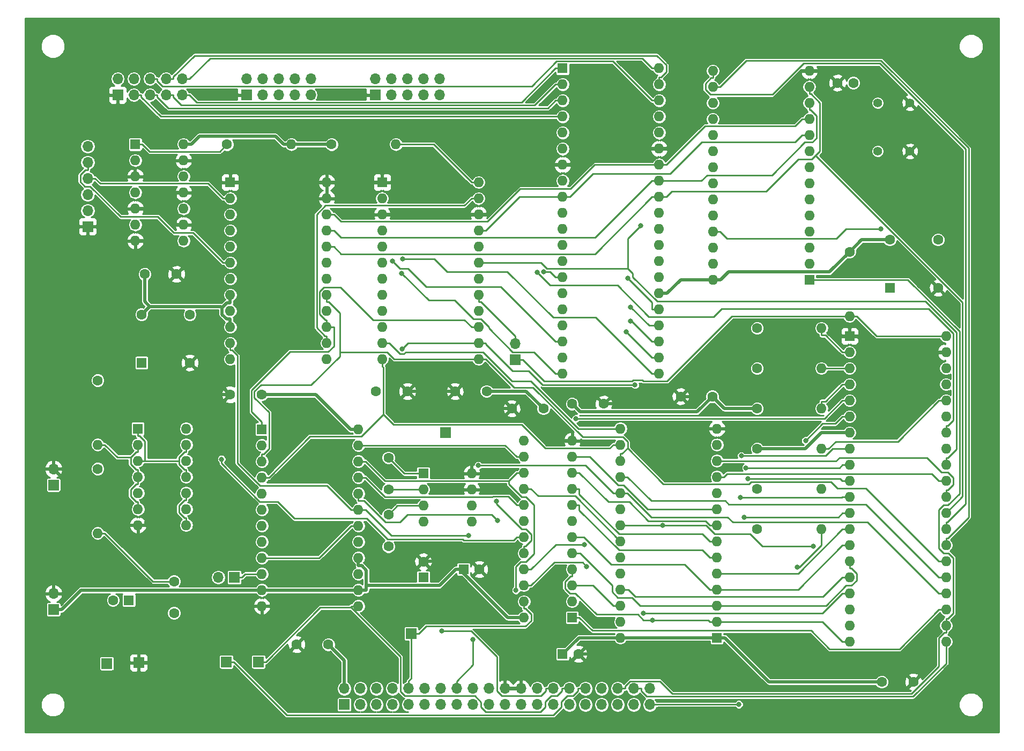
<source format=gtl>
G04 #@! TF.FileFunction,Copper,L1,Top,Signal*
%FSLAX46Y46*%
G04 Gerber Fmt 4.6, Leading zero omitted, Abs format (unit mm)*
G04 Created by KiCad (PCBNEW 4.0.7) date 07/01/18 21:37:15*
%MOMM*%
%LPD*%
G01*
G04 APERTURE LIST*
%ADD10C,0.100000*%
%ADD11C,1.600000*%
%ADD12R,1.600000X1.600000*%
%ADD13R,1.700000X1.700000*%
%ADD14O,1.700000X1.700000*%
%ADD15O,1.600000X1.600000*%
%ADD16C,1.397000*%
%ADD17C,0.800000*%
%ADD18C,0.500000*%
%ADD19C,0.250000*%
%ADD20C,0.254000*%
G04 APERTURE END LIST*
D10*
D11*
X185890000Y-135410000D03*
X190890000Y-135410000D03*
X88000000Y-90000000D03*
X83000000Y-90000000D03*
X137000000Y-91500000D03*
X142000000Y-91500000D03*
X127470000Y-92230000D03*
X132470000Y-92230000D03*
X118500000Y-89500000D03*
X123500000Y-89500000D03*
X98500000Y-129500000D03*
X93500000Y-129500000D03*
X106000000Y-89500000D03*
X111000000Y-89500000D03*
X154140000Y-90325000D03*
X159140000Y-90325000D03*
X69500000Y-71000000D03*
X74500000Y-71000000D03*
X74130000Y-119535000D03*
X74130000Y-124535000D03*
X178905000Y-40795000D03*
X181405000Y-40795000D03*
X108000000Y-105000000D03*
X108000000Y-100000000D03*
X108000000Y-109000000D03*
X108000000Y-114000000D03*
D12*
X67000000Y-122500000D03*
D11*
X64500000Y-122500000D03*
D12*
X113500000Y-118900000D03*
D11*
X113500000Y-116400000D03*
D12*
X119850000Y-117630000D03*
D11*
X122350000Y-117630000D03*
D12*
X135500000Y-131000000D03*
D11*
X138000000Y-131000000D03*
D13*
X65240000Y-42700000D03*
D14*
X65240000Y-40160000D03*
X67780000Y-42700000D03*
X67780000Y-40160000D03*
X70320000Y-42700000D03*
X70320000Y-40160000D03*
X72860000Y-42700000D03*
X72860000Y-40160000D03*
X75400000Y-42700000D03*
X75400000Y-40160000D03*
D13*
X85560000Y-42700000D03*
D14*
X85560000Y-40160000D03*
X88100000Y-42700000D03*
X88100000Y-40160000D03*
X90640000Y-42700000D03*
X90640000Y-40160000D03*
X93180000Y-42700000D03*
X93180000Y-40160000D03*
X95720000Y-42700000D03*
X95720000Y-40160000D03*
D13*
X105880000Y-42700000D03*
D14*
X105880000Y-40160000D03*
X108420000Y-42700000D03*
X108420000Y-40160000D03*
X110960000Y-42700000D03*
X110960000Y-40160000D03*
X113500000Y-42700000D03*
X113500000Y-40160000D03*
X116040000Y-42700000D03*
X116040000Y-40160000D03*
D13*
X82385000Y-132235000D03*
X87465000Y-132235000D03*
X117000000Y-96000000D03*
X63500000Y-132500000D03*
X68542000Y-132362000D03*
X111595000Y-127790000D03*
X55080000Y-104295000D03*
D14*
X55080000Y-101755000D03*
D13*
X101000000Y-139000000D03*
D14*
X101000000Y-136460000D03*
X103540000Y-139000000D03*
X103540000Y-136460000D03*
X106080000Y-139000000D03*
X106080000Y-136460000D03*
X108620000Y-139000000D03*
X108620000Y-136460000D03*
X111160000Y-139000000D03*
X111160000Y-136460000D03*
X113700000Y-139000000D03*
X113700000Y-136460000D03*
X116240000Y-139000000D03*
X116240000Y-136460000D03*
X118780000Y-139000000D03*
X118780000Y-136460000D03*
X121320000Y-139000000D03*
X121320000Y-136460000D03*
X123860000Y-139000000D03*
X123860000Y-136460000D03*
X126400000Y-139000000D03*
X126400000Y-136460000D03*
X128940000Y-139000000D03*
X128940000Y-136460000D03*
X131480000Y-139000000D03*
X131480000Y-136460000D03*
X134020000Y-139000000D03*
X134020000Y-136460000D03*
X136560000Y-139000000D03*
X136560000Y-136460000D03*
X139100000Y-139000000D03*
X139100000Y-136460000D03*
X141640000Y-139000000D03*
X141640000Y-136460000D03*
X144180000Y-139000000D03*
X144180000Y-136460000D03*
X146720000Y-139000000D03*
X146720000Y-136460000D03*
X149260000Y-139000000D03*
X149260000Y-136460000D03*
D13*
X55080000Y-123980000D03*
D14*
X55080000Y-121440000D03*
D13*
X83655000Y-118900000D03*
D14*
X81115000Y-118900000D03*
D13*
X128000000Y-84500000D03*
D14*
X128000000Y-81960000D03*
D11*
X166205000Y-92230000D03*
D15*
X176365000Y-92230000D03*
D11*
X166205000Y-85880000D03*
D15*
X176365000Y-85880000D03*
D11*
X82500000Y-50500000D03*
D15*
X92660000Y-50500000D03*
D11*
X166205000Y-79530000D03*
D15*
X176365000Y-79530000D03*
D11*
X180810000Y-67465000D03*
D15*
X180810000Y-77625000D03*
D11*
X166205000Y-98580000D03*
D15*
X176365000Y-98580000D03*
D11*
X166205000Y-111280000D03*
D15*
X176365000Y-111280000D03*
D11*
X166205000Y-104930000D03*
D15*
X176365000Y-104930000D03*
D11*
X99000000Y-50500000D03*
D15*
X109160000Y-50500000D03*
D11*
X62065000Y-101755000D03*
D15*
X62065000Y-111915000D03*
D11*
X62065000Y-87785000D03*
D15*
X62065000Y-97945000D03*
D16*
X185255000Y-43970000D03*
X190335000Y-43970000D03*
X185255000Y-51590000D03*
X190335000Y-51590000D03*
D12*
X187160000Y-73180000D03*
D11*
X187160000Y-65560000D03*
X194780000Y-65560000D03*
X194780000Y-73180000D03*
D12*
X180810000Y-80800000D03*
D15*
X196050000Y-129060000D03*
X180810000Y-83340000D03*
X196050000Y-126520000D03*
X180810000Y-85880000D03*
X196050000Y-123980000D03*
X180810000Y-88420000D03*
X196050000Y-121440000D03*
X180810000Y-90960000D03*
X196050000Y-118900000D03*
X180810000Y-93500000D03*
X196050000Y-116360000D03*
X180810000Y-96040000D03*
X196050000Y-113820000D03*
X180810000Y-98580000D03*
X196050000Y-111280000D03*
X180810000Y-101120000D03*
X196050000Y-108740000D03*
X180810000Y-103660000D03*
X196050000Y-106200000D03*
X180810000Y-106200000D03*
X196050000Y-103660000D03*
X180810000Y-108740000D03*
X196050000Y-101120000D03*
X180810000Y-111280000D03*
X196050000Y-98580000D03*
X180810000Y-113820000D03*
X196050000Y-96040000D03*
X180810000Y-116360000D03*
X196050000Y-93500000D03*
X180810000Y-118900000D03*
X196050000Y-90960000D03*
X180810000Y-121440000D03*
X196050000Y-88420000D03*
X180810000Y-123980000D03*
X196050000Y-85880000D03*
X180810000Y-126520000D03*
X196050000Y-83340000D03*
X180810000Y-129060000D03*
X196050000Y-80800000D03*
D12*
X83000000Y-56500000D03*
D15*
X98240000Y-84440000D03*
X83000000Y-59040000D03*
X98240000Y-81900000D03*
X83000000Y-61580000D03*
X98240000Y-79360000D03*
X83000000Y-64120000D03*
X98240000Y-76820000D03*
X83000000Y-66660000D03*
X98240000Y-74280000D03*
X83000000Y-69200000D03*
X98240000Y-71740000D03*
X83000000Y-71740000D03*
X98240000Y-69200000D03*
X83000000Y-74280000D03*
X98240000Y-66660000D03*
X83000000Y-76820000D03*
X98240000Y-64120000D03*
X83000000Y-79360000D03*
X98240000Y-61580000D03*
X83000000Y-81900000D03*
X98240000Y-59040000D03*
X83000000Y-84440000D03*
X98240000Y-56500000D03*
D12*
X69000000Y-85000000D03*
D11*
X69000000Y-77380000D03*
X76620000Y-77380000D03*
X76620000Y-85000000D03*
D12*
X135500000Y-38500000D03*
D15*
X150740000Y-86760000D03*
X135500000Y-41040000D03*
X150740000Y-84220000D03*
X135500000Y-43580000D03*
X150740000Y-81680000D03*
X135500000Y-46120000D03*
X150740000Y-79140000D03*
X135500000Y-48660000D03*
X150740000Y-76600000D03*
X135500000Y-51200000D03*
X150740000Y-74060000D03*
X135500000Y-53740000D03*
X150740000Y-71520000D03*
X135500000Y-56280000D03*
X150740000Y-68980000D03*
X135500000Y-58820000D03*
X150740000Y-66440000D03*
X135500000Y-61360000D03*
X150740000Y-63900000D03*
X135500000Y-63900000D03*
X150740000Y-61360000D03*
X135500000Y-66440000D03*
X150740000Y-58820000D03*
X135500000Y-68980000D03*
X150740000Y-56280000D03*
X135500000Y-71520000D03*
X150740000Y-53740000D03*
X135500000Y-74060000D03*
X150740000Y-51200000D03*
X135500000Y-76600000D03*
X150740000Y-48660000D03*
X135500000Y-79140000D03*
X150740000Y-46120000D03*
X135500000Y-81680000D03*
X150740000Y-43580000D03*
X135500000Y-84220000D03*
X150740000Y-41040000D03*
X135500000Y-86760000D03*
X150740000Y-38500000D03*
D12*
X136995000Y-125250000D03*
D15*
X129375000Y-97310000D03*
X136995000Y-122710000D03*
X129375000Y-99850000D03*
X136995000Y-120170000D03*
X129375000Y-102390000D03*
X136995000Y-117630000D03*
X129375000Y-104930000D03*
X136995000Y-115090000D03*
X129375000Y-107470000D03*
X136995000Y-112550000D03*
X129375000Y-110010000D03*
X136995000Y-110010000D03*
X129375000Y-112550000D03*
X136995000Y-107470000D03*
X129375000Y-115090000D03*
X136995000Y-104930000D03*
X129375000Y-117630000D03*
X136995000Y-102390000D03*
X129375000Y-120170000D03*
X136995000Y-99850000D03*
X129375000Y-122710000D03*
X136995000Y-97310000D03*
X129375000Y-125250000D03*
D12*
X88000000Y-95500000D03*
D15*
X103240000Y-123440000D03*
X88000000Y-98040000D03*
X103240000Y-120900000D03*
X88000000Y-100580000D03*
X103240000Y-118360000D03*
X88000000Y-103120000D03*
X103240000Y-115820000D03*
X88000000Y-105660000D03*
X103240000Y-113280000D03*
X88000000Y-108200000D03*
X103240000Y-110740000D03*
X88000000Y-110740000D03*
X103240000Y-108200000D03*
X88000000Y-113280000D03*
X103240000Y-105660000D03*
X88000000Y-115820000D03*
X103240000Y-103120000D03*
X88000000Y-118360000D03*
X103240000Y-100580000D03*
X88000000Y-120900000D03*
X103240000Y-98040000D03*
X88000000Y-123440000D03*
X103240000Y-95500000D03*
D12*
X107000000Y-56500000D03*
D15*
X122240000Y-84440000D03*
X107000000Y-59040000D03*
X122240000Y-81900000D03*
X107000000Y-61580000D03*
X122240000Y-79360000D03*
X107000000Y-64120000D03*
X122240000Y-76820000D03*
X107000000Y-66660000D03*
X122240000Y-74280000D03*
X107000000Y-69200000D03*
X122240000Y-71740000D03*
X107000000Y-71740000D03*
X122240000Y-69200000D03*
X107000000Y-74280000D03*
X122240000Y-66660000D03*
X107000000Y-76820000D03*
X122240000Y-64120000D03*
X107000000Y-79360000D03*
X122240000Y-61580000D03*
X107000000Y-81900000D03*
X122240000Y-59040000D03*
X107000000Y-84440000D03*
X122240000Y-56500000D03*
D12*
X68000000Y-50500000D03*
D15*
X75620000Y-65740000D03*
X68000000Y-53040000D03*
X75620000Y-63200000D03*
X68000000Y-55580000D03*
X75620000Y-60660000D03*
X68000000Y-58120000D03*
X75620000Y-58120000D03*
X68000000Y-60660000D03*
X75620000Y-55580000D03*
X68000000Y-63200000D03*
X75620000Y-53040000D03*
X68000000Y-65740000D03*
X75620000Y-50500000D03*
D12*
X174460000Y-71910000D03*
D15*
X159220000Y-38890000D03*
X174460000Y-69370000D03*
X159220000Y-41430000D03*
X174460000Y-66830000D03*
X159220000Y-43970000D03*
X174460000Y-64290000D03*
X159220000Y-46510000D03*
X174460000Y-61750000D03*
X159220000Y-49050000D03*
X174460000Y-59210000D03*
X159220000Y-51590000D03*
X174460000Y-56670000D03*
X159220000Y-54130000D03*
X174460000Y-54130000D03*
X159220000Y-56670000D03*
X174460000Y-51590000D03*
X159220000Y-59210000D03*
X174460000Y-49050000D03*
X159220000Y-61750000D03*
X174460000Y-46510000D03*
X159220000Y-64290000D03*
X174460000Y-43970000D03*
X159220000Y-66830000D03*
X174460000Y-41430000D03*
X159220000Y-69370000D03*
X174460000Y-38890000D03*
X159220000Y-71910000D03*
D12*
X159855000Y-128425000D03*
D15*
X144615000Y-95405000D03*
X159855000Y-125885000D03*
X144615000Y-97945000D03*
X159855000Y-123345000D03*
X144615000Y-100485000D03*
X159855000Y-120805000D03*
X144615000Y-103025000D03*
X159855000Y-118265000D03*
X144615000Y-105565000D03*
X159855000Y-115725000D03*
X144615000Y-108105000D03*
X159855000Y-113185000D03*
X144615000Y-110645000D03*
X159855000Y-110645000D03*
X144615000Y-113185000D03*
X159855000Y-108105000D03*
X144615000Y-115725000D03*
X159855000Y-105565000D03*
X144615000Y-118265000D03*
X159855000Y-103025000D03*
X144615000Y-120805000D03*
X159855000Y-100485000D03*
X144615000Y-123345000D03*
X159855000Y-97945000D03*
X144615000Y-125885000D03*
X159855000Y-95405000D03*
X144615000Y-128425000D03*
D12*
X113500000Y-102500000D03*
D15*
X121120000Y-110120000D03*
X113500000Y-105040000D03*
X121120000Y-107580000D03*
X113500000Y-107580000D03*
X121120000Y-105040000D03*
X113500000Y-110120000D03*
X121120000Y-102500000D03*
D12*
X68415000Y-95405000D03*
D15*
X76035000Y-110645000D03*
X68415000Y-97945000D03*
X76035000Y-108105000D03*
X68415000Y-100485000D03*
X76035000Y-105565000D03*
X68415000Y-103025000D03*
X76035000Y-103025000D03*
X68415000Y-105565000D03*
X76035000Y-100485000D03*
X68415000Y-108105000D03*
X76035000Y-97945000D03*
X68415000Y-110645000D03*
X76035000Y-95405000D03*
D13*
X60500000Y-63500000D03*
D14*
X60500000Y-60960000D03*
X60500000Y-58420000D03*
X60500000Y-55880000D03*
X60500000Y-53340000D03*
X60500000Y-50800000D03*
D17*
X108643100Y-68949200D03*
X145796300Y-71656300D03*
X146213700Y-76180700D03*
X110076800Y-70871600D03*
X146246600Y-78422700D03*
X110197800Y-68601600D03*
X145540800Y-80146100D03*
X132483400Y-70656100D03*
X131474800Y-70735500D03*
X147859700Y-63319700D03*
X110138600Y-82843000D03*
X146922700Y-88489600D03*
X172548900Y-117265400D03*
X122188300Y-101216500D03*
X121331800Y-128731900D03*
X163711400Y-99712500D03*
X120629200Y-112284900D03*
X137617100Y-93814500D03*
X164440200Y-101585300D03*
X125198100Y-109908800D03*
X173865300Y-97299900D03*
X164745200Y-103288000D03*
X163596700Y-106286500D03*
X164174300Y-109380900D03*
X128120400Y-120920400D03*
X116440100Y-127398300D03*
X185782900Y-63860300D03*
X148227700Y-124597700D03*
X151282700Y-110695100D03*
X175059800Y-114010200D03*
X163315800Y-138964800D03*
X149716600Y-125654800D03*
X81626200Y-100232300D03*
X125018200Y-106850800D03*
X138940800Y-113704700D03*
X139304900Y-117165200D03*
D18*
X150740000Y-74060000D02*
X151990300Y-74060000D01*
X88000000Y-120900000D02*
X103240000Y-120900000D01*
X182715000Y-65560000D02*
X180810000Y-67465000D01*
X101000000Y-132000000D02*
X98500000Y-129500000D01*
X101000000Y-136460000D02*
X101000000Y-132000000D01*
X59460300Y-120900000D02*
X88000000Y-120900000D01*
X56380300Y-123980000D02*
X59460300Y-120900000D01*
X55080000Y-123980000D02*
X56380300Y-123980000D01*
X99000000Y-50500000D02*
X92660000Y-50500000D01*
X78143700Y-49226600D02*
X76870300Y-50500000D01*
X90136300Y-49226600D02*
X78143700Y-49226600D01*
X91409700Y-50500000D02*
X90136300Y-49226600D01*
X92660000Y-50500000D02*
X91409700Y-50500000D01*
X75620000Y-50500000D02*
X76870300Y-50500000D01*
X159855000Y-128425000D02*
X161105300Y-128425000D01*
X180810000Y-96040000D02*
X179559700Y-96040000D01*
X96489700Y-90000000D02*
X88000000Y-90000000D01*
X101989700Y-95500000D02*
X96489700Y-90000000D01*
X103240000Y-95500000D02*
X101989700Y-95500000D01*
X116045000Y-120184700D02*
X104502600Y-120184700D01*
X118599700Y-117630000D02*
X116045000Y-120184700D01*
X104490300Y-120197000D02*
X104502600Y-120184700D01*
X104490300Y-120900000D02*
X104490300Y-120197000D01*
X103783900Y-117070300D02*
X103240000Y-117070300D01*
X104502600Y-117789000D02*
X103783900Y-117070300D01*
X104502600Y-120184700D02*
X104502600Y-117789000D01*
X103240000Y-115820000D02*
X103240000Y-117070300D01*
X103240000Y-120900000D02*
X104490300Y-120900000D01*
X154140300Y-71910000D02*
X159220000Y-71910000D01*
X151990300Y-74060000D02*
X154140300Y-71910000D01*
X177615300Y-70659700D02*
X180810000Y-67465000D01*
X161720600Y-70659700D02*
X177615300Y-70659700D01*
X160470300Y-71910000D02*
X161720600Y-70659700D01*
X159220000Y-71910000D02*
X160470300Y-71910000D01*
X83000000Y-79360000D02*
X83000000Y-78109700D01*
X83000000Y-74280000D02*
X83000000Y-75530300D01*
X138254200Y-92754200D02*
X137000000Y-91500000D01*
X156710800Y-92754200D02*
X138254200Y-92754200D01*
X159140000Y-90325000D02*
X156710800Y-92754200D01*
X168090300Y-135410000D02*
X185890000Y-135410000D01*
X161105300Y-128425000D02*
X168090300Y-135410000D01*
X159855000Y-128425000D02*
X158604700Y-128425000D01*
X138075000Y-128425000D02*
X144615000Y-128425000D01*
X135500000Y-131000000D02*
X138075000Y-128425000D01*
X144615000Y-128425000D02*
X158604700Y-128425000D01*
X161045000Y-92230000D02*
X159140000Y-90325000D01*
X166205000Y-92230000D02*
X161045000Y-92230000D01*
X119850000Y-117630000D02*
X119224900Y-117630000D01*
X119224900Y-117630000D02*
X118599700Y-117630000D01*
X126844900Y-125250000D02*
X129375000Y-125250000D01*
X119224900Y-117630000D02*
X126844900Y-125250000D01*
X129740000Y-89500000D02*
X123500000Y-89500000D01*
X132470000Y-92230000D02*
X129740000Y-89500000D01*
X176327800Y-96040000D02*
X179559700Y-96040000D01*
X173787800Y-98580000D02*
X176327800Y-96040000D01*
X166205000Y-98580000D02*
X173787800Y-98580000D01*
X81710400Y-77367100D02*
X81710400Y-76309400D01*
X82453000Y-78109700D02*
X81710400Y-77367100D01*
X83000000Y-78109700D02*
X82453000Y-78109700D01*
X82489500Y-75530300D02*
X83000000Y-75530300D01*
X81710400Y-76309400D02*
X82489500Y-75530300D01*
X69500000Y-75320000D02*
X70280000Y-76100000D01*
X69500000Y-71000000D02*
X69500000Y-75320000D01*
X81501000Y-76100000D02*
X70280000Y-76100000D01*
X81710400Y-76309400D02*
X81501000Y-76100000D01*
X70280000Y-76100000D02*
X69000000Y-77380000D01*
X187160000Y-65560000D02*
X182715000Y-65560000D01*
X83000000Y-56500000D02*
X98240000Y-56500000D01*
X98240000Y-56500000D02*
X107000000Y-56500000D01*
X68000000Y-60660000D02*
X69250300Y-60660000D01*
X65240000Y-52116700D02*
X65240000Y-42700000D01*
X67453000Y-54329700D02*
X65240000Y-52116700D01*
X68000000Y-54329700D02*
X67453000Y-54329700D01*
X68000000Y-55580000D02*
X68000000Y-54329700D01*
X74369700Y-61949700D02*
X74369700Y-63200000D01*
X73080000Y-60660000D02*
X74369700Y-61949700D01*
X74369700Y-59370300D02*
X73080000Y-60660000D01*
X74369700Y-58120000D02*
X74369700Y-59370300D01*
X73080000Y-60660000D02*
X69250300Y-60660000D01*
X75620000Y-58120000D02*
X74369700Y-58120000D01*
X75620000Y-63200000D02*
X74369700Y-63200000D01*
X128940000Y-136460000D02*
X127639700Y-136460000D01*
X126400000Y-136460000D02*
X127639700Y-136460000D01*
X157371700Y-90325000D02*
X154140000Y-90325000D01*
X169437600Y-78259100D02*
X157371700Y-90325000D01*
X177018800Y-78259100D02*
X169437600Y-78259100D01*
X179559700Y-80800000D02*
X177018800Y-78259100D01*
X180810000Y-80800000D02*
X179559700Y-80800000D01*
X68415000Y-110645000D02*
X67164700Y-110645000D01*
X62458300Y-109133300D02*
X55080000Y-101755000D01*
X62458300Y-109677000D02*
X62458300Y-109133300D01*
X55080000Y-117055300D02*
X62458300Y-109677000D01*
X55080000Y-121440000D02*
X55080000Y-117055300D01*
X66196700Y-109677000D02*
X67164700Y-110645000D01*
X62458300Y-109677000D02*
X66196700Y-109677000D01*
X69250300Y-65750300D02*
X74500000Y-71000000D01*
X69250300Y-65740000D02*
X69250300Y-65750300D01*
X68000000Y-65740000D02*
X69250300Y-65740000D01*
X68415000Y-110645000D02*
X69665300Y-110645000D01*
X76620000Y-85000000D02*
X81620000Y-90000000D01*
X81620000Y-90000000D02*
X83000000Y-90000000D01*
X77827700Y-132362000D02*
X86749700Y-123440000D01*
X68542000Y-132362000D02*
X77827700Y-132362000D01*
X88000000Y-123440000D02*
X86749700Y-123440000D01*
X69665300Y-110101100D02*
X69665300Y-110645000D01*
X75471400Y-104295000D02*
X69665300Y-110101100D01*
X76550400Y-104295000D02*
X75471400Y-104295000D01*
X80775900Y-100069500D02*
X76550400Y-104295000D01*
X80775900Y-90844100D02*
X80775900Y-100069500D01*
X81620000Y-90000000D02*
X80775900Y-90844100D01*
X160352000Y-131000000D02*
X138000000Y-131000000D01*
X166056700Y-136704700D02*
X160352000Y-131000000D01*
X189595300Y-136704700D02*
X166056700Y-136704700D01*
X190890000Y-135410000D02*
X189595300Y-136704700D01*
X166859600Y-45240100D02*
X173209700Y-38890000D01*
X157950200Y-45240100D02*
X166859600Y-45240100D01*
X151990300Y-51200000D02*
X157950200Y-45240100D01*
X150740000Y-51200000D02*
X151990300Y-51200000D01*
X174460000Y-38890000D02*
X173209700Y-38890000D01*
X184600300Y-83340000D02*
X182060300Y-80800000D01*
X196050000Y-83340000D02*
X184600300Y-83340000D01*
X180810000Y-80800000D02*
X182060300Y-80800000D01*
X139290300Y-51200000D02*
X150740000Y-51200000D01*
X136750300Y-53740000D02*
X139290300Y-51200000D01*
X135500000Y-53740000D02*
X136750300Y-53740000D01*
X118500000Y-89500000D02*
X111000000Y-89500000D01*
X132550000Y-97310000D02*
X127470000Y-92230000D01*
X136995000Y-97310000D02*
X132550000Y-97310000D01*
X121230000Y-92230000D02*
X118500000Y-89500000D01*
X127470000Y-92230000D02*
X121230000Y-92230000D01*
X121099600Y-116379600D02*
X122350000Y-117630000D01*
X113520400Y-116379600D02*
X121099600Y-116379600D01*
X113500000Y-116400000D02*
X113520400Y-116379600D01*
X128940000Y-136460000D02*
X128940000Y-135159700D01*
X136735900Y-132264100D02*
X138000000Y-131000000D01*
X131110300Y-132264100D02*
X136735900Y-132264100D01*
X131110300Y-122674600D02*
X131110300Y-132264100D01*
X129875700Y-121440000D02*
X131110300Y-122674600D01*
X128840100Y-121440000D02*
X129875700Y-121440000D01*
X128465100Y-121815000D02*
X128840100Y-121440000D01*
X126535000Y-121815000D02*
X128465100Y-121815000D01*
X122350000Y-117630000D02*
X126535000Y-121815000D01*
X131110300Y-132989400D02*
X128940000Y-135159700D01*
X131110300Y-132264100D02*
X131110300Y-132989400D01*
X107000000Y-61580000D02*
X122240000Y-61580000D01*
X131330300Y-53740000D02*
X135500000Y-53740000D01*
X123490300Y-61580000D02*
X131330300Y-53740000D01*
X122240000Y-61580000D02*
X123490300Y-61580000D01*
X177000000Y-38890000D02*
X174460000Y-38890000D01*
X178905000Y-40795000D02*
X177000000Y-38890000D01*
X180497100Y-42387100D02*
X178905000Y-40795000D01*
X188752100Y-42387100D02*
X180497100Y-42387100D01*
X190335000Y-43970000D02*
X188752100Y-42387100D01*
X152965000Y-91500000D02*
X154140000Y-90325000D01*
X142000000Y-91500000D02*
X152965000Y-91500000D01*
D19*
X70810300Y-119535000D02*
X74130000Y-119535000D01*
X63190300Y-111915000D02*
X70810300Y-119535000D01*
X62065000Y-111915000D02*
X63190300Y-111915000D01*
X108040000Y-105040000D02*
X108000000Y-105000000D01*
X113500000Y-105040000D02*
X108040000Y-105040000D01*
X110500000Y-102500000D02*
X108000000Y-100000000D01*
X113500000Y-102500000D02*
X110500000Y-102500000D01*
X109420000Y-107580000D02*
X108000000Y-109000000D01*
X113500000Y-107580000D02*
X109420000Y-107580000D01*
X68133600Y-104150300D02*
X68415000Y-104150300D01*
X67289700Y-104994200D02*
X68133600Y-104150300D01*
X67289700Y-106135700D02*
X67289700Y-104994200D01*
X68133700Y-106979700D02*
X67289700Y-106135700D01*
X68415000Y-106979700D02*
X68133700Y-106979700D01*
X68415000Y-108105000D02*
X68415000Y-106979700D01*
X75753600Y-109519700D02*
X76035000Y-109519700D01*
X74909700Y-108675800D02*
X75753600Y-109519700D01*
X74909700Y-107534300D02*
X74909700Y-108675800D01*
X75753700Y-106690300D02*
X74909700Y-107534300D01*
X76035000Y-106690300D02*
X75753700Y-106690300D01*
X76035000Y-105565000D02*
X76035000Y-106690300D01*
X76035000Y-110645000D02*
X76035000Y-109519700D01*
X68415000Y-103587600D02*
X68415000Y-104150300D01*
X68415000Y-103587600D02*
X68415000Y-103025000D01*
X68415000Y-103025000D02*
X68415000Y-101899700D01*
X68415000Y-97945000D02*
X68415000Y-99070300D01*
X62065000Y-97945000D02*
X63190300Y-97945000D01*
X65159500Y-99914200D02*
X63190300Y-97945000D01*
X67289700Y-99914200D02*
X65159500Y-99914200D01*
X67289700Y-101055700D02*
X67289700Y-99914200D01*
X68133700Y-101899700D02*
X67289700Y-101055700D01*
X68415000Y-101899700D02*
X68133700Y-101899700D01*
X68133600Y-99070300D02*
X68415000Y-99070300D01*
X67289700Y-99914200D02*
X68133600Y-99070300D01*
X68955300Y-43067300D02*
X68955300Y-42700000D01*
X72008000Y-46120000D02*
X68955300Y-43067300D01*
X135500000Y-46120000D02*
X72008000Y-46120000D01*
X67780000Y-42700000D02*
X68955300Y-42700000D01*
X135500000Y-43580000D02*
X134374700Y-43580000D01*
X70320000Y-42700000D02*
X71495300Y-42700000D01*
X71495300Y-43067300D02*
X71495300Y-42700000D01*
X73203900Y-44775900D02*
X71495300Y-43067300D01*
X133178800Y-44775900D02*
X73203900Y-44775900D01*
X134374700Y-43580000D02*
X133178800Y-44775900D01*
X71495300Y-40527400D02*
X71495300Y-40160000D01*
X72303200Y-41335300D02*
X71495300Y-40527400D01*
X130604600Y-41335300D02*
X72303200Y-41335300D01*
X134565200Y-37374700D02*
X130604600Y-41335300D01*
X143409400Y-37374700D02*
X134565200Y-37374700D01*
X149614700Y-43580000D02*
X143409400Y-37374700D01*
X70320000Y-40160000D02*
X71495300Y-40160000D01*
X150740000Y-43580000D02*
X149614700Y-43580000D01*
X135500000Y-41040000D02*
X134374700Y-41040000D01*
X72860000Y-42700000D02*
X74035300Y-42700000D01*
X131089100Y-44325600D02*
X134374700Y-41040000D01*
X75293500Y-44325600D02*
X131089100Y-44325600D01*
X74035300Y-43067400D02*
X75293500Y-44325600D01*
X74035300Y-42700000D02*
X74035300Y-43067400D01*
X150740000Y-41040000D02*
X150740000Y-39914700D01*
X72860000Y-40160000D02*
X74035300Y-40160000D01*
X74035300Y-39792700D02*
X74035300Y-40160000D01*
X77354000Y-36474000D02*
X74035300Y-39792700D01*
X150346100Y-36474000D02*
X77354000Y-36474000D01*
X151866500Y-37994400D02*
X150346100Y-36474000D01*
X151866500Y-39049500D02*
X151866500Y-37994400D01*
X151001300Y-39914700D02*
X151866500Y-39049500D01*
X150740000Y-39914700D02*
X151001300Y-39914700D01*
X77750600Y-43875300D02*
X76575300Y-42700000D01*
X128999400Y-43875300D02*
X77750600Y-43875300D01*
X134374700Y-38500000D02*
X128999400Y-43875300D01*
X135500000Y-38500000D02*
X134374700Y-38500000D01*
X75400000Y-42700000D02*
X76575300Y-42700000D01*
X75400000Y-40160000D02*
X76575300Y-40160000D01*
X150740000Y-38500000D02*
X149614700Y-38500000D01*
X79810900Y-36924400D02*
X76575300Y-40160000D01*
X148039100Y-36924400D02*
X79810900Y-36924400D01*
X149614700Y-38500000D02*
X148039100Y-36924400D01*
X79540100Y-56705400D02*
X81874700Y-59040000D01*
X62500700Y-56705400D02*
X79540100Y-56705400D01*
X61675300Y-55880000D02*
X62500700Y-56705400D01*
X60500000Y-55880000D02*
X61675300Y-55880000D01*
X83000000Y-59040000D02*
X81874700Y-59040000D01*
X77144700Y-64470000D02*
X81874700Y-69200000D01*
X74121700Y-64470000D02*
X77144700Y-64470000D01*
X71581700Y-61930000D02*
X74121700Y-64470000D01*
X65681300Y-61930000D02*
X71581700Y-61930000D01*
X60907100Y-57155800D02*
X65681300Y-61930000D01*
X60062100Y-57155800D02*
X60907100Y-57155800D01*
X59317400Y-56411100D02*
X60062100Y-57155800D01*
X59317400Y-55330600D02*
X59317400Y-56411100D01*
X60132700Y-54515300D02*
X59317400Y-55330600D01*
X60500000Y-54515300D02*
X60132700Y-54515300D01*
X60500000Y-53340000D02*
X60500000Y-54515300D01*
X83000000Y-69200000D02*
X81874700Y-69200000D01*
X109840100Y-70146200D02*
X108643100Y-68949200D01*
X111122800Y-70146200D02*
X109840100Y-70146200D01*
X113986600Y-73010000D02*
X111122800Y-70146200D01*
X125704700Y-73010000D02*
X113986600Y-73010000D01*
X134374700Y-81680000D02*
X125704700Y-73010000D01*
X135500000Y-81680000D02*
X134374700Y-81680000D01*
X149614700Y-75474700D02*
X145796300Y-71656300D01*
X149614700Y-76600000D02*
X149614700Y-75474700D01*
X150740000Y-76600000D02*
X149614700Y-76600000D01*
X149173000Y-79140000D02*
X146213700Y-76180700D01*
X150740000Y-79140000D02*
X149173000Y-79140000D01*
X114340700Y-75135500D02*
X110076800Y-70871600D01*
X118465800Y-75135500D02*
X114340700Y-75135500D01*
X121420300Y-78090000D02*
X118465800Y-75135500D01*
X122577700Y-78090000D02*
X121420300Y-78090000D01*
X123840300Y-79352600D02*
X122577700Y-78090000D01*
X123840300Y-79533100D02*
X123840300Y-79352600D01*
X127631800Y-83324600D02*
X123840300Y-79533100D01*
X130939300Y-83324600D02*
X127631800Y-83324600D01*
X134374700Y-86760000D02*
X130939300Y-83324600D01*
X135500000Y-86760000D02*
X134374700Y-86760000D01*
X150740000Y-81680000D02*
X149614700Y-81680000D01*
X146357400Y-78422700D02*
X146246600Y-78422700D01*
X149614700Y-81680000D02*
X146357400Y-78422700D01*
X115227300Y-68601600D02*
X110197800Y-68601600D01*
X117240300Y-70614600D02*
X115227300Y-68601600D01*
X126736500Y-70614600D02*
X117240300Y-70614600D01*
X133991900Y-77870000D02*
X126736500Y-70614600D01*
X140724700Y-77870000D02*
X133991900Y-77870000D01*
X149614700Y-86760000D02*
X140724700Y-77870000D01*
X150740000Y-86760000D02*
X149614700Y-86760000D01*
X150740000Y-84220000D02*
X149614700Y-84220000D01*
X149614700Y-84220000D02*
X145540800Y-80146100D01*
X133510800Y-70656100D02*
X132483400Y-70656100D01*
X134374700Y-71520000D02*
X133510800Y-70656100D01*
X135500000Y-71520000D02*
X134374700Y-71520000D01*
X85370300Y-118360000D02*
X84830300Y-118900000D01*
X88000000Y-118360000D02*
X85370300Y-118360000D01*
X83655000Y-118900000D02*
X84830300Y-118900000D01*
X82385000Y-132235000D02*
X83560300Y-132235000D01*
X139100000Y-136460000D02*
X137924700Y-136460000D01*
X137924700Y-136827400D02*
X137924700Y-136460000D01*
X137116800Y-137635300D02*
X137924700Y-136827400D01*
X136240500Y-137635300D02*
X137116800Y-137635300D01*
X135323400Y-138552400D02*
X136240500Y-137635300D01*
X135323400Y-139367900D02*
X135323400Y-138552400D01*
X134055800Y-140635500D02*
X135323400Y-139367900D01*
X91960800Y-140635500D02*
X134055800Y-140635500D01*
X83560300Y-132235000D02*
X91960800Y-140635500D01*
X87465000Y-132235000D02*
X88640300Y-132235000D01*
X136560000Y-136460000D02*
X135384700Y-136460000D01*
X97220000Y-123655300D02*
X102095000Y-123655300D01*
X88640300Y-132235000D02*
X97220000Y-123655300D01*
X102114700Y-123635600D02*
X102095000Y-123655300D01*
X102114700Y-123440000D02*
X102114700Y-123635600D01*
X135384700Y-136827400D02*
X135384700Y-136460000D01*
X134576800Y-137635300D02*
X135384700Y-136827400D01*
X133656500Y-137635300D02*
X134576800Y-137635300D01*
X132783400Y-138508400D02*
X133656500Y-137635300D01*
X132783400Y-139368300D02*
X132783400Y-138508400D01*
X131966500Y-140185200D02*
X132783400Y-139368300D01*
X123382900Y-140185200D02*
X131966500Y-140185200D01*
X122590000Y-139392300D02*
X123382900Y-140185200D01*
X122590000Y-138587200D02*
X122590000Y-139392300D01*
X121638100Y-137635300D02*
X122590000Y-138587200D01*
X110611600Y-137635300D02*
X121638100Y-137635300D01*
X109890000Y-136913700D02*
X110611600Y-137635300D01*
X109890000Y-131450300D02*
X109890000Y-136913700D01*
X102095000Y-123655300D02*
X109890000Y-131450300D01*
X103240000Y-123440000D02*
X102114700Y-123440000D01*
X97034700Y-115820000D02*
X88000000Y-115820000D01*
X102114700Y-110740000D02*
X97034700Y-115820000D01*
X103240000Y-110740000D02*
X102114700Y-110740000D01*
X111595000Y-134849700D02*
X111160000Y-135284700D01*
X111595000Y-127790000D02*
X111595000Y-134849700D01*
X111160000Y-136460000D02*
X111160000Y-135284700D01*
X122240000Y-59040000D02*
X121114700Y-59040000D01*
X98240000Y-81900000D02*
X98240000Y-80774700D01*
X97958700Y-80774700D02*
X98240000Y-80774700D01*
X96664300Y-79480300D02*
X97958700Y-80774700D01*
X96664300Y-61534000D02*
X96664300Y-79480300D01*
X98033000Y-60165300D02*
X96664300Y-61534000D01*
X119989400Y-60165300D02*
X98033000Y-60165300D01*
X121114700Y-59040000D02*
X119989400Y-60165300D01*
X113945600Y-126614700D02*
X112770300Y-127790000D01*
X129638500Y-126614700D02*
X113945600Y-126614700D01*
X130534900Y-125718300D02*
X129638500Y-126614700D01*
X130534900Y-124713900D02*
X130534900Y-125718300D01*
X129656300Y-123835300D02*
X130534900Y-124713900D01*
X129375000Y-123835300D02*
X129656300Y-123835300D01*
X129375000Y-122710000D02*
X129375000Y-123835300D01*
X111595000Y-127790000D02*
X112770300Y-127790000D01*
X196050000Y-96040000D02*
X196050000Y-94914700D01*
X196331400Y-94914700D02*
X196050000Y-94914700D01*
X197175300Y-94070800D02*
X196331400Y-94914700D01*
X197175300Y-80332600D02*
X197175300Y-94070800D01*
X193301000Y-76458300D02*
X197175300Y-80332600D01*
X160638800Y-76458300D02*
X193301000Y-76458300D01*
X159344600Y-77752500D02*
X160638800Y-76458300D01*
X149136400Y-77752500D02*
X159344600Y-77752500D01*
X144173900Y-72790000D02*
X149136400Y-77752500D01*
X133529300Y-72790000D02*
X144173900Y-72790000D01*
X131474800Y-70735500D02*
X133529300Y-72790000D01*
X100490600Y-62705300D02*
X99365300Y-61580000D01*
X123650000Y-62705300D02*
X100490600Y-62705300D01*
X128805300Y-57550000D02*
X123650000Y-62705300D01*
X136765300Y-57550000D02*
X128805300Y-57550000D01*
X140575300Y-53740000D02*
X136765300Y-57550000D01*
X150740000Y-53740000D02*
X140575300Y-53740000D01*
X98240000Y-61580000D02*
X99365300Y-61580000D01*
X157970000Y-47635300D02*
X151865300Y-53740000D01*
X172209400Y-47635300D02*
X157970000Y-47635300D01*
X173334700Y-46510000D02*
X172209400Y-47635300D01*
X174460000Y-46510000D02*
X173334700Y-46510000D01*
X150740000Y-53740000D02*
X151865300Y-53740000D01*
X193799400Y-102534700D02*
X194924700Y-103660000D01*
X161470600Y-102534700D02*
X193799400Y-102534700D01*
X160980300Y-103025000D02*
X161470600Y-102534700D01*
X159855000Y-103025000D02*
X160980300Y-103025000D01*
X196050000Y-103660000D02*
X194924700Y-103660000D01*
X196050000Y-106200000D02*
X196050000Y-105074700D01*
X196331400Y-105074700D02*
X196050000Y-105074700D01*
X197175300Y-104230800D02*
X196331400Y-105074700D01*
X197175300Y-103136900D02*
X197175300Y-104230800D01*
X196348000Y-102309600D02*
X197175300Y-103136900D01*
X195362600Y-102309600D02*
X196348000Y-102309600D01*
X193026000Y-99973000D02*
X195362600Y-102309600D01*
X179197600Y-99973000D02*
X193026000Y-99973000D01*
X178685600Y-100485000D02*
X179197600Y-99973000D01*
X159855000Y-100485000D02*
X178685600Y-100485000D01*
X174460000Y-43970000D02*
X174460000Y-45095300D01*
X157419700Y-56280000D02*
X150740000Y-56280000D01*
X158299700Y-55400000D02*
X157419700Y-56280000D01*
X168545200Y-55400000D02*
X158299700Y-55400000D01*
X173769800Y-50175400D02*
X168545200Y-55400000D01*
X174956300Y-50175400D02*
X173769800Y-50175400D01*
X175619500Y-49512200D02*
X174956300Y-50175400D01*
X175619500Y-46034900D02*
X175619500Y-49512200D01*
X174679900Y-45095300D02*
X175619500Y-46034900D01*
X174460000Y-45095300D02*
X174679900Y-45095300D01*
X100490600Y-65245300D02*
X99365300Y-64120000D01*
X140649400Y-65245300D02*
X100490600Y-65245300D01*
X149614700Y-56280000D02*
X140649400Y-65245300D01*
X150740000Y-56280000D02*
X149614700Y-56280000D01*
X98240000Y-64120000D02*
X99365300Y-64120000D01*
X177000000Y-80655300D02*
X176365000Y-80655300D01*
X179684700Y-83340000D02*
X177000000Y-80655300D01*
X180810000Y-83340000D02*
X179684700Y-83340000D01*
X176365000Y-79530000D02*
X176365000Y-80655300D01*
X98240000Y-66660000D02*
X99365300Y-66660000D01*
X150740000Y-58820000D02*
X149614700Y-58820000D01*
X174460000Y-41430000D02*
X174460000Y-42555300D01*
X150740000Y-58820000D02*
X151865300Y-58820000D01*
X198665100Y-106124900D02*
X196050000Y-108740000D01*
X198665100Y-75453400D02*
X198665100Y-106124900D01*
X175461200Y-52249400D02*
X198665100Y-75453400D01*
X176113600Y-51597000D02*
X175461200Y-52249400D01*
X176113600Y-43927600D02*
X176113600Y-51597000D01*
X174741300Y-42555300D02*
X176113600Y-43927600D01*
X174460000Y-42555300D02*
X174741300Y-42555300D01*
X152712700Y-57972600D02*
X151865300Y-58820000D01*
X167631500Y-57972600D02*
X152712700Y-57972600D01*
X172744100Y-52860000D02*
X167631500Y-57972600D01*
X174850600Y-52860000D02*
X172744100Y-52860000D01*
X175461200Y-52249400D02*
X174850600Y-52860000D01*
X100505600Y-67800300D02*
X99365300Y-66660000D01*
X140634400Y-67800300D02*
X100505600Y-67800300D01*
X149614700Y-58820000D02*
X140634400Y-67800300D01*
X180810000Y-85880000D02*
X176365000Y-85880000D01*
X159220000Y-38890000D02*
X159220000Y-40015300D01*
X196050000Y-111280000D02*
X196050000Y-110154700D01*
X107000000Y-81900000D02*
X108125300Y-81900000D01*
X158938700Y-40015300D02*
X159220000Y-40015300D01*
X158055900Y-40898100D02*
X158938700Y-40015300D01*
X158055900Y-41887800D02*
X158055900Y-40898100D01*
X158794200Y-42626100D02*
X158055900Y-41887800D01*
X168626200Y-42626100D02*
X158794200Y-42626100D01*
X173538600Y-37713700D02*
X168626200Y-42626100D01*
X185573100Y-37713700D02*
X173538600Y-37713700D01*
X199138000Y-51278600D02*
X185573100Y-37713700D01*
X199138000Y-107296200D02*
X199138000Y-51278600D01*
X196279500Y-110154700D02*
X199138000Y-107296200D01*
X196050000Y-110154700D02*
X196279500Y-110154700D01*
X138012300Y-95405000D02*
X144615000Y-95405000D01*
X130491800Y-87884500D02*
X138012300Y-95405000D01*
X127544900Y-87884500D02*
X130491800Y-87884500D01*
X122960800Y-83300400D02*
X127544900Y-87884500D01*
X110707000Y-83300400D02*
X122960800Y-83300400D01*
X110439100Y-83568300D02*
X110707000Y-83300400D01*
X109793600Y-83568300D02*
X110439100Y-83568300D01*
X108125300Y-81900000D02*
X109793600Y-83568300D01*
X177000000Y-91104700D02*
X176365000Y-91104700D01*
X179684700Y-88420000D02*
X177000000Y-91104700D01*
X180810000Y-88420000D02*
X179684700Y-88420000D01*
X176365000Y-92230000D02*
X176365000Y-91104700D01*
X88000000Y-103120000D02*
X89125300Y-103120000D01*
X107000000Y-84440000D02*
X107000000Y-85565300D01*
X159220000Y-41430000D02*
X160345300Y-41430000D01*
X196050000Y-113820000D02*
X196050000Y-112694700D01*
X108811300Y-94756100D02*
X107193700Y-93138500D01*
X129022900Y-94756100D02*
X108811300Y-94756100D01*
X132767400Y-98500600D02*
X129022900Y-94756100D01*
X142934100Y-98500600D02*
X132767400Y-98500600D01*
X143489700Y-97945000D02*
X142934100Y-98500600D01*
X107193700Y-85759000D02*
X107193700Y-93138500D01*
X107000000Y-85565300D02*
X107193700Y-85759000D01*
X95603700Y-96641600D02*
X89125300Y-103120000D01*
X103690600Y-96641600D02*
X95603700Y-96641600D01*
X107193700Y-93138500D02*
X103690600Y-96641600D01*
X144615000Y-97945000D02*
X143489700Y-97945000D01*
X164512000Y-37263300D02*
X160345300Y-41430000D01*
X185759600Y-37263300D02*
X164512000Y-37263300D01*
X199601000Y-51104700D02*
X185759600Y-37263300D01*
X199601000Y-109425000D02*
X199601000Y-51104700D01*
X196331300Y-112694700D02*
X199601000Y-109425000D01*
X196050000Y-112694700D02*
X196331300Y-112694700D01*
X88000000Y-100580000D02*
X88000000Y-99454700D01*
X144615000Y-100485000D02*
X144615000Y-99359700D01*
X122240000Y-84440000D02*
X123365300Y-84440000D01*
X196050000Y-116360000D02*
X194924700Y-116360000D01*
X183369000Y-104804300D02*
X194924700Y-116360000D01*
X178870000Y-104804300D02*
X183369000Y-104804300D01*
X177855900Y-103790200D02*
X178870000Y-104804300D01*
X165285800Y-103790200D02*
X177855900Y-103790200D01*
X164923400Y-104152600D02*
X165285800Y-103790200D01*
X151409200Y-104152600D02*
X164923400Y-104152600D01*
X145756300Y-98499700D02*
X151409200Y-104152600D01*
X144896300Y-99359700D02*
X145756300Y-98499700D01*
X144615000Y-99359700D02*
X144896300Y-99359700D01*
X127849900Y-88924600D02*
X123365300Y-84440000D01*
X130818200Y-88924600D02*
X127849900Y-88924600D01*
X138642500Y-96748900D02*
X130818200Y-88924600D01*
X145047400Y-96748900D02*
X138642500Y-96748900D01*
X145756300Y-97457800D02*
X145047400Y-96748900D01*
X145756300Y-98499700D02*
X145756300Y-97457800D01*
X98240000Y-74280000D02*
X98240000Y-75405300D01*
X107758200Y-83295100D02*
X100298600Y-83295100D01*
X108903100Y-84440000D02*
X107758200Y-83295100D01*
X122240000Y-84440000D02*
X108903100Y-84440000D01*
X100298600Y-84003200D02*
X100298600Y-83295100D01*
X95787100Y-88514700D02*
X100298600Y-84003200D01*
X87840900Y-88514700D02*
X95787100Y-88514700D01*
X86821600Y-89534000D02*
X87840900Y-88514700D01*
X86821600Y-90512200D02*
X86821600Y-89534000D01*
X89125300Y-92815900D02*
X86821600Y-90512200D01*
X89125300Y-98610800D02*
X89125300Y-92815900D01*
X88281400Y-99454700D02*
X89125300Y-98610800D01*
X88000000Y-99454700D02*
X88281400Y-99454700D01*
X98521300Y-75405300D02*
X98240000Y-75405300D01*
X100298600Y-77182600D02*
X98521300Y-75405300D01*
X100298600Y-83295100D02*
X100298600Y-77182600D01*
X122240000Y-69200000D02*
X123365300Y-69200000D01*
X196050000Y-101120000D02*
X196050000Y-99994700D01*
X126439700Y-98040000D02*
X103240000Y-98040000D01*
X128249700Y-99850000D02*
X126439700Y-98040000D01*
X129375000Y-99850000D02*
X128249700Y-99850000D01*
X145763100Y-65416300D02*
X145763100Y-70118700D01*
X147859700Y-63319700D02*
X145763100Y-65416300D01*
X146569800Y-70925400D02*
X145763100Y-70118700D01*
X146569800Y-71483400D02*
X146569800Y-70925400D01*
X150416400Y-75330000D02*
X146569800Y-71483400D01*
X192809600Y-75330000D02*
X150416400Y-75330000D01*
X197676200Y-80196600D02*
X192809600Y-75330000D01*
X197676200Y-98649800D02*
X197676200Y-80196600D01*
X196331300Y-99994700D02*
X197676200Y-98649800D01*
X196050000Y-99994700D02*
X196331300Y-99994700D01*
X132053100Y-69200000D02*
X123365300Y-69200000D01*
X132971800Y-70118700D02*
X132053100Y-69200000D01*
X145763100Y-70118700D02*
X132971800Y-70118700D01*
X183369000Y-107344300D02*
X194924700Y-118900000D01*
X161749100Y-107344300D02*
X183369000Y-107344300D01*
X161191400Y-106786600D02*
X161749100Y-107344300D01*
X149501900Y-106786600D02*
X161191400Y-106786600D01*
X145740300Y-103025000D02*
X149501900Y-106786600D01*
X144615000Y-103025000D02*
X145740300Y-103025000D01*
X196050000Y-118900000D02*
X194924700Y-118900000D01*
X111081600Y-81900000D02*
X110138600Y-82843000D01*
X122240000Y-81900000D02*
X111081600Y-81900000D01*
X123365300Y-82040700D02*
X123365300Y-81900000D01*
X127585200Y-86260600D02*
X123365300Y-82040700D01*
X130127200Y-86260600D02*
X127585200Y-86260600D01*
X132356200Y-88489600D02*
X130127200Y-86260600D01*
X146922700Y-88489600D02*
X132356200Y-88489600D01*
X122240000Y-81900000D02*
X123365300Y-81900000D01*
X172900800Y-117265400D02*
X172548900Y-117265400D01*
X176365000Y-113801200D02*
X172900800Y-117265400D01*
X176365000Y-111280000D02*
X176365000Y-113801200D01*
X98240000Y-79360000D02*
X99365300Y-79360000D01*
X183639200Y-110154500D02*
X194924700Y-121440000D01*
X162360400Y-110154500D02*
X183639200Y-110154500D01*
X161580900Y-109375000D02*
X162360400Y-110154500D01*
X149550300Y-109375000D02*
X161580900Y-109375000D01*
X145740300Y-105565000D02*
X149550300Y-109375000D01*
X196050000Y-121440000D02*
X194924700Y-121440000D01*
X88000000Y-95500000D02*
X88000000Y-94374700D01*
X86371300Y-92746000D02*
X88000000Y-94374700D01*
X86371300Y-89347400D02*
X86371300Y-92746000D01*
X92462500Y-83256200D02*
X86371300Y-89347400D01*
X98502100Y-83256200D02*
X92462500Y-83256200D01*
X99365300Y-82393000D02*
X98502100Y-83256200D01*
X99365300Y-79360000D02*
X99365300Y-82393000D01*
X98240000Y-79360000D02*
X98240000Y-78234700D01*
X144897800Y-105565000D02*
X145740300Y-105565000D01*
X144897800Y-105565000D02*
X144615000Y-105565000D01*
X144615000Y-105565000D02*
X143489700Y-105565000D01*
X139141200Y-101216500D02*
X122188300Y-101216500D01*
X143489700Y-105565000D02*
X139141200Y-101216500D01*
X98047100Y-78234700D02*
X98240000Y-78234700D01*
X97114600Y-77302200D02*
X98047100Y-78234700D01*
X97114600Y-73739100D02*
X97114600Y-77302200D01*
X97777700Y-73076000D02*
X97114600Y-73739100D01*
X100387000Y-73076000D02*
X97777700Y-73076000D01*
X105545700Y-78234700D02*
X100387000Y-73076000D01*
X119989400Y-78234700D02*
X105545700Y-78234700D01*
X121114700Y-79360000D02*
X119989400Y-78234700D01*
X122240000Y-79360000D02*
X121114700Y-79360000D01*
X185110300Y-80800000D02*
X181935300Y-77625000D01*
X196050000Y-80800000D02*
X185110300Y-80800000D01*
X128000000Y-84500000D02*
X129175300Y-84500000D01*
X118780000Y-136460000D02*
X118780000Y-135284700D01*
X121331800Y-132732900D02*
X118780000Y-135284700D01*
X121331800Y-128731900D02*
X121331800Y-132732900D01*
X180810000Y-77625000D02*
X181935300Y-77625000D01*
X132561500Y-87886200D02*
X129175300Y-84500000D01*
X146500400Y-87886200D02*
X132561500Y-87886200D01*
X146622300Y-87764300D02*
X146500400Y-87886200D01*
X148113500Y-87764300D02*
X146622300Y-87764300D01*
X148235400Y-87886200D02*
X148113500Y-87764300D01*
X151994100Y-87886200D02*
X148235400Y-87886200D01*
X162255300Y-77625000D02*
X151994100Y-87886200D01*
X180810000Y-77625000D02*
X162255300Y-77625000D01*
X122240000Y-64120000D02*
X123365300Y-64120000D01*
X83000000Y-81900000D02*
X83000000Y-83025300D01*
X103240000Y-108200000D02*
X102114700Y-108200000D01*
X98304700Y-104390000D02*
X102114700Y-108200000D01*
X87672000Y-104390000D02*
X98304700Y-104390000D01*
X84125300Y-100843300D02*
X87672000Y-104390000D01*
X84125300Y-83869200D02*
X84125300Y-100843300D01*
X83281400Y-83025300D02*
X84125300Y-83869200D01*
X83000000Y-83025300D02*
X83281400Y-83025300D01*
X140290600Y-55154700D02*
X136625300Y-58820000D01*
X152496600Y-55154700D02*
X140290600Y-55154700D01*
X157476000Y-50175300D02*
X152496600Y-55154700D01*
X172209400Y-50175300D02*
X157476000Y-50175300D01*
X173334700Y-49050000D02*
X172209400Y-50175300D01*
X174460000Y-49050000D02*
X173334700Y-49050000D01*
X135500000Y-58820000D02*
X136625300Y-58820000D01*
X128665300Y-58820000D02*
X135500000Y-58820000D01*
X123365300Y-64120000D02*
X128665300Y-58820000D01*
X176994700Y-99712500D02*
X163711400Y-99712500D01*
X178127200Y-98580000D02*
X176994700Y-99712500D01*
X180810000Y-98580000D02*
X178127200Y-98580000D01*
X108450200Y-112284900D02*
X104365300Y-108200000D01*
X120629200Y-112284900D02*
X108450200Y-112284900D01*
X103240000Y-108200000D02*
X104365300Y-108200000D01*
X176830200Y-93814500D02*
X137617100Y-93814500D01*
X179684700Y-90960000D02*
X176830200Y-93814500D01*
X180810000Y-90960000D02*
X179684700Y-90960000D01*
X139783800Y-99850000D02*
X136995000Y-99850000D01*
X144228800Y-104295000D02*
X139783800Y-99850000D01*
X145145200Y-104295000D02*
X144228800Y-104295000D01*
X148955200Y-108105000D02*
X145145200Y-104295000D01*
X158729700Y-108105000D02*
X148955200Y-108105000D01*
X159855000Y-108105000D02*
X158729700Y-108105000D01*
X180810000Y-101120000D02*
X179684700Y-101120000D01*
X179219400Y-101585300D02*
X164440200Y-101585300D01*
X179684700Y-101120000D02*
X179219400Y-101585300D01*
X103240000Y-105660000D02*
X103240000Y-106785300D01*
X124281400Y-108992100D02*
X125198100Y-109908800D01*
X111016100Y-108992100D02*
X124281400Y-108992100D01*
X109844800Y-110163400D02*
X111016100Y-108992100D01*
X107519700Y-110163400D02*
X109844800Y-110163400D01*
X104141600Y-106785300D02*
X107519700Y-110163400D01*
X103240000Y-106785300D02*
X104141600Y-106785300D01*
X176539900Y-94625300D02*
X173865300Y-97299900D01*
X178559400Y-94625300D02*
X176539900Y-94625300D01*
X179684700Y-93500000D02*
X178559400Y-94625300D01*
X180810000Y-93500000D02*
X179684700Y-93500000D01*
X179312700Y-103288000D02*
X179684700Y-103660000D01*
X164745200Y-103288000D02*
X179312700Y-103288000D01*
X180810000Y-103660000D02*
X179684700Y-103660000D01*
X142709900Y-106979600D02*
X138120300Y-102390000D01*
X146024900Y-106979600D02*
X142709900Y-106979600D01*
X149014700Y-109969400D02*
X146024900Y-106979600D01*
X158054100Y-109969400D02*
X149014700Y-109969400D01*
X158729700Y-110645000D02*
X158054100Y-109969400D01*
X159855000Y-110645000D02*
X158729700Y-110645000D01*
X136995000Y-102390000D02*
X138120300Y-102390000D01*
X179598200Y-106286500D02*
X179684700Y-106200000D01*
X163596700Y-106286500D02*
X179598200Y-106286500D01*
X180810000Y-106200000D02*
X179684700Y-106200000D01*
X138120300Y-105769600D02*
X138120300Y-104930000D01*
X144410400Y-112059700D02*
X138120300Y-105769600D01*
X157604400Y-112059700D02*
X144410400Y-112059700D01*
X158729700Y-113185000D02*
X157604400Y-112059700D01*
X159855000Y-113185000D02*
X158729700Y-113185000D01*
X136995000Y-104930000D02*
X138120300Y-104930000D01*
X138120300Y-108314000D02*
X138120300Y-107470000D01*
X144406000Y-114599700D02*
X138120300Y-108314000D01*
X157604400Y-114599700D02*
X144406000Y-114599700D01*
X158729700Y-115725000D02*
X157604400Y-114599700D01*
X159855000Y-115725000D02*
X158729700Y-115725000D01*
X179043800Y-109380900D02*
X179684700Y-108740000D01*
X164174300Y-109380900D02*
X179043800Y-109380900D01*
X180810000Y-108740000D02*
X179684700Y-108740000D01*
X136995000Y-107470000D02*
X138120300Y-107470000D01*
X129375000Y-102390000D02*
X128249700Y-102390000D01*
X103240000Y-100580000D02*
X104365300Y-100580000D01*
X128120400Y-117228800D02*
X128120400Y-120920400D01*
X128899300Y-116449900D02*
X128120400Y-117228800D01*
X129678400Y-116449900D02*
X128899300Y-116449900D01*
X130991800Y-115136500D02*
X129678400Y-116449900D01*
X130991800Y-107466800D02*
X130991800Y-115136500D01*
X129725000Y-106200000D02*
X130991800Y-107466800D01*
X129014100Y-106200000D02*
X129725000Y-106200000D01*
X126991000Y-104176900D02*
X129014100Y-106200000D01*
X126991000Y-103648700D02*
X126991000Y-104176900D01*
X128249700Y-102390000D02*
X126991000Y-103648700D01*
X107434000Y-103648700D02*
X104365300Y-100580000D01*
X126991000Y-103648700D02*
X107434000Y-103648700D01*
X180810000Y-111280000D02*
X179684700Y-111280000D01*
X172699700Y-118265000D02*
X179684700Y-111280000D01*
X159855000Y-118265000D02*
X172699700Y-118265000D01*
X115114700Y-50500000D02*
X109160000Y-50500000D01*
X121114700Y-56500000D02*
X115114700Y-50500000D01*
X122240000Y-56500000D02*
X121114700Y-56500000D01*
X134020000Y-136460000D02*
X132844700Y-136460000D01*
X121065800Y-127398300D02*
X116440100Y-127398300D01*
X125130000Y-131462500D02*
X121065800Y-127398300D01*
X125130000Y-136861200D02*
X125130000Y-131462500D01*
X125904100Y-137635300D02*
X125130000Y-136861200D01*
X132036800Y-137635300D02*
X125904100Y-137635300D01*
X132844700Y-136827400D02*
X132036800Y-137635300D01*
X132844700Y-136460000D02*
X132844700Y-136827400D01*
X180810000Y-113820000D02*
X179684700Y-113820000D01*
X159855000Y-120805000D02*
X158729700Y-120805000D01*
X136995000Y-112550000D02*
X138120300Y-112550000D01*
X138811900Y-112550000D02*
X138120300Y-112550000D01*
X143128300Y-116866400D02*
X138811900Y-112550000D01*
X154791100Y-116866400D02*
X143128300Y-116866400D01*
X158729700Y-120805000D02*
X154791100Y-116866400D01*
X172699700Y-120805000D02*
X159855000Y-120805000D01*
X179684700Y-113820000D02*
X172699700Y-120805000D01*
X181091400Y-117485300D02*
X180810000Y-117485300D01*
X181935300Y-118329200D02*
X181091400Y-117485300D01*
X181935300Y-119366500D02*
X181935300Y-118329200D01*
X181131800Y-120170000D02*
X181935300Y-119366500D01*
X180279800Y-120170000D02*
X181131800Y-120170000D01*
X177104800Y-123345000D02*
X180279800Y-120170000D01*
X159855000Y-123345000D02*
X177104800Y-123345000D01*
X180810000Y-116360000D02*
X180810000Y-117485300D01*
X147752300Y-123345000D02*
X159855000Y-123345000D01*
X146482300Y-122075000D02*
X147752300Y-123345000D01*
X144219100Y-122075000D02*
X146482300Y-122075000D01*
X143349700Y-121205600D02*
X144219100Y-122075000D01*
X143349700Y-120169400D02*
X143349700Y-121205600D01*
X138270300Y-115090000D02*
X143349700Y-120169400D01*
X136995000Y-115090000D02*
X138270300Y-115090000D01*
X161470600Y-65415300D02*
X160345300Y-64290000D01*
X178711500Y-65415300D02*
X161470600Y-65415300D01*
X180266500Y-63860300D02*
X178711500Y-65415300D01*
X185782900Y-63860300D02*
X180266500Y-63860300D01*
X159220000Y-64290000D02*
X160345300Y-64290000D01*
X144615000Y-120805000D02*
X145740300Y-120805000D01*
X180810000Y-118900000D02*
X179684700Y-118900000D01*
X145849200Y-120805000D02*
X145740300Y-120805000D01*
X146988600Y-121944400D02*
X145849200Y-120805000D01*
X176640300Y-121944400D02*
X146988600Y-121944400D01*
X179684700Y-118900000D02*
X176640300Y-121944400D01*
X136995000Y-125250000D02*
X138120300Y-125250000D01*
X196050000Y-123980000D02*
X194924700Y-123980000D01*
X188688000Y-130216700D02*
X194924700Y-123980000D01*
X177658700Y-130216700D02*
X188688000Y-130216700D01*
X174741600Y-127299600D02*
X177658700Y-130216700D01*
X140169900Y-127299600D02*
X174741600Y-127299600D01*
X138120300Y-125250000D02*
X140169900Y-127299600D01*
X176527000Y-124597700D02*
X179684700Y-121440000D01*
X148227700Y-124597700D02*
X176527000Y-124597700D01*
X180810000Y-121440000D02*
X179684700Y-121440000D01*
X196050000Y-126520000D02*
X196050000Y-127645300D01*
X144180000Y-136460000D02*
X145355300Y-136460000D01*
X196331400Y-125394700D02*
X196050000Y-125394700D01*
X197175300Y-124550800D02*
X196331400Y-125394700D01*
X197175300Y-115850500D02*
X197175300Y-124550800D01*
X196414800Y-115090000D02*
X197175300Y-115850500D01*
X195654100Y-115090000D02*
X196414800Y-115090000D01*
X194892700Y-114328600D02*
X195654100Y-115090000D01*
X194892700Y-108226100D02*
X194892700Y-114328600D01*
X195648800Y-107470000D02*
X194892700Y-108226100D01*
X196373100Y-107470000D02*
X195648800Y-107470000D01*
X198172900Y-105670200D02*
X196373100Y-107470000D01*
X198172900Y-80056400D02*
X198172900Y-105670200D01*
X190026500Y-71910000D02*
X198172900Y-80056400D01*
X174460000Y-71910000D02*
X190026500Y-71910000D01*
X196050000Y-126520000D02*
X196050000Y-125394700D01*
X145355300Y-136092600D02*
X145355300Y-136460000D01*
X146166200Y-135281700D02*
X145355300Y-136092600D01*
X150844200Y-135281700D02*
X146166200Y-135281700D01*
X152843000Y-137280500D02*
X150844200Y-135281700D01*
X190616300Y-137280500D02*
X152843000Y-137280500D01*
X194924700Y-132972100D02*
X190616300Y-137280500D01*
X194924700Y-128489200D02*
X194924700Y-132972100D01*
X195768600Y-127645300D02*
X194924700Y-128489200D01*
X196050000Y-127645300D02*
X195768600Y-127645300D01*
X151232600Y-110645000D02*
X151282700Y-110695100D01*
X144615000Y-110645000D02*
X151232600Y-110645000D01*
X158142900Y-110695100D02*
X151282700Y-110695100D01*
X159507400Y-112059600D02*
X158142900Y-110695100D01*
X165079600Y-112059600D02*
X159507400Y-112059600D01*
X167030200Y-114010200D02*
X165079600Y-112059600D01*
X175059800Y-114010200D02*
X167030200Y-114010200D01*
X144615000Y-123345000D02*
X143489700Y-123345000D01*
X140314700Y-120170000D02*
X143489700Y-123345000D01*
X136995000Y-120170000D02*
X140314700Y-120170000D01*
X196050000Y-132500500D02*
X196050000Y-129060000D01*
X190819600Y-137730900D02*
X196050000Y-132500500D01*
X148798900Y-137730900D02*
X190819600Y-137730900D01*
X147895300Y-136827300D02*
X148798900Y-137730900D01*
X147895300Y-136460000D02*
X147895300Y-136827300D01*
X146720000Y-136460000D02*
X147895300Y-136460000D01*
X149260000Y-139000000D02*
X150435300Y-139000000D01*
X150470500Y-138964800D02*
X150435300Y-139000000D01*
X163315800Y-138964800D02*
X150470500Y-138964800D01*
X136995000Y-117630000D02*
X136995000Y-118755300D01*
X158499500Y-125654800D02*
X149716600Y-125654800D01*
X158729700Y-125885000D02*
X158499500Y-125654800D01*
X159292400Y-125885000D02*
X158729700Y-125885000D01*
X159292400Y-125885000D02*
X159855000Y-125885000D01*
X176509700Y-125885000D02*
X179684700Y-129060000D01*
X159855000Y-125885000D02*
X176509700Y-125885000D01*
X180810000Y-129060000D02*
X179684700Y-129060000D01*
X148259100Y-125654800D02*
X149716600Y-125654800D01*
X147363900Y-124759600D02*
X148259100Y-125654800D01*
X140844800Y-124759600D02*
X147363900Y-124759600D01*
X137525200Y-121440000D02*
X140844800Y-124759600D01*
X136673200Y-121440000D02*
X137525200Y-121440000D01*
X135869700Y-120636500D02*
X136673200Y-121440000D01*
X135869700Y-119599200D02*
X135869700Y-120636500D01*
X136713600Y-118755300D02*
X135869700Y-119599200D01*
X136995000Y-118755300D02*
X136713600Y-118755300D01*
X122620600Y-75405300D02*
X128000000Y-80784700D01*
X122240000Y-75405300D02*
X122620600Y-75405300D01*
X122240000Y-74280000D02*
X122240000Y-75405300D01*
X128000000Y-81960000D02*
X128000000Y-80784700D01*
X81356300Y-51643700D02*
X82500000Y-50500000D01*
X70269000Y-51643700D02*
X81356300Y-51643700D01*
X69125300Y-50500000D02*
X70269000Y-51643700D01*
X68000000Y-50500000D02*
X69125300Y-50500000D01*
X178615600Y-97454700D02*
X177490300Y-98580000D01*
X188430000Y-97454700D02*
X178615600Y-97454700D01*
X194924700Y-90960000D02*
X188430000Y-97454700D01*
X196050000Y-90960000D02*
X194924700Y-90960000D01*
X176365000Y-98580000D02*
X177490300Y-98580000D01*
X76035000Y-97945000D02*
X76035000Y-99070300D01*
X68415000Y-100485000D02*
X69540300Y-100485000D01*
X74909600Y-100485000D02*
X69540300Y-100485000D01*
X74909600Y-101055600D02*
X74909600Y-100485000D01*
X75753700Y-101899700D02*
X74909600Y-101055600D01*
X76035000Y-101899700D02*
X75753700Y-101899700D01*
X75753700Y-99070300D02*
X76035000Y-99070300D01*
X74909600Y-99914400D02*
X75753700Y-99070300D01*
X74909600Y-100485000D02*
X74909600Y-99914400D01*
X76035000Y-103025000D02*
X76035000Y-101899700D01*
X69540300Y-97374200D02*
X69540300Y-100485000D01*
X68696400Y-96530300D02*
X69540300Y-97374200D01*
X68415000Y-96530300D02*
X68696400Y-96530300D01*
X68415000Y-95405000D02*
X68415000Y-96530300D01*
X81626200Y-100895300D02*
X81626200Y-100232300D01*
X87660900Y-106930000D02*
X81626200Y-100895300D01*
X90465700Y-106930000D02*
X87660900Y-106930000D01*
X93150300Y-109614600D02*
X90465700Y-106930000D01*
X104579600Y-109614600D02*
X93150300Y-109614600D01*
X107839600Y-112874600D02*
X104579600Y-109614600D01*
X119704400Y-112874600D02*
X107839600Y-112874600D01*
X119868200Y-113038400D02*
X119704400Y-112874600D01*
X127761300Y-113038400D02*
X119868200Y-113038400D01*
X128249700Y-112550000D02*
X127761300Y-113038400D01*
X129375000Y-112550000D02*
X128249700Y-112550000D01*
X131625600Y-106055300D02*
X130500300Y-104930000D01*
X137485300Y-106055300D02*
X131625600Y-106055300D01*
X144615000Y-113185000D02*
X137485300Y-106055300D01*
X129375000Y-104930000D02*
X130500300Y-104930000D01*
X129375000Y-107470000D02*
X128249700Y-107470000D01*
X103240000Y-103120000D02*
X104365300Y-103120000D01*
X107412300Y-106167000D02*
X104365300Y-103120000D01*
X124451000Y-106167000D02*
X107412300Y-106167000D01*
X124492500Y-106125500D02*
X124451000Y-106167000D01*
X126905200Y-106125500D02*
X124492500Y-106125500D01*
X128249700Y-107470000D02*
X126905200Y-106125500D01*
X129375000Y-115090000D02*
X129375000Y-113964700D01*
X125018200Y-107274600D02*
X125018200Y-106850800D01*
X129023600Y-111280000D02*
X125018200Y-107274600D01*
X129725900Y-111280000D02*
X129023600Y-111280000D01*
X130531300Y-112085400D02*
X129725900Y-111280000D01*
X130531300Y-113089700D02*
X130531300Y-112085400D01*
X129656300Y-113964700D02*
X130531300Y-113089700D01*
X129375000Y-113964700D02*
X129656300Y-113964700D01*
X134425600Y-113704700D02*
X130500300Y-117630000D01*
X138940800Y-113704700D02*
X134425600Y-113704700D01*
X129375000Y-117630000D02*
X130500300Y-117630000D01*
X129375000Y-120170000D02*
X130500300Y-120170000D01*
X138644300Y-116504600D02*
X139304900Y-117165200D01*
X134165700Y-116504600D02*
X138644300Y-116504600D01*
X130500300Y-120170000D02*
X134165700Y-116504600D01*
D20*
G36*
X204373000Y-143373000D02*
X50627000Y-143373000D01*
X50627000Y-139381622D01*
X53072666Y-139381622D01*
X53365416Y-140090132D01*
X53907017Y-140632678D01*
X54615014Y-140926665D01*
X55381622Y-140927334D01*
X56090132Y-140634584D01*
X56632678Y-140092983D01*
X56926665Y-139384986D01*
X56927334Y-138618378D01*
X56634584Y-137909868D01*
X56092983Y-137367322D01*
X55384986Y-137073335D01*
X54618378Y-137072666D01*
X53909868Y-137365416D01*
X53367322Y-137907017D01*
X53073335Y-138615014D01*
X53072666Y-139381622D01*
X50627000Y-139381622D01*
X50627000Y-131650000D01*
X62316594Y-131650000D01*
X62316594Y-133350000D01*
X62339395Y-133471179D01*
X62411012Y-133582474D01*
X62520286Y-133657138D01*
X62650000Y-133683406D01*
X64350000Y-133683406D01*
X64471179Y-133660605D01*
X64582474Y-133588988D01*
X64657138Y-133479714D01*
X64683406Y-133350000D01*
X64683406Y-132647750D01*
X67057000Y-132647750D01*
X67057000Y-133338310D01*
X67153673Y-133571699D01*
X67332302Y-133750327D01*
X67565691Y-133847000D01*
X68256250Y-133847000D01*
X68415000Y-133688250D01*
X68415000Y-132489000D01*
X68669000Y-132489000D01*
X68669000Y-133688250D01*
X68827750Y-133847000D01*
X69518309Y-133847000D01*
X69751698Y-133750327D01*
X69930327Y-133571699D01*
X70027000Y-133338310D01*
X70027000Y-132647750D01*
X69868250Y-132489000D01*
X68669000Y-132489000D01*
X68415000Y-132489000D01*
X67215750Y-132489000D01*
X67057000Y-132647750D01*
X64683406Y-132647750D01*
X64683406Y-131650000D01*
X64660605Y-131528821D01*
X64588988Y-131417526D01*
X64542395Y-131385690D01*
X67057000Y-131385690D01*
X67057000Y-132076250D01*
X67215750Y-132235000D01*
X68415000Y-132235000D01*
X68415000Y-131035750D01*
X68669000Y-131035750D01*
X68669000Y-132235000D01*
X69868250Y-132235000D01*
X70027000Y-132076250D01*
X70027000Y-131385690D01*
X69930327Y-131152301D01*
X69751698Y-130973673D01*
X69518309Y-130877000D01*
X68827750Y-130877000D01*
X68669000Y-131035750D01*
X68415000Y-131035750D01*
X68256250Y-130877000D01*
X67565691Y-130877000D01*
X67332302Y-130973673D01*
X67153673Y-131152301D01*
X67057000Y-131385690D01*
X64542395Y-131385690D01*
X64479714Y-131342862D01*
X64350000Y-131316594D01*
X62650000Y-131316594D01*
X62528821Y-131339395D01*
X62417526Y-131411012D01*
X62342862Y-131520286D01*
X62316594Y-131650000D01*
X50627000Y-131650000D01*
X50627000Y-121796890D01*
X53638524Y-121796890D01*
X53808355Y-122206924D01*
X54198642Y-122635183D01*
X54542343Y-122796594D01*
X54230000Y-122796594D01*
X54108821Y-122819395D01*
X53997526Y-122891012D01*
X53922862Y-123000286D01*
X53896594Y-123130000D01*
X53896594Y-124830000D01*
X53919395Y-124951179D01*
X53991012Y-125062474D01*
X54100286Y-125137138D01*
X54230000Y-125163406D01*
X55930000Y-125163406D01*
X56051179Y-125140605D01*
X56162474Y-125068988D01*
X56237138Y-124959714D01*
X56263406Y-124830000D01*
X56263406Y-124758191D01*
X73002805Y-124758191D01*
X73174019Y-125172560D01*
X73490772Y-125489867D01*
X73904842Y-125661804D01*
X74353191Y-125662195D01*
X74767560Y-125490981D01*
X75084867Y-125174228D01*
X75256804Y-124760158D01*
X75257195Y-124311809D01*
X75085981Y-123897440D01*
X74977770Y-123789039D01*
X86608096Y-123789039D01*
X86768959Y-124177423D01*
X87144866Y-124592389D01*
X87650959Y-124831914D01*
X87873000Y-124710629D01*
X87873000Y-123567000D01*
X88127000Y-123567000D01*
X88127000Y-124710629D01*
X88349041Y-124831914D01*
X88855134Y-124592389D01*
X89231041Y-124177423D01*
X89391904Y-123789039D01*
X89269915Y-123567000D01*
X88127000Y-123567000D01*
X87873000Y-123567000D01*
X86730085Y-123567000D01*
X86608096Y-123789039D01*
X74977770Y-123789039D01*
X74769228Y-123580133D01*
X74355158Y-123408196D01*
X73906809Y-123407805D01*
X73492440Y-123579019D01*
X73175133Y-123895772D01*
X73003196Y-124309842D01*
X73002805Y-124758191D01*
X56263406Y-124758191D01*
X56263406Y-124557000D01*
X56380295Y-124557000D01*
X56380300Y-124557001D01*
X56601108Y-124513078D01*
X56788301Y-124388001D01*
X59699301Y-121477000D01*
X64024638Y-121477000D01*
X63862440Y-121544019D01*
X63545133Y-121860772D01*
X63373196Y-122274842D01*
X63372805Y-122723191D01*
X63544019Y-123137560D01*
X63860772Y-123454867D01*
X64274842Y-123626804D01*
X64723191Y-123627195D01*
X65137560Y-123455981D01*
X65454867Y-123139228D01*
X65626804Y-122725158D01*
X65627195Y-122276809D01*
X65455981Y-121862440D01*
X65139228Y-121545133D01*
X64975146Y-121477000D01*
X65956602Y-121477000D01*
X65892862Y-121570286D01*
X65866594Y-121700000D01*
X65866594Y-123300000D01*
X65889395Y-123421179D01*
X65961012Y-123532474D01*
X66070286Y-123607138D01*
X66200000Y-123633406D01*
X67800000Y-123633406D01*
X67921179Y-123610605D01*
X68032474Y-123538988D01*
X68107138Y-123429714D01*
X68133406Y-123300000D01*
X68133406Y-121700000D01*
X68110605Y-121578821D01*
X68045084Y-121477000D01*
X87034073Y-121477000D01*
X87181012Y-121696909D01*
X87546637Y-121941212D01*
X87872998Y-122006129D01*
X87872998Y-122169370D01*
X87650959Y-122048086D01*
X87144866Y-122287611D01*
X86768959Y-122702577D01*
X86608096Y-123090961D01*
X86730085Y-123313000D01*
X87873000Y-123313000D01*
X87873000Y-123293000D01*
X88127000Y-123293000D01*
X88127000Y-123313000D01*
X89269915Y-123313000D01*
X89391904Y-123090961D01*
X89231041Y-122702577D01*
X88855134Y-122287611D01*
X88349041Y-122048086D01*
X88127002Y-122169370D01*
X88127002Y-122006129D01*
X88453363Y-121941212D01*
X88818988Y-121696909D01*
X88965927Y-121477000D01*
X102274073Y-121477000D01*
X102421012Y-121696909D01*
X102786637Y-121941212D01*
X103217921Y-122027000D01*
X103262079Y-122027000D01*
X103693363Y-121941212D01*
X104058988Y-121696909D01*
X104205927Y-121477000D01*
X104490300Y-121477000D01*
X104711108Y-121433078D01*
X104898301Y-121308001D01*
X105023378Y-121120808D01*
X105067300Y-120900000D01*
X105067300Y-120761700D01*
X116044995Y-120761700D01*
X116045000Y-120761701D01*
X116265808Y-120717778D01*
X116453001Y-120592701D01*
X118716594Y-118329107D01*
X118716594Y-118430000D01*
X118739395Y-118551179D01*
X118811012Y-118662474D01*
X118920286Y-118737138D01*
X119050000Y-118763406D01*
X119542304Y-118763406D01*
X126436897Y-125657998D01*
X126436899Y-125658001D01*
X126624092Y-125783078D01*
X126844900Y-125827000D01*
X128409073Y-125827000D01*
X128556012Y-126046909D01*
X128729305Y-126162700D01*
X113945600Y-126162700D01*
X113772627Y-126197106D01*
X113625988Y-126295088D01*
X112778406Y-127142670D01*
X112778406Y-126940000D01*
X112755605Y-126818821D01*
X112683988Y-126707526D01*
X112574714Y-126632862D01*
X112445000Y-126606594D01*
X110745000Y-126606594D01*
X110623821Y-126629395D01*
X110512526Y-126701012D01*
X110437862Y-126810286D01*
X110411594Y-126940000D01*
X110411594Y-128640000D01*
X110434395Y-128761179D01*
X110506012Y-128872474D01*
X110615286Y-128947138D01*
X110745000Y-128973406D01*
X111143000Y-128973406D01*
X111143000Y-134662476D01*
X110840388Y-134965088D01*
X110742406Y-135111727D01*
X110708000Y-135284700D01*
X110708000Y-135350592D01*
X110342000Y-135595144D01*
X110342000Y-131450300D01*
X110307594Y-131277327D01*
X110209612Y-131130688D01*
X103582240Y-124503316D01*
X103693363Y-124481212D01*
X104058988Y-124236909D01*
X104303291Y-123871284D01*
X104389079Y-123440000D01*
X104303291Y-123008716D01*
X104058988Y-122643091D01*
X103693363Y-122398788D01*
X103262079Y-122313000D01*
X103217921Y-122313000D01*
X102786637Y-122398788D01*
X102421012Y-122643091D01*
X102190551Y-122988000D01*
X102114700Y-122988000D01*
X101941727Y-123022406D01*
X101795088Y-123120388D01*
X101739687Y-123203300D01*
X97220000Y-123203300D01*
X97047027Y-123237706D01*
X96900388Y-123335688D01*
X88648406Y-131587670D01*
X88648406Y-131385000D01*
X88625605Y-131263821D01*
X88553988Y-131152526D01*
X88444714Y-131077862D01*
X88315000Y-131051594D01*
X86615000Y-131051594D01*
X86493821Y-131074395D01*
X86382526Y-131146012D01*
X86307862Y-131255286D01*
X86281594Y-131385000D01*
X86281594Y-133085000D01*
X86304395Y-133206179D01*
X86376012Y-133317474D01*
X86485286Y-133392138D01*
X86615000Y-133418406D01*
X88315000Y-133418406D01*
X88436179Y-133395605D01*
X88547474Y-133323988D01*
X88622138Y-133214714D01*
X88648406Y-133085000D01*
X88648406Y-132685388D01*
X88813273Y-132652594D01*
X88959912Y-132554612D01*
X91006779Y-130507745D01*
X92671861Y-130507745D01*
X92745995Y-130753864D01*
X93283223Y-130946965D01*
X93853454Y-130919778D01*
X94254005Y-130753864D01*
X94328139Y-130507745D01*
X93500000Y-129679605D01*
X92671861Y-130507745D01*
X91006779Y-130507745D01*
X92061147Y-129453377D01*
X92080222Y-129853454D01*
X92246136Y-130254005D01*
X92492255Y-130328139D01*
X93320395Y-129500000D01*
X93679605Y-129500000D01*
X94507745Y-130328139D01*
X94753864Y-130254005D01*
X94944659Y-129723191D01*
X97372805Y-129723191D01*
X97544019Y-130137560D01*
X97860772Y-130454867D01*
X98274842Y-130626804D01*
X98723191Y-130627195D01*
X98785463Y-130601465D01*
X100423000Y-132239002D01*
X100423000Y-135434114D01*
X100167735Y-135604676D01*
X99912594Y-135986523D01*
X99823000Y-136436941D01*
X99823000Y-136483059D01*
X99912594Y-136933477D01*
X100167735Y-137315324D01*
X100549582Y-137570465D01*
X101000000Y-137660059D01*
X101450418Y-137570465D01*
X101832265Y-137315324D01*
X102087406Y-136933477D01*
X102177000Y-136483059D01*
X102177000Y-136436941D01*
X102363000Y-136436941D01*
X102363000Y-136483059D01*
X102452594Y-136933477D01*
X102707735Y-137315324D01*
X103089582Y-137570465D01*
X103540000Y-137660059D01*
X103990418Y-137570465D01*
X104372265Y-137315324D01*
X104627406Y-136933477D01*
X104717000Y-136483059D01*
X104717000Y-136436941D01*
X104903000Y-136436941D01*
X104903000Y-136483059D01*
X104992594Y-136933477D01*
X105247735Y-137315324D01*
X105629582Y-137570465D01*
X106080000Y-137660059D01*
X106530418Y-137570465D01*
X106912265Y-137315324D01*
X107167406Y-136933477D01*
X107257000Y-136483059D01*
X107257000Y-136436941D01*
X107167406Y-135986523D01*
X106912265Y-135604676D01*
X106530418Y-135349535D01*
X106080000Y-135259941D01*
X105629582Y-135349535D01*
X105247735Y-135604676D01*
X104992594Y-135986523D01*
X104903000Y-136436941D01*
X104717000Y-136436941D01*
X104627406Y-135986523D01*
X104372265Y-135604676D01*
X103990418Y-135349535D01*
X103540000Y-135259941D01*
X103089582Y-135349535D01*
X102707735Y-135604676D01*
X102452594Y-135986523D01*
X102363000Y-136436941D01*
X102177000Y-136436941D01*
X102087406Y-135986523D01*
X101832265Y-135604676D01*
X101577000Y-135434114D01*
X101577000Y-132000005D01*
X101577001Y-132000000D01*
X101533078Y-131779192D01*
X101408001Y-131591999D01*
X99601676Y-129785674D01*
X99626804Y-129725158D01*
X99627195Y-129276809D01*
X99455981Y-128862440D01*
X99139228Y-128545133D01*
X98725158Y-128373196D01*
X98276809Y-128372805D01*
X97862440Y-128544019D01*
X97545133Y-128860772D01*
X97373196Y-129274842D01*
X97372805Y-129723191D01*
X94944659Y-129723191D01*
X94946965Y-129716777D01*
X94919778Y-129146546D01*
X94753864Y-128745995D01*
X94507745Y-128671861D01*
X93679605Y-129500000D01*
X93320395Y-129500000D01*
X93306252Y-129485858D01*
X93485858Y-129306252D01*
X93500000Y-129320395D01*
X94328139Y-128492255D01*
X94254005Y-128246136D01*
X93716777Y-128053035D01*
X93448708Y-128065816D01*
X97407224Y-124107300D01*
X101907776Y-124107300D01*
X109438000Y-131637524D01*
X109438000Y-135595144D01*
X109070418Y-135349535D01*
X108620000Y-135259941D01*
X108169582Y-135349535D01*
X107787735Y-135604676D01*
X107532594Y-135986523D01*
X107443000Y-136436941D01*
X107443000Y-136483059D01*
X107532594Y-136933477D01*
X107787735Y-137315324D01*
X108169582Y-137570465D01*
X108620000Y-137660059D01*
X109070418Y-137570465D01*
X109452265Y-137315324D01*
X109538726Y-137185926D01*
X109570388Y-137233312D01*
X110291988Y-137954913D01*
X110438627Y-138052894D01*
X110459025Y-138056951D01*
X110327735Y-138144676D01*
X110072594Y-138526523D01*
X109983000Y-138976941D01*
X109983000Y-139023059D01*
X110072594Y-139473477D01*
X110327735Y-139855324D01*
X110709582Y-140110465D01*
X111076753Y-140183500D01*
X108703247Y-140183500D01*
X109070418Y-140110465D01*
X109452265Y-139855324D01*
X109707406Y-139473477D01*
X109797000Y-139023059D01*
X109797000Y-138976941D01*
X109707406Y-138526523D01*
X109452265Y-138144676D01*
X109070418Y-137889535D01*
X108620000Y-137799941D01*
X108169582Y-137889535D01*
X107787735Y-138144676D01*
X107532594Y-138526523D01*
X107443000Y-138976941D01*
X107443000Y-139023059D01*
X107532594Y-139473477D01*
X107787735Y-139855324D01*
X108169582Y-140110465D01*
X108536753Y-140183500D01*
X106163247Y-140183500D01*
X106530418Y-140110465D01*
X106912265Y-139855324D01*
X107167406Y-139473477D01*
X107257000Y-139023059D01*
X107257000Y-138976941D01*
X107167406Y-138526523D01*
X106912265Y-138144676D01*
X106530418Y-137889535D01*
X106080000Y-137799941D01*
X105629582Y-137889535D01*
X105247735Y-138144676D01*
X104992594Y-138526523D01*
X104903000Y-138976941D01*
X104903000Y-139023059D01*
X104992594Y-139473477D01*
X105247735Y-139855324D01*
X105629582Y-140110465D01*
X105996753Y-140183500D01*
X103623247Y-140183500D01*
X103990418Y-140110465D01*
X104372265Y-139855324D01*
X104627406Y-139473477D01*
X104717000Y-139023059D01*
X104717000Y-138976941D01*
X104627406Y-138526523D01*
X104372265Y-138144676D01*
X103990418Y-137889535D01*
X103540000Y-137799941D01*
X103089582Y-137889535D01*
X102707735Y-138144676D01*
X102452594Y-138526523D01*
X102363000Y-138976941D01*
X102363000Y-139023059D01*
X102452594Y-139473477D01*
X102707735Y-139855324D01*
X103089582Y-140110465D01*
X103456753Y-140183500D01*
X92148024Y-140183500D01*
X90114524Y-138150000D01*
X99816594Y-138150000D01*
X99816594Y-139850000D01*
X99839395Y-139971179D01*
X99911012Y-140082474D01*
X100020286Y-140157138D01*
X100150000Y-140183406D01*
X101850000Y-140183406D01*
X101971179Y-140160605D01*
X102082474Y-140088988D01*
X102157138Y-139979714D01*
X102183406Y-139850000D01*
X102183406Y-138150000D01*
X102160605Y-138028821D01*
X102088988Y-137917526D01*
X101979714Y-137842862D01*
X101850000Y-137816594D01*
X100150000Y-137816594D01*
X100028821Y-137839395D01*
X99917526Y-137911012D01*
X99842862Y-138020286D01*
X99816594Y-138150000D01*
X90114524Y-138150000D01*
X83879912Y-131915388D01*
X83733273Y-131817406D01*
X83568406Y-131784612D01*
X83568406Y-131385000D01*
X83545605Y-131263821D01*
X83473988Y-131152526D01*
X83364714Y-131077862D01*
X83235000Y-131051594D01*
X81535000Y-131051594D01*
X81413821Y-131074395D01*
X81302526Y-131146012D01*
X81227862Y-131255286D01*
X81201594Y-131385000D01*
X81201594Y-133085000D01*
X81224395Y-133206179D01*
X81296012Y-133317474D01*
X81405286Y-133392138D01*
X81535000Y-133418406D01*
X83235000Y-133418406D01*
X83356179Y-133395605D01*
X83467474Y-133323988D01*
X83542138Y-133214714D01*
X83568406Y-133085000D01*
X83568406Y-132882330D01*
X91641188Y-140955112D01*
X91787827Y-141053094D01*
X91960800Y-141087500D01*
X134055800Y-141087500D01*
X134228773Y-141053094D01*
X134375412Y-140955112D01*
X135626584Y-139703940D01*
X135727735Y-139855324D01*
X136109582Y-140110465D01*
X136560000Y-140200059D01*
X137010418Y-140110465D01*
X137392265Y-139855324D01*
X137647406Y-139473477D01*
X137737000Y-139023059D01*
X137737000Y-138976941D01*
X137923000Y-138976941D01*
X137923000Y-139023059D01*
X138012594Y-139473477D01*
X138267735Y-139855324D01*
X138649582Y-140110465D01*
X139100000Y-140200059D01*
X139550418Y-140110465D01*
X139932265Y-139855324D01*
X140187406Y-139473477D01*
X140277000Y-139023059D01*
X140277000Y-138976941D01*
X140463000Y-138976941D01*
X140463000Y-139023059D01*
X140552594Y-139473477D01*
X140807735Y-139855324D01*
X141189582Y-140110465D01*
X141640000Y-140200059D01*
X142090418Y-140110465D01*
X142472265Y-139855324D01*
X142727406Y-139473477D01*
X142817000Y-139023059D01*
X142817000Y-138976941D01*
X143003000Y-138976941D01*
X143003000Y-139023059D01*
X143092594Y-139473477D01*
X143347735Y-139855324D01*
X143729582Y-140110465D01*
X144180000Y-140200059D01*
X144630418Y-140110465D01*
X145012265Y-139855324D01*
X145267406Y-139473477D01*
X145357000Y-139023059D01*
X145357000Y-138976941D01*
X145543000Y-138976941D01*
X145543000Y-139023059D01*
X145632594Y-139473477D01*
X145887735Y-139855324D01*
X146269582Y-140110465D01*
X146720000Y-140200059D01*
X147170418Y-140110465D01*
X147552265Y-139855324D01*
X147807406Y-139473477D01*
X147897000Y-139023059D01*
X147897000Y-138976941D01*
X147807406Y-138526523D01*
X147552265Y-138144676D01*
X147170418Y-137889535D01*
X146720000Y-137799941D01*
X146269582Y-137889535D01*
X145887735Y-138144676D01*
X145632594Y-138526523D01*
X145543000Y-138976941D01*
X145357000Y-138976941D01*
X145267406Y-138526523D01*
X145012265Y-138144676D01*
X144630418Y-137889535D01*
X144180000Y-137799941D01*
X143729582Y-137889535D01*
X143347735Y-138144676D01*
X143092594Y-138526523D01*
X143003000Y-138976941D01*
X142817000Y-138976941D01*
X142727406Y-138526523D01*
X142472265Y-138144676D01*
X142090418Y-137889535D01*
X141640000Y-137799941D01*
X141189582Y-137889535D01*
X140807735Y-138144676D01*
X140552594Y-138526523D01*
X140463000Y-138976941D01*
X140277000Y-138976941D01*
X140187406Y-138526523D01*
X139932265Y-138144676D01*
X139550418Y-137889535D01*
X139100000Y-137799941D01*
X138649582Y-137889535D01*
X138267735Y-138144676D01*
X138012594Y-138526523D01*
X137923000Y-138976941D01*
X137737000Y-138976941D01*
X137647406Y-138526523D01*
X137392265Y-138144676D01*
X137262902Y-138058239D01*
X137289773Y-138052894D01*
X137436412Y-137954912D01*
X138190937Y-137200387D01*
X138267735Y-137315324D01*
X138649582Y-137570465D01*
X139100000Y-137660059D01*
X139550418Y-137570465D01*
X139932265Y-137315324D01*
X140187406Y-136933477D01*
X140277000Y-136483059D01*
X140277000Y-136436941D01*
X140463000Y-136436941D01*
X140463000Y-136483059D01*
X140552594Y-136933477D01*
X140807735Y-137315324D01*
X141189582Y-137570465D01*
X141640000Y-137660059D01*
X142090418Y-137570465D01*
X142472265Y-137315324D01*
X142727406Y-136933477D01*
X142817000Y-136483059D01*
X142817000Y-136436941D01*
X142727406Y-135986523D01*
X142472265Y-135604676D01*
X142090418Y-135349535D01*
X141640000Y-135259941D01*
X141189582Y-135349535D01*
X140807735Y-135604676D01*
X140552594Y-135986523D01*
X140463000Y-136436941D01*
X140277000Y-136436941D01*
X140187406Y-135986523D01*
X139932265Y-135604676D01*
X139550418Y-135349535D01*
X139100000Y-135259941D01*
X138649582Y-135349535D01*
X138267735Y-135604676D01*
X138012594Y-135986523D01*
X138008322Y-136008000D01*
X137924700Y-136008000D01*
X137751727Y-136042406D01*
X137669456Y-136097378D01*
X137647406Y-135986523D01*
X137392265Y-135604676D01*
X137010418Y-135349535D01*
X136560000Y-135259941D01*
X136109582Y-135349535D01*
X135727735Y-135604676D01*
X135472594Y-135986523D01*
X135468322Y-136008000D01*
X135384700Y-136008000D01*
X135211727Y-136042406D01*
X135129456Y-136097378D01*
X135107406Y-135986523D01*
X134852265Y-135604676D01*
X134470418Y-135349535D01*
X134020000Y-135259941D01*
X133569582Y-135349535D01*
X133187735Y-135604676D01*
X132932594Y-135986523D01*
X132928322Y-136008000D01*
X132844700Y-136008000D01*
X132671727Y-136042406D01*
X132589456Y-136097378D01*
X132567406Y-135986523D01*
X132312265Y-135604676D01*
X131930418Y-135349535D01*
X131480000Y-135259941D01*
X131029582Y-135349535D01*
X130647735Y-135604676D01*
X130392594Y-135986523D01*
X130372999Y-136085035D01*
X130135183Y-135578642D01*
X129706924Y-135188355D01*
X129296890Y-135018524D01*
X129067000Y-135139845D01*
X129067000Y-136333000D01*
X129087000Y-136333000D01*
X129087000Y-136587000D01*
X129067000Y-136587000D01*
X129067000Y-136607000D01*
X128813000Y-136607000D01*
X128813000Y-136587000D01*
X126527000Y-136587000D01*
X126527000Y-136607000D01*
X126273000Y-136607000D01*
X126273000Y-136587000D01*
X126253000Y-136587000D01*
X126253000Y-136333000D01*
X126273000Y-136333000D01*
X126273000Y-135139845D01*
X126527000Y-135139845D01*
X126527000Y-136333000D01*
X128813000Y-136333000D01*
X128813000Y-135139845D01*
X128583110Y-135018524D01*
X128173076Y-135188355D01*
X127744817Y-135578642D01*
X127670000Y-135737954D01*
X127595183Y-135578642D01*
X127166924Y-135188355D01*
X126756890Y-135018524D01*
X126527000Y-135139845D01*
X126273000Y-135139845D01*
X126043110Y-135018524D01*
X125633076Y-135188355D01*
X125582000Y-135234902D01*
X125582000Y-131462500D01*
X125547594Y-131289527D01*
X125449612Y-131142888D01*
X121385412Y-127078688D01*
X121367471Y-127066700D01*
X129638500Y-127066700D01*
X129811473Y-127032294D01*
X129958112Y-126934312D01*
X130854512Y-126037912D01*
X130952494Y-125891273D01*
X130986900Y-125718300D01*
X130986900Y-124713900D01*
X130952494Y-124540927D01*
X130854512Y-124394288D01*
X130057998Y-123597774D01*
X130193988Y-123506909D01*
X130438291Y-123141284D01*
X130524079Y-122710000D01*
X130438291Y-122278716D01*
X130193988Y-121913091D01*
X129828363Y-121668788D01*
X129397079Y-121583000D01*
X129352921Y-121583000D01*
X128921637Y-121668788D01*
X128556012Y-121913091D01*
X128311709Y-122278716D01*
X128225921Y-122710000D01*
X128311709Y-123141284D01*
X128556012Y-123506909D01*
X128921637Y-123751212D01*
X128923000Y-123751483D01*
X128923000Y-123835300D01*
X128957406Y-124008273D01*
X129055388Y-124154912D01*
X129086839Y-124175927D01*
X128921637Y-124208788D01*
X128556012Y-124453091D01*
X128409073Y-124673000D01*
X127083901Y-124673000D01*
X121048647Y-118637745D01*
X121521861Y-118637745D01*
X121595995Y-118883864D01*
X122133223Y-119076965D01*
X122703454Y-119049778D01*
X123104005Y-118883864D01*
X123178139Y-118637745D01*
X122350000Y-117809605D01*
X121521861Y-118637745D01*
X121048647Y-118637745D01*
X120959408Y-118548506D01*
X120983406Y-118430000D01*
X120983406Y-118111851D01*
X121096136Y-118384005D01*
X121342255Y-118458139D01*
X122170395Y-117630000D01*
X122529605Y-117630000D01*
X123357745Y-118458139D01*
X123603864Y-118384005D01*
X123796965Y-117846777D01*
X123769778Y-117276546D01*
X123603864Y-116875995D01*
X123357745Y-116801861D01*
X122529605Y-117630000D01*
X122170395Y-117630000D01*
X121342255Y-116801861D01*
X121096136Y-116875995D01*
X120983406Y-117189622D01*
X120983406Y-116830000D01*
X120960605Y-116708821D01*
X120904901Y-116622255D01*
X121521861Y-116622255D01*
X122350000Y-117450395D01*
X123178139Y-116622255D01*
X123104005Y-116376136D01*
X122566777Y-116183035D01*
X121996546Y-116210222D01*
X121595995Y-116376136D01*
X121521861Y-116622255D01*
X120904901Y-116622255D01*
X120888988Y-116597526D01*
X120779714Y-116522862D01*
X120650000Y-116496594D01*
X119050000Y-116496594D01*
X118928821Y-116519395D01*
X118817526Y-116591012D01*
X118742862Y-116700286D01*
X118716594Y-116830000D01*
X118716594Y-117053000D01*
X118599700Y-117053000D01*
X118378891Y-117096922D01*
X118344119Y-117120156D01*
X118191699Y-117221999D01*
X118191697Y-117222002D01*
X115805998Y-119607700D01*
X114633406Y-119607700D01*
X114633406Y-118100000D01*
X114610605Y-117978821D01*
X114538988Y-117867526D01*
X114429714Y-117792862D01*
X114300000Y-117766594D01*
X113981851Y-117766594D01*
X114254005Y-117653864D01*
X114328139Y-117407745D01*
X113500000Y-116579605D01*
X112671861Y-117407745D01*
X112745995Y-117653864D01*
X113059622Y-117766594D01*
X112700000Y-117766594D01*
X112578821Y-117789395D01*
X112467526Y-117861012D01*
X112392862Y-117970286D01*
X112366594Y-118100000D01*
X112366594Y-119607700D01*
X105079600Y-119607700D01*
X105079600Y-117789000D01*
X105035678Y-117568192D01*
X104910601Y-117380999D01*
X104910598Y-117380997D01*
X104191901Y-116662299D01*
X104079045Y-116586892D01*
X104303291Y-116251284D01*
X104316829Y-116183223D01*
X112053035Y-116183223D01*
X112080222Y-116753454D01*
X112246136Y-117154005D01*
X112492255Y-117228139D01*
X113320395Y-116400000D01*
X113679605Y-116400000D01*
X114507745Y-117228139D01*
X114753864Y-117154005D01*
X114946965Y-116616777D01*
X114919778Y-116046546D01*
X114753864Y-115645995D01*
X114507745Y-115571861D01*
X113679605Y-116400000D01*
X113320395Y-116400000D01*
X112492255Y-115571861D01*
X112246136Y-115645995D01*
X112053035Y-116183223D01*
X104316829Y-116183223D01*
X104389079Y-115820000D01*
X104303995Y-115392255D01*
X112671861Y-115392255D01*
X113500000Y-116220395D01*
X114328139Y-115392255D01*
X114254005Y-115146136D01*
X113716777Y-114953035D01*
X113146546Y-114980222D01*
X112745995Y-115146136D01*
X112671861Y-115392255D01*
X104303995Y-115392255D01*
X104303291Y-115388716D01*
X104058988Y-115023091D01*
X103693363Y-114778788D01*
X103262079Y-114693000D01*
X103217921Y-114693000D01*
X102786637Y-114778788D01*
X102421012Y-115023091D01*
X102176709Y-115388716D01*
X102090921Y-115820000D01*
X102176709Y-116251284D01*
X102421012Y-116616909D01*
X102663000Y-116778600D01*
X102663000Y-117070300D01*
X102706922Y-117291108D01*
X102744313Y-117347068D01*
X102421012Y-117563091D01*
X102176709Y-117928716D01*
X102090921Y-118360000D01*
X102176709Y-118791284D01*
X102421012Y-119156909D01*
X102786637Y-119401212D01*
X103217921Y-119487000D01*
X103262079Y-119487000D01*
X103693363Y-119401212D01*
X103925600Y-119246036D01*
X103925600Y-120013964D01*
X103693363Y-119858788D01*
X103262079Y-119773000D01*
X103217921Y-119773000D01*
X102786637Y-119858788D01*
X102421012Y-120103091D01*
X102274073Y-120323000D01*
X88965927Y-120323000D01*
X88818988Y-120103091D01*
X88453363Y-119858788D01*
X88022079Y-119773000D01*
X87977921Y-119773000D01*
X87546637Y-119858788D01*
X87181012Y-120103091D01*
X87034073Y-120323000D01*
X74935835Y-120323000D01*
X75084867Y-120174228D01*
X75256804Y-119760158D01*
X75257195Y-119311809D01*
X75085981Y-118897440D01*
X75065518Y-118876941D01*
X79938000Y-118876941D01*
X79938000Y-118923059D01*
X80027594Y-119373477D01*
X80282735Y-119755324D01*
X80664582Y-120010465D01*
X81115000Y-120100059D01*
X81565418Y-120010465D01*
X81947265Y-119755324D01*
X82202406Y-119373477D01*
X82292000Y-118923059D01*
X82292000Y-118876941D01*
X82202406Y-118426523D01*
X81950823Y-118050000D01*
X82471594Y-118050000D01*
X82471594Y-119750000D01*
X82494395Y-119871179D01*
X82566012Y-119982474D01*
X82675286Y-120057138D01*
X82805000Y-120083406D01*
X84505000Y-120083406D01*
X84626179Y-120060605D01*
X84737474Y-119988988D01*
X84812138Y-119879714D01*
X84838406Y-119750000D01*
X84838406Y-119350388D01*
X85003273Y-119317594D01*
X85149912Y-119219612D01*
X85557524Y-118812000D01*
X86950551Y-118812000D01*
X87181012Y-119156909D01*
X87546637Y-119401212D01*
X87977921Y-119487000D01*
X88022079Y-119487000D01*
X88453363Y-119401212D01*
X88818988Y-119156909D01*
X89063291Y-118791284D01*
X89149079Y-118360000D01*
X89063291Y-117928716D01*
X88818988Y-117563091D01*
X88453363Y-117318788D01*
X88022079Y-117233000D01*
X87977921Y-117233000D01*
X87546637Y-117318788D01*
X87181012Y-117563091D01*
X86950551Y-117908000D01*
X85370300Y-117908000D01*
X85197327Y-117942406D01*
X85050688Y-118040388D01*
X84838406Y-118252670D01*
X84838406Y-118050000D01*
X84815605Y-117928821D01*
X84743988Y-117817526D01*
X84634714Y-117742862D01*
X84505000Y-117716594D01*
X82805000Y-117716594D01*
X82683821Y-117739395D01*
X82572526Y-117811012D01*
X82497862Y-117920286D01*
X82471594Y-118050000D01*
X81950823Y-118050000D01*
X81947265Y-118044676D01*
X81565418Y-117789535D01*
X81115000Y-117699941D01*
X80664582Y-117789535D01*
X80282735Y-118044676D01*
X80027594Y-118426523D01*
X79938000Y-118876941D01*
X75065518Y-118876941D01*
X74769228Y-118580133D01*
X74355158Y-118408196D01*
X73906809Y-118407805D01*
X73492440Y-118579019D01*
X73175133Y-118895772D01*
X73097389Y-119083000D01*
X70997525Y-119083000D01*
X65194525Y-113280000D01*
X86850921Y-113280000D01*
X86936709Y-113711284D01*
X87181012Y-114076909D01*
X87546637Y-114321212D01*
X87977921Y-114407000D01*
X88022079Y-114407000D01*
X88453363Y-114321212D01*
X88818988Y-114076909D01*
X89063291Y-113711284D01*
X89149079Y-113280000D01*
X89063291Y-112848716D01*
X88818988Y-112483091D01*
X88453363Y-112238788D01*
X88022079Y-112153000D01*
X87977921Y-112153000D01*
X87546637Y-112238788D01*
X87181012Y-112483091D01*
X86936709Y-112848716D01*
X86850921Y-113280000D01*
X65194525Y-113280000D01*
X63509912Y-111595388D01*
X63363273Y-111497406D01*
X63190300Y-111463000D01*
X63106483Y-111463000D01*
X63106212Y-111461637D01*
X62861909Y-111096012D01*
X62709296Y-110994039D01*
X67023096Y-110994039D01*
X67183959Y-111382423D01*
X67559866Y-111797389D01*
X68065959Y-112036914D01*
X68288000Y-111915629D01*
X68288000Y-110772000D01*
X68542000Y-110772000D01*
X68542000Y-111915629D01*
X68764041Y-112036914D01*
X69270134Y-111797389D01*
X69646041Y-111382423D01*
X69806904Y-110994039D01*
X69684915Y-110772000D01*
X68542000Y-110772000D01*
X68288000Y-110772000D01*
X67145085Y-110772000D01*
X67023096Y-110994039D01*
X62709296Y-110994039D01*
X62496284Y-110851709D01*
X62065000Y-110765921D01*
X61633716Y-110851709D01*
X61268091Y-111096012D01*
X61023788Y-111461637D01*
X60938000Y-111892921D01*
X60938000Y-111937079D01*
X61023788Y-112368363D01*
X61268091Y-112733988D01*
X61633716Y-112978291D01*
X62065000Y-113064079D01*
X62496284Y-112978291D01*
X62861909Y-112733988D01*
X63065447Y-112429371D01*
X70490687Y-119854612D01*
X70616964Y-119938988D01*
X70637327Y-119952594D01*
X70810300Y-119987000D01*
X73097347Y-119987000D01*
X73174019Y-120172560D01*
X73324196Y-120323000D01*
X59460305Y-120323000D01*
X59460300Y-120322999D01*
X59239492Y-120366922D01*
X59052299Y-120491999D01*
X59052297Y-120492002D01*
X56263406Y-123280892D01*
X56263406Y-123130000D01*
X56240605Y-123008821D01*
X56168988Y-122897526D01*
X56059714Y-122822862D01*
X55930000Y-122796594D01*
X55617657Y-122796594D01*
X55961358Y-122635183D01*
X56351645Y-122206924D01*
X56521476Y-121796890D01*
X56400155Y-121567000D01*
X55207000Y-121567000D01*
X55207000Y-121587000D01*
X54953000Y-121587000D01*
X54953000Y-121567000D01*
X53759845Y-121567000D01*
X53638524Y-121796890D01*
X50627000Y-121796890D01*
X50627000Y-121083110D01*
X53638524Y-121083110D01*
X53759845Y-121313000D01*
X54953000Y-121313000D01*
X54953000Y-120119181D01*
X55207000Y-120119181D01*
X55207000Y-121313000D01*
X56400155Y-121313000D01*
X56521476Y-121083110D01*
X56351645Y-120673076D01*
X55961358Y-120244817D01*
X55436892Y-119998514D01*
X55207000Y-120119181D01*
X54953000Y-120119181D01*
X54723108Y-119998514D01*
X54198642Y-120244817D01*
X53808355Y-120673076D01*
X53638524Y-121083110D01*
X50627000Y-121083110D01*
X50627000Y-102111890D01*
X53638524Y-102111890D01*
X53808355Y-102521924D01*
X54198642Y-102950183D01*
X54542343Y-103111594D01*
X54230000Y-103111594D01*
X54108821Y-103134395D01*
X53997526Y-103206012D01*
X53922862Y-103315286D01*
X53896594Y-103445000D01*
X53896594Y-105145000D01*
X53919395Y-105266179D01*
X53991012Y-105377474D01*
X54100286Y-105452138D01*
X54230000Y-105478406D01*
X55930000Y-105478406D01*
X56051179Y-105455605D01*
X56162474Y-105383988D01*
X56237138Y-105274714D01*
X56263406Y-105145000D01*
X56263406Y-103445000D01*
X56240605Y-103323821D01*
X56168988Y-103212526D01*
X56059714Y-103137862D01*
X55930000Y-103111594D01*
X55617657Y-103111594D01*
X55961358Y-102950183D01*
X56351645Y-102521924D01*
X56521476Y-102111890D01*
X56450919Y-101978191D01*
X60937805Y-101978191D01*
X61109019Y-102392560D01*
X61425772Y-102709867D01*
X61839842Y-102881804D01*
X62288191Y-102882195D01*
X62702560Y-102710981D01*
X63019867Y-102394228D01*
X63191804Y-101980158D01*
X63192195Y-101531809D01*
X63020981Y-101117440D01*
X62704228Y-100800133D01*
X62290158Y-100628196D01*
X61841809Y-100627805D01*
X61427440Y-100799019D01*
X61110133Y-101115772D01*
X60938196Y-101529842D01*
X60937805Y-101978191D01*
X56450919Y-101978191D01*
X56400155Y-101882000D01*
X55207000Y-101882000D01*
X55207000Y-101902000D01*
X54953000Y-101902000D01*
X54953000Y-101882000D01*
X53759845Y-101882000D01*
X53638524Y-102111890D01*
X50627000Y-102111890D01*
X50627000Y-101398110D01*
X53638524Y-101398110D01*
X53759845Y-101628000D01*
X54953000Y-101628000D01*
X54953000Y-100434181D01*
X55207000Y-100434181D01*
X55207000Y-101628000D01*
X56400155Y-101628000D01*
X56521476Y-101398110D01*
X56351645Y-100988076D01*
X55961358Y-100559817D01*
X55436892Y-100313514D01*
X55207000Y-100434181D01*
X54953000Y-100434181D01*
X54723108Y-100313514D01*
X54198642Y-100559817D01*
X53808355Y-100988076D01*
X53638524Y-101398110D01*
X50627000Y-101398110D01*
X50627000Y-97922921D01*
X60938000Y-97922921D01*
X60938000Y-97967079D01*
X61023788Y-98398363D01*
X61268091Y-98763988D01*
X61633716Y-99008291D01*
X62065000Y-99094079D01*
X62496284Y-99008291D01*
X62861909Y-98763988D01*
X63065447Y-98459371D01*
X64839887Y-100233812D01*
X64973502Y-100323091D01*
X64986527Y-100331794D01*
X65159500Y-100366200D01*
X66837700Y-100366200D01*
X66837700Y-101055700D01*
X66872106Y-101228673D01*
X66970088Y-101375312D01*
X67732002Y-102137226D01*
X67596012Y-102228091D01*
X67351709Y-102593716D01*
X67265921Y-103025000D01*
X67351709Y-103456284D01*
X67596012Y-103821909D01*
X67731942Y-103912734D01*
X66970088Y-104674588D01*
X66872106Y-104821227D01*
X66837700Y-104994200D01*
X66837700Y-106135700D01*
X66872106Y-106308673D01*
X66970088Y-106455312D01*
X67732002Y-107217226D01*
X67596012Y-107308091D01*
X67351709Y-107673716D01*
X67265921Y-108105000D01*
X67351709Y-108536284D01*
X67596012Y-108901909D01*
X67961637Y-109146212D01*
X68287998Y-109211129D01*
X68287998Y-109374370D01*
X68065959Y-109253086D01*
X67559866Y-109492611D01*
X67183959Y-109907577D01*
X67023096Y-110295961D01*
X67145085Y-110518000D01*
X68288000Y-110518000D01*
X68288000Y-110498000D01*
X68542000Y-110498000D01*
X68542000Y-110518000D01*
X69684915Y-110518000D01*
X69806904Y-110295961D01*
X69646041Y-109907577D01*
X69270134Y-109492611D01*
X68764041Y-109253086D01*
X68542002Y-109374370D01*
X68542002Y-109211129D01*
X68868363Y-109146212D01*
X69233988Y-108901909D01*
X69478291Y-108536284D01*
X69564079Y-108105000D01*
X69478291Y-107673716D01*
X69385137Y-107534300D01*
X74457700Y-107534300D01*
X74457700Y-108675800D01*
X74492106Y-108848773D01*
X74590088Y-108995412D01*
X75351942Y-109757266D01*
X75216012Y-109848091D01*
X74971709Y-110213716D01*
X74885921Y-110645000D01*
X74971709Y-111076284D01*
X75216012Y-111441909D01*
X75581637Y-111686212D01*
X76012921Y-111772000D01*
X76057079Y-111772000D01*
X76488363Y-111686212D01*
X76853988Y-111441909D01*
X77098291Y-111076284D01*
X77165182Y-110740000D01*
X86850921Y-110740000D01*
X86936709Y-111171284D01*
X87181012Y-111536909D01*
X87546637Y-111781212D01*
X87977921Y-111867000D01*
X88022079Y-111867000D01*
X88453363Y-111781212D01*
X88818988Y-111536909D01*
X89063291Y-111171284D01*
X89149079Y-110740000D01*
X89063291Y-110308716D01*
X88818988Y-109943091D01*
X88453363Y-109698788D01*
X88022079Y-109613000D01*
X87977921Y-109613000D01*
X87546637Y-109698788D01*
X87181012Y-109943091D01*
X86936709Y-110308716D01*
X86850921Y-110740000D01*
X77165182Y-110740000D01*
X77184079Y-110645000D01*
X77098291Y-110213716D01*
X76853988Y-109848091D01*
X76488363Y-109603788D01*
X76487000Y-109603517D01*
X76487000Y-109519700D01*
X76452594Y-109346727D01*
X76354612Y-109200088D01*
X76323161Y-109179073D01*
X76488363Y-109146212D01*
X76853988Y-108901909D01*
X77098291Y-108536284D01*
X77184079Y-108105000D01*
X77098291Y-107673716D01*
X76853988Y-107308091D01*
X76488363Y-107063788D01*
X76323161Y-107030927D01*
X76354612Y-107009912D01*
X76452594Y-106863273D01*
X76487000Y-106690300D01*
X76487000Y-106606483D01*
X76488363Y-106606212D01*
X76853988Y-106361909D01*
X77098291Y-105996284D01*
X77184079Y-105565000D01*
X77098291Y-105133716D01*
X76853988Y-104768091D01*
X76488363Y-104523788D01*
X76057079Y-104438000D01*
X76012921Y-104438000D01*
X75581637Y-104523788D01*
X75216012Y-104768091D01*
X74971709Y-105133716D01*
X74885921Y-105565000D01*
X74971709Y-105996284D01*
X75216012Y-106361909D01*
X75352002Y-106452774D01*
X74590088Y-107214688D01*
X74492106Y-107361327D01*
X74457700Y-107534300D01*
X69385137Y-107534300D01*
X69233988Y-107308091D01*
X68868363Y-107063788D01*
X68867000Y-107063517D01*
X68867000Y-106979700D01*
X68832594Y-106806727D01*
X68734612Y-106660088D01*
X68703161Y-106639073D01*
X68868363Y-106606212D01*
X69233988Y-106361909D01*
X69478291Y-105996284D01*
X69564079Y-105565000D01*
X69478291Y-105133716D01*
X69233988Y-104768091D01*
X68868363Y-104523788D01*
X68703161Y-104490927D01*
X68734612Y-104469912D01*
X68832594Y-104323273D01*
X68867000Y-104150300D01*
X68867000Y-104066483D01*
X68868363Y-104066212D01*
X69233988Y-103821909D01*
X69478291Y-103456284D01*
X69564079Y-103025000D01*
X69478291Y-102593716D01*
X69233988Y-102228091D01*
X68868363Y-101983788D01*
X68867000Y-101983517D01*
X68867000Y-101899700D01*
X68832594Y-101726727D01*
X68734612Y-101580088D01*
X68703161Y-101559073D01*
X68868363Y-101526212D01*
X69233988Y-101281909D01*
X69464449Y-100937000D01*
X74457600Y-100937000D01*
X74457600Y-101055600D01*
X74492006Y-101228573D01*
X74589988Y-101375212D01*
X75352002Y-102137226D01*
X75216012Y-102228091D01*
X74971709Y-102593716D01*
X74885921Y-103025000D01*
X74971709Y-103456284D01*
X75216012Y-103821909D01*
X75581637Y-104066212D01*
X76012921Y-104152000D01*
X76057079Y-104152000D01*
X76488363Y-104066212D01*
X76853988Y-103821909D01*
X77098291Y-103456284D01*
X77184079Y-103025000D01*
X77098291Y-102593716D01*
X76853988Y-102228091D01*
X76488363Y-101983788D01*
X76487000Y-101983517D01*
X76487000Y-101899700D01*
X76452594Y-101726727D01*
X76354612Y-101580088D01*
X76323161Y-101559073D01*
X76488363Y-101526212D01*
X76853988Y-101281909D01*
X77098291Y-100916284D01*
X77184079Y-100485000D01*
X77162453Y-100376275D01*
X80899074Y-100376275D01*
X81009520Y-100643575D01*
X81174200Y-100808542D01*
X81174200Y-100895300D01*
X81208606Y-101068273D01*
X81306588Y-101214912D01*
X87341288Y-107249613D01*
X87375998Y-107272805D01*
X87181012Y-107403091D01*
X86936709Y-107768716D01*
X86850921Y-108200000D01*
X86936709Y-108631284D01*
X87181012Y-108996909D01*
X87546637Y-109241212D01*
X87977921Y-109327000D01*
X88022079Y-109327000D01*
X88453363Y-109241212D01*
X88818988Y-108996909D01*
X89063291Y-108631284D01*
X89149079Y-108200000D01*
X89063291Y-107768716D01*
X88818988Y-107403091D01*
X88787423Y-107382000D01*
X90278476Y-107382000D01*
X92830688Y-109934212D01*
X92977327Y-110032194D01*
X93150300Y-110066600D01*
X102338486Y-110066600D01*
X102190551Y-110288000D01*
X102114700Y-110288000D01*
X101941727Y-110322406D01*
X101795088Y-110420388D01*
X96847476Y-115368000D01*
X89049449Y-115368000D01*
X88818988Y-115023091D01*
X88453363Y-114778788D01*
X88022079Y-114693000D01*
X87977921Y-114693000D01*
X87546637Y-114778788D01*
X87181012Y-115023091D01*
X86936709Y-115388716D01*
X86850921Y-115820000D01*
X86936709Y-116251284D01*
X87181012Y-116616909D01*
X87546637Y-116861212D01*
X87977921Y-116947000D01*
X88022079Y-116947000D01*
X88453363Y-116861212D01*
X88818988Y-116616909D01*
X89049449Y-116272000D01*
X97034700Y-116272000D01*
X97207673Y-116237594D01*
X97354312Y-116139612D01*
X100213924Y-113280000D01*
X102090921Y-113280000D01*
X102176709Y-113711284D01*
X102421012Y-114076909D01*
X102786637Y-114321212D01*
X103217921Y-114407000D01*
X103262079Y-114407000D01*
X103693363Y-114321212D01*
X104058988Y-114076909D01*
X104303291Y-113711284D01*
X104389079Y-113280000D01*
X104303291Y-112848716D01*
X104058988Y-112483091D01*
X103693363Y-112238788D01*
X103262079Y-112153000D01*
X103217921Y-112153000D01*
X102786637Y-112238788D01*
X102421012Y-112483091D01*
X102176709Y-112848716D01*
X102090921Y-113280000D01*
X100213924Y-113280000D01*
X102235161Y-111258763D01*
X102421012Y-111536909D01*
X102786637Y-111781212D01*
X103217921Y-111867000D01*
X103262079Y-111867000D01*
X103693363Y-111781212D01*
X104058988Y-111536909D01*
X104303291Y-111171284D01*
X104389079Y-110740000D01*
X104303291Y-110308716D01*
X104141514Y-110066600D01*
X104392376Y-110066600D01*
X107367645Y-113041869D01*
X107362440Y-113044019D01*
X107045133Y-113360772D01*
X106873196Y-113774842D01*
X106872805Y-114223191D01*
X107044019Y-114637560D01*
X107360772Y-114954867D01*
X107774842Y-115126804D01*
X108223191Y-115127195D01*
X108637560Y-114955981D01*
X108954867Y-114639228D01*
X109126804Y-114225158D01*
X109127195Y-113776809D01*
X108955981Y-113362440D01*
X108920204Y-113326600D01*
X119517176Y-113326600D01*
X119548588Y-113358012D01*
X119695227Y-113455994D01*
X119868200Y-113490400D01*
X127761300Y-113490400D01*
X127934273Y-113455994D01*
X128080912Y-113358012D01*
X128370161Y-113068763D01*
X128556012Y-113346909D01*
X128921637Y-113591212D01*
X129086839Y-113624073D01*
X129055388Y-113645088D01*
X128957406Y-113791727D01*
X128923000Y-113964700D01*
X128923000Y-114048517D01*
X128921637Y-114048788D01*
X128556012Y-114293091D01*
X128311709Y-114658716D01*
X128225921Y-115090000D01*
X128311709Y-115521284D01*
X128556012Y-115886909D01*
X128762766Y-116025058D01*
X128726327Y-116032306D01*
X128579688Y-116130288D01*
X127800788Y-116909188D01*
X127702806Y-117055827D01*
X127668400Y-117228800D01*
X127668400Y-120344374D01*
X127504439Y-120508050D01*
X127393526Y-120775156D01*
X127393274Y-121064375D01*
X127503720Y-121331675D01*
X127708050Y-121536361D01*
X127975156Y-121647274D01*
X128264375Y-121647526D01*
X128531675Y-121537080D01*
X128736361Y-121332750D01*
X128816108Y-121140700D01*
X128921637Y-121211212D01*
X129352921Y-121297000D01*
X129397079Y-121297000D01*
X129828363Y-121211212D01*
X130193988Y-120966909D01*
X130424449Y-120622000D01*
X130500300Y-120622000D01*
X130673273Y-120587594D01*
X130819912Y-120489612D01*
X134352925Y-116956600D01*
X136093486Y-116956600D01*
X135931709Y-117198716D01*
X135845921Y-117630000D01*
X135931709Y-118061284D01*
X136176012Y-118426909D01*
X136311942Y-118517734D01*
X135550088Y-119279588D01*
X135452106Y-119426227D01*
X135417700Y-119599200D01*
X135417700Y-120636500D01*
X135452106Y-120809473D01*
X135550088Y-120956112D01*
X136353588Y-121759613D01*
X136379648Y-121777026D01*
X136176012Y-121913091D01*
X135931709Y-122278716D01*
X135845921Y-122710000D01*
X135931709Y-123141284D01*
X136176012Y-123506909D01*
X136541637Y-123751212D01*
X136972921Y-123837000D01*
X137017079Y-123837000D01*
X137448363Y-123751212D01*
X137813988Y-123506909D01*
X138058291Y-123141284D01*
X138144079Y-122710000D01*
X138141125Y-122695149D01*
X140525187Y-125079212D01*
X140617068Y-125140605D01*
X140671827Y-125177194D01*
X140844800Y-125211600D01*
X143713486Y-125211600D01*
X143551709Y-125453716D01*
X143465921Y-125885000D01*
X143551709Y-126316284D01*
X143796012Y-126681909D01*
X144043986Y-126847600D01*
X140357124Y-126847600D01*
X138439912Y-124930388D01*
X138293273Y-124832406D01*
X138128406Y-124799612D01*
X138128406Y-124450000D01*
X138105605Y-124328821D01*
X138033988Y-124217526D01*
X137924714Y-124142862D01*
X137795000Y-124116594D01*
X136195000Y-124116594D01*
X136073821Y-124139395D01*
X135962526Y-124211012D01*
X135887862Y-124320286D01*
X135861594Y-124450000D01*
X135861594Y-126050000D01*
X135884395Y-126171179D01*
X135956012Y-126282474D01*
X136065286Y-126357138D01*
X136195000Y-126383406D01*
X137795000Y-126383406D01*
X137916179Y-126360605D01*
X138027474Y-126288988D01*
X138102138Y-126179714D01*
X138128406Y-126050000D01*
X138128406Y-125897330D01*
X139850288Y-127619212D01*
X139996927Y-127717194D01*
X140169900Y-127751600D01*
X143713486Y-127751600D01*
X143649073Y-127848000D01*
X138075005Y-127848000D01*
X138075000Y-127847999D01*
X137854192Y-127891922D01*
X137666999Y-128016999D01*
X135817404Y-129866594D01*
X134700000Y-129866594D01*
X134578821Y-129889395D01*
X134467526Y-129961012D01*
X134392862Y-130070286D01*
X134366594Y-130200000D01*
X134366594Y-131800000D01*
X134389395Y-131921179D01*
X134461012Y-132032474D01*
X134570286Y-132107138D01*
X134700000Y-132133406D01*
X136300000Y-132133406D01*
X136421179Y-132110605D01*
X136532474Y-132038988D01*
X136553821Y-132007745D01*
X137171861Y-132007745D01*
X137245995Y-132253864D01*
X137783223Y-132446965D01*
X138353454Y-132419778D01*
X138754005Y-132253864D01*
X138828139Y-132007745D01*
X138000000Y-131179605D01*
X137171861Y-132007745D01*
X136553821Y-132007745D01*
X136607138Y-131929714D01*
X136633406Y-131800000D01*
X136633406Y-131481851D01*
X136746136Y-131754005D01*
X136992255Y-131828139D01*
X137820395Y-131000000D01*
X138179605Y-131000000D01*
X139007745Y-131828139D01*
X139253864Y-131754005D01*
X139446965Y-131216777D01*
X139419778Y-130646546D01*
X139253864Y-130245995D01*
X139007745Y-130171861D01*
X138179605Y-131000000D01*
X137820395Y-131000000D01*
X137806252Y-130985858D01*
X137985858Y-130806252D01*
X138000000Y-130820395D01*
X138828139Y-129992255D01*
X138754005Y-129746136D01*
X138216777Y-129553035D01*
X137740247Y-129575755D01*
X138314002Y-129002000D01*
X143649073Y-129002000D01*
X143796012Y-129221909D01*
X144161637Y-129466212D01*
X144592921Y-129552000D01*
X144637079Y-129552000D01*
X145068363Y-129466212D01*
X145433988Y-129221909D01*
X145580927Y-129002000D01*
X158721594Y-129002000D01*
X158721594Y-129225000D01*
X158744395Y-129346179D01*
X158816012Y-129457474D01*
X158925286Y-129532138D01*
X159055000Y-129558406D01*
X160655000Y-129558406D01*
X160776179Y-129535605D01*
X160887474Y-129463988D01*
X160962138Y-129354714D01*
X160988406Y-129225000D01*
X160988406Y-129124108D01*
X167682297Y-135817998D01*
X167682299Y-135818001D01*
X167834395Y-135919627D01*
X167869492Y-135943078D01*
X168090300Y-135987001D01*
X168090305Y-135987000D01*
X184908996Y-135987000D01*
X184934019Y-136047560D01*
X185250772Y-136364867D01*
X185664842Y-136536804D01*
X186113191Y-136537195D01*
X186527560Y-136365981D01*
X186844867Y-136049228D01*
X187016804Y-135635158D01*
X187017189Y-135193223D01*
X189443035Y-135193223D01*
X189470222Y-135763454D01*
X189636136Y-136164005D01*
X189882255Y-136238139D01*
X190710395Y-135410000D01*
X189882255Y-134581861D01*
X189636136Y-134655995D01*
X189443035Y-135193223D01*
X187017189Y-135193223D01*
X187017195Y-135186809D01*
X186845981Y-134772440D01*
X186529228Y-134455133D01*
X186401884Y-134402255D01*
X190061861Y-134402255D01*
X190890000Y-135230395D01*
X191718139Y-134402255D01*
X191644005Y-134156136D01*
X191106777Y-133963035D01*
X190536546Y-133990222D01*
X190135995Y-134156136D01*
X190061861Y-134402255D01*
X186401884Y-134402255D01*
X186115158Y-134283196D01*
X185666809Y-134282805D01*
X185252440Y-134454019D01*
X184935133Y-134770772D01*
X184909294Y-134833000D01*
X168329301Y-134833000D01*
X161513301Y-128016999D01*
X161326108Y-127891922D01*
X161105300Y-127847999D01*
X161105295Y-127848000D01*
X160988406Y-127848000D01*
X160988406Y-127751600D01*
X174554376Y-127751600D01*
X177339087Y-130536312D01*
X177475103Y-130627195D01*
X177485727Y-130634294D01*
X177658700Y-130668700D01*
X188688000Y-130668700D01*
X188860973Y-130634294D01*
X189007612Y-130536312D01*
X195045161Y-124498763D01*
X195231012Y-124776909D01*
X195596637Y-125021212D01*
X195761839Y-125054073D01*
X195730388Y-125075088D01*
X195632406Y-125221727D01*
X195598000Y-125394700D01*
X195598000Y-125478517D01*
X195596637Y-125478788D01*
X195231012Y-125723091D01*
X194986709Y-126088716D01*
X194900921Y-126520000D01*
X194986709Y-126951284D01*
X195231012Y-127316909D01*
X195366942Y-127407734D01*
X194605088Y-128169588D01*
X194507106Y-128316227D01*
X194472700Y-128489200D01*
X194472700Y-132784876D01*
X192277926Y-134979650D01*
X192143864Y-134655995D01*
X191897745Y-134581861D01*
X191069605Y-135410000D01*
X191083748Y-135424142D01*
X190904142Y-135603748D01*
X190890000Y-135589605D01*
X190061861Y-136417745D01*
X190135995Y-136663864D01*
X190472690Y-136784886D01*
X190429076Y-136828500D01*
X153030224Y-136828500D01*
X151163812Y-134962088D01*
X151017173Y-134864106D01*
X150844200Y-134829700D01*
X146166200Y-134829700D01*
X145993227Y-134864106D01*
X145846588Y-134962088D01*
X145089063Y-135719613D01*
X145012265Y-135604676D01*
X144630418Y-135349535D01*
X144180000Y-135259941D01*
X143729582Y-135349535D01*
X143347735Y-135604676D01*
X143092594Y-135986523D01*
X143003000Y-136436941D01*
X143003000Y-136483059D01*
X143092594Y-136933477D01*
X143347735Y-137315324D01*
X143729582Y-137570465D01*
X144180000Y-137660059D01*
X144630418Y-137570465D01*
X145012265Y-137315324D01*
X145267406Y-136933477D01*
X145271678Y-136912000D01*
X145355300Y-136912000D01*
X145528273Y-136877594D01*
X145610544Y-136822622D01*
X145632594Y-136933477D01*
X145887735Y-137315324D01*
X146269582Y-137570465D01*
X146720000Y-137660059D01*
X147170418Y-137570465D01*
X147552265Y-137315324D01*
X147629103Y-137200327D01*
X148479287Y-138050512D01*
X148523974Y-138080371D01*
X148427735Y-138144676D01*
X148172594Y-138526523D01*
X148083000Y-138976941D01*
X148083000Y-139023059D01*
X148172594Y-139473477D01*
X148427735Y-139855324D01*
X148809582Y-140110465D01*
X149260000Y-140200059D01*
X149710418Y-140110465D01*
X150092265Y-139855324D01*
X150347406Y-139473477D01*
X150351678Y-139452000D01*
X150435300Y-139452000D01*
X150608273Y-139417594D01*
X150609461Y-139416800D01*
X162739774Y-139416800D01*
X162903450Y-139580761D01*
X163170556Y-139691674D01*
X163459775Y-139691926D01*
X163727075Y-139581480D01*
X163927281Y-139381622D01*
X198072666Y-139381622D01*
X198365416Y-140090132D01*
X198907017Y-140632678D01*
X199615014Y-140926665D01*
X200381622Y-140927334D01*
X201090132Y-140634584D01*
X201632678Y-140092983D01*
X201926665Y-139384986D01*
X201927334Y-138618378D01*
X201634584Y-137909868D01*
X201092983Y-137367322D01*
X200384986Y-137073335D01*
X199618378Y-137072666D01*
X198909868Y-137365416D01*
X198367322Y-137907017D01*
X198073335Y-138615014D01*
X198072666Y-139381622D01*
X163927281Y-139381622D01*
X163931761Y-139377150D01*
X164042674Y-139110044D01*
X164042926Y-138820825D01*
X163932480Y-138553525D01*
X163728150Y-138348839D01*
X163461044Y-138237926D01*
X163171825Y-138237674D01*
X162904525Y-138348120D01*
X162739558Y-138512800D01*
X150470500Y-138512800D01*
X150349465Y-138536875D01*
X150347406Y-138526523D01*
X150117805Y-138182900D01*
X190819600Y-138182900D01*
X190992573Y-138148494D01*
X191139212Y-138050512D01*
X196369613Y-132820112D01*
X196467594Y-132673473D01*
X196502000Y-132500500D01*
X196502000Y-130101483D01*
X196503363Y-130101212D01*
X196868988Y-129856909D01*
X197113291Y-129491284D01*
X197199079Y-129060000D01*
X197113291Y-128628716D01*
X196868988Y-128263091D01*
X196503363Y-128018788D01*
X196338161Y-127985927D01*
X196369612Y-127964912D01*
X196467594Y-127818273D01*
X196502000Y-127645300D01*
X196502000Y-127561483D01*
X196503363Y-127561212D01*
X196868988Y-127316909D01*
X197113291Y-126951284D01*
X197199079Y-126520000D01*
X197113291Y-126088716D01*
X196868988Y-125723091D01*
X196733058Y-125632266D01*
X197494912Y-124870412D01*
X197592894Y-124723773D01*
X197627300Y-124550800D01*
X197627300Y-115850500D01*
X197592894Y-115677527D01*
X197540552Y-115599192D01*
X197494912Y-115530887D01*
X196734412Y-114770388D01*
X196686852Y-114738609D01*
X196868988Y-114616909D01*
X197113291Y-114251284D01*
X197199079Y-113820000D01*
X197113291Y-113388716D01*
X196868988Y-113023091D01*
X196732998Y-112932226D01*
X199920612Y-109744612D01*
X200018594Y-109597973D01*
X200053000Y-109425000D01*
X200053000Y-51104700D01*
X200018594Y-50931727D01*
X200002741Y-50908001D01*
X199920613Y-50785088D01*
X186079212Y-36943688D01*
X185932573Y-36845706D01*
X185759600Y-36811300D01*
X164512000Y-36811300D01*
X164339027Y-36845706D01*
X164192388Y-36943687D01*
X160224839Y-40911237D01*
X160038988Y-40633091D01*
X159673363Y-40388788D01*
X159508161Y-40355927D01*
X159539612Y-40334912D01*
X159637594Y-40188273D01*
X159672000Y-40015300D01*
X159672000Y-39931483D01*
X159673363Y-39931212D01*
X160038988Y-39686909D01*
X160283291Y-39321284D01*
X160369079Y-38890000D01*
X160283291Y-38458716D01*
X160038988Y-38093091D01*
X159673363Y-37848788D01*
X159242079Y-37763000D01*
X159197921Y-37763000D01*
X158766637Y-37848788D01*
X158401012Y-38093091D01*
X158156709Y-38458716D01*
X158070921Y-38890000D01*
X158156709Y-39321284D01*
X158401012Y-39686909D01*
X158537002Y-39777774D01*
X157736288Y-40578488D01*
X157638306Y-40725127D01*
X157603900Y-40898100D01*
X157603900Y-41887800D01*
X157638306Y-42060773D01*
X157736288Y-42207412D01*
X158474588Y-42945712D01*
X158607948Y-43034821D01*
X158401012Y-43173091D01*
X158156709Y-43538716D01*
X158070921Y-43970000D01*
X158156709Y-44401284D01*
X158401012Y-44766909D01*
X158766637Y-45011212D01*
X159197921Y-45097000D01*
X159242079Y-45097000D01*
X159673363Y-45011212D01*
X160038988Y-44766909D01*
X160283291Y-44401284D01*
X160369079Y-43970000D01*
X160283291Y-43538716D01*
X160038988Y-43173091D01*
X159896824Y-43078100D01*
X168626200Y-43078100D01*
X168799173Y-43043694D01*
X168945812Y-42945712D01*
X173168256Y-38723268D01*
X173190085Y-38763000D01*
X174333000Y-38763000D01*
X174333000Y-38743000D01*
X174587000Y-38743000D01*
X174587000Y-38763000D01*
X175729915Y-38763000D01*
X175851904Y-38540961D01*
X175696476Y-38165700D01*
X185385876Y-38165700D01*
X189909573Y-42689397D01*
X189642071Y-42800200D01*
X189580417Y-43035812D01*
X190335000Y-43790395D01*
X190349143Y-43776253D01*
X190528748Y-43955858D01*
X190514605Y-43970000D01*
X191269188Y-44724583D01*
X191504800Y-44662929D01*
X191603286Y-44383111D01*
X198686000Y-51465825D01*
X198686000Y-74835075D01*
X189634156Y-65783191D01*
X193652805Y-65783191D01*
X193824019Y-66197560D01*
X194140772Y-66514867D01*
X194554842Y-66686804D01*
X195003191Y-66687195D01*
X195417560Y-66515981D01*
X195734867Y-66199228D01*
X195906804Y-65785158D01*
X195907195Y-65336809D01*
X195735981Y-64922440D01*
X195419228Y-64605133D01*
X195005158Y-64433196D01*
X194556809Y-64432805D01*
X194142440Y-64604019D01*
X193825133Y-64920772D01*
X193653196Y-65334842D01*
X193652805Y-65783191D01*
X189634156Y-65783191D01*
X176100424Y-52249400D01*
X176433212Y-51916612D01*
X176515747Y-51793090D01*
X184229322Y-51793090D01*
X184385116Y-52170140D01*
X184673342Y-52458870D01*
X185050120Y-52615322D01*
X185458090Y-52615678D01*
X185679512Y-52524188D01*
X189580417Y-52524188D01*
X189642071Y-52759800D01*
X190142480Y-52935927D01*
X190672199Y-52907148D01*
X191027929Y-52759800D01*
X191089583Y-52524188D01*
X190335000Y-51769605D01*
X189580417Y-52524188D01*
X185679512Y-52524188D01*
X185835140Y-52459884D01*
X186123870Y-52171658D01*
X186280322Y-51794880D01*
X186280668Y-51397480D01*
X188989073Y-51397480D01*
X189017852Y-51927199D01*
X189165200Y-52282929D01*
X189400812Y-52344583D01*
X190155395Y-51590000D01*
X190514605Y-51590000D01*
X191269188Y-52344583D01*
X191504800Y-52282929D01*
X191680927Y-51782520D01*
X191652148Y-51252801D01*
X191504800Y-50897071D01*
X191269188Y-50835417D01*
X190514605Y-51590000D01*
X190155395Y-51590000D01*
X189400812Y-50835417D01*
X189165200Y-50897071D01*
X188989073Y-51397480D01*
X186280668Y-51397480D01*
X186280678Y-51386910D01*
X186124884Y-51009860D01*
X185836658Y-50721130D01*
X185679355Y-50655812D01*
X189580417Y-50655812D01*
X190335000Y-51410395D01*
X191089583Y-50655812D01*
X191027929Y-50420200D01*
X190527520Y-50244073D01*
X189997801Y-50272852D01*
X189642071Y-50420200D01*
X189580417Y-50655812D01*
X185679355Y-50655812D01*
X185459880Y-50564678D01*
X185051910Y-50564322D01*
X184674860Y-50720116D01*
X184386130Y-51008342D01*
X184229678Y-51385120D01*
X184229322Y-51793090D01*
X176515747Y-51793090D01*
X176531194Y-51769973D01*
X176565600Y-51597000D01*
X176565600Y-44173090D01*
X184229322Y-44173090D01*
X184385116Y-44550140D01*
X184673342Y-44838870D01*
X185050120Y-44995322D01*
X185458090Y-44995678D01*
X185679512Y-44904188D01*
X189580417Y-44904188D01*
X189642071Y-45139800D01*
X190142480Y-45315927D01*
X190672199Y-45287148D01*
X191027929Y-45139800D01*
X191089583Y-44904188D01*
X190335000Y-44149605D01*
X189580417Y-44904188D01*
X185679512Y-44904188D01*
X185835140Y-44839884D01*
X186123870Y-44551658D01*
X186280322Y-44174880D01*
X186280668Y-43777480D01*
X188989073Y-43777480D01*
X189017852Y-44307199D01*
X189165200Y-44662929D01*
X189400812Y-44724583D01*
X190155395Y-43970000D01*
X189400812Y-43215417D01*
X189165200Y-43277071D01*
X188989073Y-43777480D01*
X186280668Y-43777480D01*
X186280678Y-43766910D01*
X186124884Y-43389860D01*
X185836658Y-43101130D01*
X185459880Y-42944678D01*
X185051910Y-42944322D01*
X184674860Y-43100116D01*
X184386130Y-43388342D01*
X184229678Y-43765120D01*
X184229322Y-44173090D01*
X176565600Y-44173090D01*
X176565600Y-43927600D01*
X176531194Y-43754627D01*
X176433212Y-43607988D01*
X175142998Y-42317774D01*
X175278988Y-42226909D01*
X175523291Y-41861284D01*
X175534935Y-41802745D01*
X178076861Y-41802745D01*
X178150995Y-42048864D01*
X178688223Y-42241965D01*
X179258454Y-42214778D01*
X179659005Y-42048864D01*
X179733139Y-41802745D01*
X178905000Y-40974605D01*
X178076861Y-41802745D01*
X175534935Y-41802745D01*
X175609079Y-41430000D01*
X175523291Y-40998716D01*
X175278988Y-40633091D01*
X175196873Y-40578223D01*
X177458035Y-40578223D01*
X177485222Y-41148454D01*
X177651136Y-41549005D01*
X177897255Y-41623139D01*
X178725395Y-40795000D01*
X179084605Y-40795000D01*
X179912745Y-41623139D01*
X180158864Y-41549005D01*
X180316232Y-41111191D01*
X180449019Y-41432560D01*
X180765772Y-41749867D01*
X181179842Y-41921804D01*
X181628191Y-41922195D01*
X182042560Y-41750981D01*
X182359867Y-41434228D01*
X182531804Y-41020158D01*
X182532195Y-40571809D01*
X182360981Y-40157440D01*
X182044228Y-39840133D01*
X181630158Y-39668196D01*
X181181809Y-39667805D01*
X180767440Y-39839019D01*
X180450133Y-40155772D01*
X180325467Y-40456001D01*
X180324778Y-40441546D01*
X180158864Y-40040995D01*
X179912745Y-39966861D01*
X179084605Y-40795000D01*
X178725395Y-40795000D01*
X177897255Y-39966861D01*
X177651136Y-40040995D01*
X177458035Y-40578223D01*
X175196873Y-40578223D01*
X174913363Y-40388788D01*
X174587002Y-40323871D01*
X174587002Y-40160630D01*
X174809041Y-40281914D01*
X175315134Y-40042389D01*
X175546253Y-39787255D01*
X178076861Y-39787255D01*
X178905000Y-40615395D01*
X179733139Y-39787255D01*
X179659005Y-39541136D01*
X179121777Y-39348035D01*
X178551546Y-39375222D01*
X178150995Y-39541136D01*
X178076861Y-39787255D01*
X175546253Y-39787255D01*
X175691041Y-39627423D01*
X175851904Y-39239039D01*
X175729915Y-39017000D01*
X174587000Y-39017000D01*
X174587000Y-39037000D01*
X174333000Y-39037000D01*
X174333000Y-39017000D01*
X173190085Y-39017000D01*
X173068096Y-39239039D01*
X173228959Y-39627423D01*
X173604866Y-40042389D01*
X174110959Y-40281914D01*
X174332998Y-40160630D01*
X174332998Y-40323871D01*
X174006637Y-40388788D01*
X173641012Y-40633091D01*
X173396709Y-40998716D01*
X173310921Y-41430000D01*
X173396709Y-41861284D01*
X173641012Y-42226909D01*
X174006637Y-42471212D01*
X174008000Y-42471483D01*
X174008000Y-42555300D01*
X174042406Y-42728273D01*
X174140388Y-42874912D01*
X174171839Y-42895927D01*
X174006637Y-42928788D01*
X173641012Y-43173091D01*
X173396709Y-43538716D01*
X173310921Y-43970000D01*
X173396709Y-44401284D01*
X173641012Y-44766909D01*
X174006637Y-45011212D01*
X174008000Y-45011483D01*
X174008000Y-45095300D01*
X174042406Y-45268273D01*
X174140388Y-45414912D01*
X174171839Y-45435927D01*
X174006637Y-45468788D01*
X173641012Y-45713091D01*
X173410551Y-46058000D01*
X173334700Y-46058000D01*
X173161727Y-46092406D01*
X173015088Y-46190387D01*
X172022176Y-47183300D01*
X160121581Y-47183300D01*
X160283291Y-46941284D01*
X160369079Y-46510000D01*
X160283291Y-46078716D01*
X160038988Y-45713091D01*
X159673363Y-45468788D01*
X159242079Y-45383000D01*
X159197921Y-45383000D01*
X158766637Y-45468788D01*
X158401012Y-45713091D01*
X158156709Y-46078716D01*
X158070921Y-46510000D01*
X158156709Y-46941284D01*
X158318419Y-47183300D01*
X157970000Y-47183300D01*
X157797027Y-47217706D01*
X157650388Y-47315687D01*
X151744839Y-53221237D01*
X151558988Y-52943091D01*
X151193363Y-52698788D01*
X150867002Y-52633871D01*
X150867002Y-52470630D01*
X151089041Y-52591914D01*
X151595134Y-52352389D01*
X151971041Y-51937423D01*
X152131904Y-51549039D01*
X152009915Y-51327000D01*
X150867000Y-51327000D01*
X150867000Y-51347000D01*
X150613000Y-51347000D01*
X150613000Y-51327000D01*
X149470085Y-51327000D01*
X149348096Y-51549039D01*
X149508959Y-51937423D01*
X149884866Y-52352389D01*
X150390959Y-52591914D01*
X150612998Y-52470630D01*
X150612998Y-52633871D01*
X150286637Y-52698788D01*
X149921012Y-52943091D01*
X149690551Y-53288000D01*
X140575300Y-53288000D01*
X140402327Y-53322406D01*
X140255688Y-53420388D01*
X136578076Y-57098000D01*
X136287423Y-57098000D01*
X136318988Y-57076909D01*
X136563291Y-56711284D01*
X136649079Y-56280000D01*
X136563291Y-55848716D01*
X136318988Y-55483091D01*
X135953363Y-55238788D01*
X135627002Y-55173871D01*
X135627002Y-55010630D01*
X135849041Y-55131914D01*
X136355134Y-54892389D01*
X136731041Y-54477423D01*
X136891904Y-54089039D01*
X136769915Y-53867000D01*
X135627000Y-53867000D01*
X135627000Y-53887000D01*
X135373000Y-53887000D01*
X135373000Y-53867000D01*
X134230085Y-53867000D01*
X134108096Y-54089039D01*
X134268959Y-54477423D01*
X134644866Y-54892389D01*
X135150959Y-55131914D01*
X135372998Y-55010630D01*
X135372998Y-55173871D01*
X135046637Y-55238788D01*
X134681012Y-55483091D01*
X134436709Y-55848716D01*
X134350921Y-56280000D01*
X134436709Y-56711284D01*
X134681012Y-57076909D01*
X134712577Y-57098000D01*
X128805300Y-57098000D01*
X128632327Y-57132406D01*
X128485688Y-57230388D01*
X123522221Y-62193855D01*
X123631904Y-61929039D01*
X123509915Y-61707000D01*
X122367000Y-61707000D01*
X122367000Y-61727000D01*
X122113000Y-61727000D01*
X122113000Y-61707000D01*
X120970085Y-61707000D01*
X120848096Y-61929039D01*
X120982400Y-62253300D01*
X108257600Y-62253300D01*
X108391904Y-61929039D01*
X108269915Y-61707000D01*
X107127000Y-61707000D01*
X107127000Y-61727000D01*
X106873000Y-61727000D01*
X106873000Y-61707000D01*
X105730085Y-61707000D01*
X105608096Y-61929039D01*
X105742400Y-62253300D01*
X100677825Y-62253300D01*
X99684912Y-61260388D01*
X99538273Y-61162406D01*
X99365300Y-61128000D01*
X99289449Y-61128000D01*
X99058988Y-60783091D01*
X98810864Y-60617300D01*
X105973032Y-60617300D01*
X105768959Y-60842577D01*
X105608096Y-61230961D01*
X105730085Y-61453000D01*
X106873000Y-61453000D01*
X106873000Y-61433000D01*
X107127000Y-61433000D01*
X107127000Y-61453000D01*
X108269915Y-61453000D01*
X108391904Y-61230961D01*
X108231041Y-60842577D01*
X108026968Y-60617300D01*
X119989400Y-60617300D01*
X120162373Y-60582894D01*
X120309012Y-60484912D01*
X121235161Y-59558764D01*
X121421012Y-59836909D01*
X121786637Y-60081212D01*
X122112998Y-60146129D01*
X122112998Y-60309370D01*
X121890959Y-60188086D01*
X121384866Y-60427611D01*
X121008959Y-60842577D01*
X120848096Y-61230961D01*
X120970085Y-61453000D01*
X122113000Y-61453000D01*
X122113000Y-61433000D01*
X122367000Y-61433000D01*
X122367000Y-61453000D01*
X123509915Y-61453000D01*
X123631904Y-61230961D01*
X123471041Y-60842577D01*
X123095134Y-60427611D01*
X122589041Y-60188086D01*
X122367002Y-60309370D01*
X122367002Y-60146129D01*
X122693363Y-60081212D01*
X123058988Y-59836909D01*
X123303291Y-59471284D01*
X123389079Y-59040000D01*
X123303291Y-58608716D01*
X123058988Y-58243091D01*
X122693363Y-57998788D01*
X122262079Y-57913000D01*
X122217921Y-57913000D01*
X121786637Y-57998788D01*
X121421012Y-58243091D01*
X121190551Y-58588000D01*
X121114700Y-58588000D01*
X120941727Y-58622406D01*
X120795088Y-58720387D01*
X119802176Y-59713300D01*
X107901581Y-59713300D01*
X108063291Y-59471284D01*
X108149079Y-59040000D01*
X108063291Y-58608716D01*
X107818988Y-58243091D01*
X107453363Y-57998788D01*
X107127002Y-57933871D01*
X107127002Y-57776252D01*
X107285750Y-57935000D01*
X107926309Y-57935000D01*
X108159698Y-57838327D01*
X108338327Y-57659699D01*
X108435000Y-57426310D01*
X108435000Y-56785750D01*
X108276250Y-56627000D01*
X107127000Y-56627000D01*
X107127000Y-56647000D01*
X106873000Y-56647000D01*
X106873000Y-56627000D01*
X105723750Y-56627000D01*
X105565000Y-56785750D01*
X105565000Y-57426310D01*
X105661673Y-57659699D01*
X105840302Y-57838327D01*
X106073691Y-57935000D01*
X106714250Y-57935000D01*
X106872998Y-57776252D01*
X106872998Y-57933871D01*
X106546637Y-57998788D01*
X106181012Y-58243091D01*
X105936709Y-58608716D01*
X105850921Y-59040000D01*
X105936709Y-59471284D01*
X106098419Y-59713300D01*
X99497600Y-59713300D01*
X99631904Y-59389039D01*
X99509915Y-59167000D01*
X98367000Y-59167000D01*
X98367000Y-59187000D01*
X98113000Y-59187000D01*
X98113000Y-59167000D01*
X96970085Y-59167000D01*
X96848096Y-59389039D01*
X97008959Y-59777423D01*
X97376225Y-60182851D01*
X96344688Y-61214388D01*
X96246706Y-61361027D01*
X96212300Y-61534000D01*
X96212300Y-79480300D01*
X96246706Y-79653273D01*
X96344688Y-79799912D01*
X97557002Y-81012226D01*
X97421012Y-81103091D01*
X97176709Y-81468716D01*
X97090921Y-81900000D01*
X97176709Y-82331284D01*
X97421012Y-82696909D01*
X97581584Y-82804200D01*
X92462500Y-82804200D01*
X92289527Y-82838606D01*
X92142888Y-82936587D01*
X86051688Y-89027788D01*
X85953706Y-89174427D01*
X85919300Y-89347400D01*
X85919300Y-92746000D01*
X85953706Y-92918973D01*
X86051688Y-93065612D01*
X87352669Y-94366594D01*
X87200000Y-94366594D01*
X87078821Y-94389395D01*
X86967526Y-94461012D01*
X86892862Y-94570286D01*
X86866594Y-94700000D01*
X86866594Y-96300000D01*
X86889395Y-96421179D01*
X86961012Y-96532474D01*
X87070286Y-96607138D01*
X87200000Y-96633406D01*
X88673300Y-96633406D01*
X88673300Y-97145745D01*
X88453363Y-96998788D01*
X88022079Y-96913000D01*
X87977921Y-96913000D01*
X87546637Y-96998788D01*
X87181012Y-97243091D01*
X86936709Y-97608716D01*
X86850921Y-98040000D01*
X86936709Y-98471284D01*
X87181012Y-98836909D01*
X87546637Y-99081212D01*
X87711839Y-99114073D01*
X87680388Y-99135088D01*
X87582406Y-99281727D01*
X87548000Y-99454700D01*
X87548000Y-99538517D01*
X87546637Y-99538788D01*
X87181012Y-99783091D01*
X86936709Y-100148716D01*
X86850921Y-100580000D01*
X86936709Y-101011284D01*
X87181012Y-101376909D01*
X87546637Y-101621212D01*
X87977921Y-101707000D01*
X88022079Y-101707000D01*
X88453363Y-101621212D01*
X88818988Y-101376909D01*
X89063291Y-101011284D01*
X89149079Y-100580000D01*
X89063291Y-100148716D01*
X88818988Y-99783091D01*
X88683058Y-99692266D01*
X89444912Y-98930412D01*
X89542894Y-98783773D01*
X89577300Y-98610800D01*
X89577300Y-92815900D01*
X89542894Y-92642927D01*
X89444912Y-92496288D01*
X88075690Y-91127066D01*
X88223191Y-91127195D01*
X88637560Y-90955981D01*
X88954867Y-90639228D01*
X88980706Y-90577000D01*
X96250698Y-90577000D01*
X101581697Y-95907998D01*
X101581699Y-95908001D01*
X101768892Y-96033078D01*
X101989700Y-96077001D01*
X101989705Y-96077000D01*
X102274073Y-96077000D01*
X102349310Y-96189600D01*
X95603700Y-96189600D01*
X95430727Y-96224006D01*
X95284088Y-96321988D01*
X89004839Y-102601237D01*
X88818988Y-102323091D01*
X88453363Y-102078788D01*
X88022079Y-101993000D01*
X87977921Y-101993000D01*
X87546637Y-102078788D01*
X87181012Y-102323091D01*
X86936709Y-102688716D01*
X86882494Y-102961270D01*
X84577300Y-100656076D01*
X84577300Y-83869200D01*
X84542894Y-83696227D01*
X84444912Y-83549588D01*
X83683058Y-82787734D01*
X83818988Y-82696909D01*
X84063291Y-82331284D01*
X84149079Y-81900000D01*
X84063291Y-81468716D01*
X83818988Y-81103091D01*
X83453363Y-80858788D01*
X83022079Y-80773000D01*
X82977921Y-80773000D01*
X82546637Y-80858788D01*
X82181012Y-81103091D01*
X81936709Y-81468716D01*
X81850921Y-81900000D01*
X81936709Y-82331284D01*
X82181012Y-82696909D01*
X82546637Y-82941212D01*
X82548000Y-82941483D01*
X82548000Y-83025300D01*
X82582406Y-83198273D01*
X82680388Y-83344912D01*
X82711839Y-83365927D01*
X82546637Y-83398788D01*
X82181012Y-83643091D01*
X81936709Y-84008716D01*
X81850921Y-84440000D01*
X81936709Y-84871284D01*
X82181012Y-85236909D01*
X82546637Y-85481212D01*
X82977921Y-85567000D01*
X83022079Y-85567000D01*
X83453363Y-85481212D01*
X83673300Y-85334255D01*
X83673300Y-88717127D01*
X83216777Y-88553035D01*
X82646546Y-88580222D01*
X82245995Y-88746136D01*
X82171861Y-88992255D01*
X83000000Y-89820395D01*
X83014142Y-89806252D01*
X83193748Y-89985858D01*
X83179605Y-90000000D01*
X83193748Y-90014142D01*
X83014142Y-90193748D01*
X83000000Y-90179605D01*
X82171861Y-91007745D01*
X82245995Y-91253864D01*
X82783223Y-91446965D01*
X83353454Y-91419778D01*
X83673300Y-91287293D01*
X83673300Y-100843300D01*
X83707706Y-101016273D01*
X83805688Y-101162912D01*
X87352388Y-104709612D01*
X87381549Y-104729097D01*
X87181012Y-104863091D01*
X86936709Y-105228716D01*
X86880653Y-105510528D01*
X82128369Y-100758245D01*
X82242161Y-100644650D01*
X82353074Y-100377544D01*
X82353326Y-100088325D01*
X82242880Y-99821025D01*
X82038550Y-99616339D01*
X81771444Y-99505426D01*
X81482225Y-99505174D01*
X81214925Y-99615620D01*
X81010239Y-99819950D01*
X80899326Y-100087056D01*
X80899074Y-100376275D01*
X77162453Y-100376275D01*
X77098291Y-100053716D01*
X76853988Y-99688091D01*
X76488363Y-99443788D01*
X76323161Y-99410927D01*
X76354612Y-99389912D01*
X76452594Y-99243273D01*
X76487000Y-99070300D01*
X76487000Y-98986483D01*
X76488363Y-98986212D01*
X76853988Y-98741909D01*
X77098291Y-98376284D01*
X77184079Y-97945000D01*
X77098291Y-97513716D01*
X76853988Y-97148091D01*
X76488363Y-96903788D01*
X76057079Y-96818000D01*
X76012921Y-96818000D01*
X75581637Y-96903788D01*
X75216012Y-97148091D01*
X74971709Y-97513716D01*
X74885921Y-97945000D01*
X74971709Y-98376284D01*
X75216012Y-98741909D01*
X75352002Y-98832774D01*
X74589988Y-99594788D01*
X74492006Y-99741427D01*
X74457600Y-99914400D01*
X74457600Y-100033000D01*
X69992300Y-100033000D01*
X69992300Y-97374200D01*
X69957894Y-97201227D01*
X69859912Y-97054588D01*
X69323344Y-96518020D01*
X69336179Y-96515605D01*
X69447474Y-96443988D01*
X69522138Y-96334714D01*
X69548406Y-96205000D01*
X69548406Y-95405000D01*
X74885921Y-95405000D01*
X74971709Y-95836284D01*
X75216012Y-96201909D01*
X75581637Y-96446212D01*
X76012921Y-96532000D01*
X76057079Y-96532000D01*
X76488363Y-96446212D01*
X76853988Y-96201909D01*
X77098291Y-95836284D01*
X77184079Y-95405000D01*
X77098291Y-94973716D01*
X76853988Y-94608091D01*
X76488363Y-94363788D01*
X76057079Y-94278000D01*
X76012921Y-94278000D01*
X75581637Y-94363788D01*
X75216012Y-94608091D01*
X74971709Y-94973716D01*
X74885921Y-95405000D01*
X69548406Y-95405000D01*
X69548406Y-94605000D01*
X69525605Y-94483821D01*
X69453988Y-94372526D01*
X69344714Y-94297862D01*
X69215000Y-94271594D01*
X67615000Y-94271594D01*
X67493821Y-94294395D01*
X67382526Y-94366012D01*
X67307862Y-94475286D01*
X67281594Y-94605000D01*
X67281594Y-96205000D01*
X67304395Y-96326179D01*
X67376012Y-96437474D01*
X67485286Y-96512138D01*
X67615000Y-96538406D01*
X67964612Y-96538406D01*
X67997406Y-96703273D01*
X68095388Y-96849912D01*
X68126839Y-96870927D01*
X67961637Y-96903788D01*
X67596012Y-97148091D01*
X67351709Y-97513716D01*
X67265921Y-97945000D01*
X67351709Y-98376284D01*
X67596012Y-98741909D01*
X67731942Y-98832734D01*
X67102476Y-99462200D01*
X65346725Y-99462200D01*
X63509912Y-97625388D01*
X63363273Y-97527406D01*
X63190300Y-97493000D01*
X63106483Y-97493000D01*
X63106212Y-97491637D01*
X62861909Y-97126012D01*
X62496284Y-96881709D01*
X62065000Y-96795921D01*
X61633716Y-96881709D01*
X61268091Y-97126012D01*
X61023788Y-97491637D01*
X60938000Y-97922921D01*
X50627000Y-97922921D01*
X50627000Y-89783223D01*
X81553035Y-89783223D01*
X81580222Y-90353454D01*
X81746136Y-90754005D01*
X81992255Y-90828139D01*
X82820395Y-90000000D01*
X81992255Y-89171861D01*
X81746136Y-89245995D01*
X81553035Y-89783223D01*
X50627000Y-89783223D01*
X50627000Y-88008191D01*
X60937805Y-88008191D01*
X61109019Y-88422560D01*
X61425772Y-88739867D01*
X61839842Y-88911804D01*
X62288191Y-88912195D01*
X62702560Y-88740981D01*
X63019867Y-88424228D01*
X63191804Y-88010158D01*
X63192195Y-87561809D01*
X63020981Y-87147440D01*
X62704228Y-86830133D01*
X62290158Y-86658196D01*
X61841809Y-86657805D01*
X61427440Y-86829019D01*
X61110133Y-87145772D01*
X60938196Y-87559842D01*
X60937805Y-88008191D01*
X50627000Y-88008191D01*
X50627000Y-84200000D01*
X67866594Y-84200000D01*
X67866594Y-85800000D01*
X67889395Y-85921179D01*
X67961012Y-86032474D01*
X68070286Y-86107138D01*
X68200000Y-86133406D01*
X69800000Y-86133406D01*
X69921179Y-86110605D01*
X70032474Y-86038988D01*
X70053821Y-86007745D01*
X75791861Y-86007745D01*
X75865995Y-86253864D01*
X76403223Y-86446965D01*
X76973454Y-86419778D01*
X77374005Y-86253864D01*
X77448139Y-86007745D01*
X76620000Y-85179605D01*
X75791861Y-86007745D01*
X70053821Y-86007745D01*
X70107138Y-85929714D01*
X70133406Y-85800000D01*
X70133406Y-84783223D01*
X75173035Y-84783223D01*
X75200222Y-85353454D01*
X75366136Y-85754005D01*
X75612255Y-85828139D01*
X76440395Y-85000000D01*
X76799605Y-85000000D01*
X77627745Y-85828139D01*
X77873864Y-85754005D01*
X78066965Y-85216777D01*
X78039778Y-84646546D01*
X77873864Y-84245995D01*
X77627745Y-84171861D01*
X76799605Y-85000000D01*
X76440395Y-85000000D01*
X75612255Y-84171861D01*
X75366136Y-84245995D01*
X75173035Y-84783223D01*
X70133406Y-84783223D01*
X70133406Y-84200000D01*
X70110605Y-84078821D01*
X70054901Y-83992255D01*
X75791861Y-83992255D01*
X76620000Y-84820395D01*
X77448139Y-83992255D01*
X77374005Y-83746136D01*
X76836777Y-83553035D01*
X76266546Y-83580222D01*
X75865995Y-83746136D01*
X75791861Y-83992255D01*
X70054901Y-83992255D01*
X70038988Y-83967526D01*
X69929714Y-83892862D01*
X69800000Y-83866594D01*
X68200000Y-83866594D01*
X68078821Y-83889395D01*
X67967526Y-83961012D01*
X67892862Y-84070286D01*
X67866594Y-84200000D01*
X50627000Y-84200000D01*
X50627000Y-77603191D01*
X67872805Y-77603191D01*
X68044019Y-78017560D01*
X68360772Y-78334867D01*
X68774842Y-78506804D01*
X69223191Y-78507195D01*
X69637560Y-78335981D01*
X69954867Y-78019228D01*
X70126804Y-77605158D01*
X70127195Y-77156809D01*
X70101465Y-77094537D01*
X70519001Y-76677000D01*
X75729017Y-76677000D01*
X75665133Y-76740772D01*
X75493196Y-77154842D01*
X75492805Y-77603191D01*
X75664019Y-78017560D01*
X75980772Y-78334867D01*
X76394842Y-78506804D01*
X76843191Y-78507195D01*
X77257560Y-78335981D01*
X77574867Y-78019228D01*
X77746804Y-77605158D01*
X77747195Y-77156809D01*
X77575981Y-76742440D01*
X77510655Y-76677000D01*
X81133400Y-76677000D01*
X81133400Y-77367095D01*
X81133399Y-77367100D01*
X81177322Y-77587908D01*
X81302399Y-77775101D01*
X82044999Y-78517701D01*
X82159998Y-78594540D01*
X81936709Y-78928716D01*
X81850921Y-79360000D01*
X81936709Y-79791284D01*
X82181012Y-80156909D01*
X82546637Y-80401212D01*
X82977921Y-80487000D01*
X83022079Y-80487000D01*
X83453363Y-80401212D01*
X83818988Y-80156909D01*
X84063291Y-79791284D01*
X84149079Y-79360000D01*
X84063291Y-78928716D01*
X83818988Y-78563091D01*
X83577000Y-78401400D01*
X83577000Y-78109700D01*
X83533078Y-77888892D01*
X83495687Y-77832932D01*
X83818988Y-77616909D01*
X84063291Y-77251284D01*
X84149079Y-76820000D01*
X84063291Y-76388716D01*
X83818988Y-76023091D01*
X83495687Y-75807068D01*
X83533078Y-75751108D01*
X83577000Y-75530300D01*
X83577000Y-75238600D01*
X83818988Y-75076909D01*
X84063291Y-74711284D01*
X84149079Y-74280000D01*
X84063291Y-73848716D01*
X83818988Y-73483091D01*
X83453363Y-73238788D01*
X83022079Y-73153000D01*
X82977921Y-73153000D01*
X82546637Y-73238788D01*
X82181012Y-73483091D01*
X81936709Y-73848716D01*
X81850921Y-74280000D01*
X81936709Y-74711284D01*
X82171264Y-75062320D01*
X82081499Y-75122299D01*
X82081497Y-75122302D01*
X81650968Y-75552831D01*
X81501000Y-75522999D01*
X81500995Y-75523000D01*
X70519001Y-75523000D01*
X70077000Y-75080998D01*
X70077000Y-72007745D01*
X73671861Y-72007745D01*
X73745995Y-72253864D01*
X74283223Y-72446965D01*
X74853454Y-72419778D01*
X75254005Y-72253864D01*
X75328139Y-72007745D01*
X74500000Y-71179605D01*
X73671861Y-72007745D01*
X70077000Y-72007745D01*
X70077000Y-71981004D01*
X70137560Y-71955981D01*
X70454867Y-71639228D01*
X70626804Y-71225158D01*
X70627189Y-70783223D01*
X73053035Y-70783223D01*
X73080222Y-71353454D01*
X73246136Y-71754005D01*
X73492255Y-71828139D01*
X74320395Y-71000000D01*
X74679605Y-71000000D01*
X75507745Y-71828139D01*
X75753864Y-71754005D01*
X75758897Y-71740000D01*
X81850921Y-71740000D01*
X81936709Y-72171284D01*
X82181012Y-72536909D01*
X82546637Y-72781212D01*
X82977921Y-72867000D01*
X83022079Y-72867000D01*
X83453363Y-72781212D01*
X83818988Y-72536909D01*
X84063291Y-72171284D01*
X84149079Y-71740000D01*
X84063291Y-71308716D01*
X83818988Y-70943091D01*
X83453363Y-70698788D01*
X83022079Y-70613000D01*
X82977921Y-70613000D01*
X82546637Y-70698788D01*
X82181012Y-70943091D01*
X81936709Y-71308716D01*
X81850921Y-71740000D01*
X75758897Y-71740000D01*
X75946965Y-71216777D01*
X75919778Y-70646546D01*
X75753864Y-70245995D01*
X75507745Y-70171861D01*
X74679605Y-71000000D01*
X74320395Y-71000000D01*
X73492255Y-70171861D01*
X73246136Y-70245995D01*
X73053035Y-70783223D01*
X70627189Y-70783223D01*
X70627195Y-70776809D01*
X70455981Y-70362440D01*
X70139228Y-70045133D01*
X70011884Y-69992255D01*
X73671861Y-69992255D01*
X74500000Y-70820395D01*
X75328139Y-69992255D01*
X75254005Y-69746136D01*
X74716777Y-69553035D01*
X74146546Y-69580222D01*
X73745995Y-69746136D01*
X73671861Y-69992255D01*
X70011884Y-69992255D01*
X69725158Y-69873196D01*
X69276809Y-69872805D01*
X68862440Y-70044019D01*
X68545133Y-70360772D01*
X68373196Y-70774842D01*
X68372805Y-71223191D01*
X68544019Y-71637560D01*
X68860772Y-71954867D01*
X68923000Y-71980706D01*
X68923000Y-75319995D01*
X68922999Y-75320000D01*
X68966922Y-75540808D01*
X69091999Y-75728001D01*
X69463999Y-76100000D01*
X69285674Y-76278324D01*
X69225158Y-76253196D01*
X68776809Y-76252805D01*
X68362440Y-76424019D01*
X68045133Y-76740772D01*
X67873196Y-77154842D01*
X67872805Y-77603191D01*
X50627000Y-77603191D01*
X50627000Y-66089039D01*
X66608096Y-66089039D01*
X66768959Y-66477423D01*
X67144866Y-66892389D01*
X67650959Y-67131914D01*
X67873000Y-67010629D01*
X67873000Y-65867000D01*
X68127000Y-65867000D01*
X68127000Y-67010629D01*
X68349041Y-67131914D01*
X68855134Y-66892389D01*
X69231041Y-66477423D01*
X69391904Y-66089039D01*
X69269915Y-65867000D01*
X68127000Y-65867000D01*
X67873000Y-65867000D01*
X66730085Y-65867000D01*
X66608096Y-66089039D01*
X50627000Y-66089039D01*
X50627000Y-63785750D01*
X59015000Y-63785750D01*
X59015000Y-64476310D01*
X59111673Y-64709699D01*
X59290302Y-64888327D01*
X59523691Y-64985000D01*
X60214250Y-64985000D01*
X60373000Y-64826250D01*
X60373000Y-63627000D01*
X60627000Y-63627000D01*
X60627000Y-64826250D01*
X60785750Y-64985000D01*
X61476309Y-64985000D01*
X61709698Y-64888327D01*
X61888327Y-64709699D01*
X61985000Y-64476310D01*
X61985000Y-63785750D01*
X61826250Y-63627000D01*
X60627000Y-63627000D01*
X60373000Y-63627000D01*
X59173750Y-63627000D01*
X59015000Y-63785750D01*
X50627000Y-63785750D01*
X50627000Y-62523690D01*
X59015000Y-62523690D01*
X59015000Y-63214250D01*
X59173750Y-63373000D01*
X60373000Y-63373000D01*
X60373000Y-63353000D01*
X60627000Y-63353000D01*
X60627000Y-63373000D01*
X61826250Y-63373000D01*
X61985000Y-63214250D01*
X61985000Y-62523690D01*
X61888327Y-62290301D01*
X61709698Y-62111673D01*
X61476309Y-62015000D01*
X61021976Y-62015000D01*
X61355324Y-61792265D01*
X61610465Y-61410418D01*
X61700059Y-60960000D01*
X61610465Y-60509582D01*
X61355324Y-60127735D01*
X60973477Y-59872594D01*
X60523059Y-59783000D01*
X60476941Y-59783000D01*
X60026523Y-59872594D01*
X59644676Y-60127735D01*
X59389535Y-60509582D01*
X59299941Y-60960000D01*
X59389535Y-61410418D01*
X59644676Y-61792265D01*
X59978024Y-62015000D01*
X59523691Y-62015000D01*
X59290302Y-62111673D01*
X59111673Y-62290301D01*
X59015000Y-62523690D01*
X50627000Y-62523690D01*
X50627000Y-55330600D01*
X58865400Y-55330600D01*
X58865400Y-56411100D01*
X58899806Y-56584073D01*
X58997788Y-56730712D01*
X59742488Y-57475412D01*
X59777634Y-57498896D01*
X59644676Y-57587735D01*
X59389535Y-57969582D01*
X59299941Y-58420000D01*
X59389535Y-58870418D01*
X59644676Y-59252265D01*
X60026523Y-59507406D01*
X60476941Y-59597000D01*
X60523059Y-59597000D01*
X60973477Y-59507406D01*
X61355324Y-59252265D01*
X61610465Y-58870418D01*
X61672189Y-58560113D01*
X65361687Y-62249612D01*
X65463173Y-62317423D01*
X65508327Y-62347594D01*
X65681300Y-62382000D01*
X67212577Y-62382000D01*
X67181012Y-62403091D01*
X66936709Y-62768716D01*
X66850921Y-63200000D01*
X66936709Y-63631284D01*
X67181012Y-63996909D01*
X67546637Y-64241212D01*
X67872998Y-64306129D01*
X67872998Y-64469370D01*
X67650959Y-64348086D01*
X67144866Y-64587611D01*
X66768959Y-65002577D01*
X66608096Y-65390961D01*
X66730085Y-65613000D01*
X67873000Y-65613000D01*
X67873000Y-65593000D01*
X68127000Y-65593000D01*
X68127000Y-65613000D01*
X69269915Y-65613000D01*
X69391904Y-65390961D01*
X69231041Y-65002577D01*
X68855134Y-64587611D01*
X68349041Y-64348086D01*
X68127002Y-64469370D01*
X68127002Y-64306129D01*
X68453363Y-64241212D01*
X68818988Y-63996909D01*
X69063291Y-63631284D01*
X69149079Y-63200000D01*
X69063291Y-62768716D01*
X68818988Y-62403091D01*
X68787423Y-62382000D01*
X71394476Y-62382000D01*
X73802087Y-64789612D01*
X73859099Y-64827706D01*
X73948727Y-64887594D01*
X74121700Y-64922000D01*
X74832577Y-64922000D01*
X74801012Y-64943091D01*
X74556709Y-65308716D01*
X74470921Y-65740000D01*
X74556709Y-66171284D01*
X74801012Y-66536909D01*
X75166637Y-66781212D01*
X75597921Y-66867000D01*
X75642079Y-66867000D01*
X76073363Y-66781212D01*
X76438988Y-66536909D01*
X76683291Y-66171284D01*
X76769079Y-65740000D01*
X76683291Y-65308716D01*
X76438988Y-64943091D01*
X76407423Y-64922000D01*
X76957476Y-64922000D01*
X81555088Y-69519612D01*
X81701727Y-69617594D01*
X81874700Y-69652000D01*
X81950551Y-69652000D01*
X82181012Y-69996909D01*
X82546637Y-70241212D01*
X82977921Y-70327000D01*
X83022079Y-70327000D01*
X83453363Y-70241212D01*
X83818988Y-69996909D01*
X84063291Y-69631284D01*
X84149079Y-69200000D01*
X84063291Y-68768716D01*
X83818988Y-68403091D01*
X83453363Y-68158788D01*
X83022079Y-68073000D01*
X82977921Y-68073000D01*
X82546637Y-68158788D01*
X82181012Y-68403091D01*
X81995161Y-68681237D01*
X79973924Y-66660000D01*
X81850921Y-66660000D01*
X81936709Y-67091284D01*
X82181012Y-67456909D01*
X82546637Y-67701212D01*
X82977921Y-67787000D01*
X83022079Y-67787000D01*
X83453363Y-67701212D01*
X83818988Y-67456909D01*
X84063291Y-67091284D01*
X84149079Y-66660000D01*
X84063291Y-66228716D01*
X83818988Y-65863091D01*
X83453363Y-65618788D01*
X83022079Y-65533000D01*
X82977921Y-65533000D01*
X82546637Y-65618788D01*
X82181012Y-65863091D01*
X81936709Y-66228716D01*
X81850921Y-66660000D01*
X79973924Y-66660000D01*
X77464312Y-64150388D01*
X77418834Y-64120000D01*
X81850921Y-64120000D01*
X81936709Y-64551284D01*
X82181012Y-64916909D01*
X82546637Y-65161212D01*
X82977921Y-65247000D01*
X83022079Y-65247000D01*
X83453363Y-65161212D01*
X83818988Y-64916909D01*
X84063291Y-64551284D01*
X84149079Y-64120000D01*
X84063291Y-63688716D01*
X83818988Y-63323091D01*
X83453363Y-63078788D01*
X83022079Y-62993000D01*
X82977921Y-62993000D01*
X82546637Y-63078788D01*
X82181012Y-63323091D01*
X81936709Y-63688716D01*
X81850921Y-64120000D01*
X77418834Y-64120000D01*
X77317673Y-64052406D01*
X77144700Y-64018000D01*
X76778048Y-64018000D01*
X76851041Y-63937423D01*
X77011904Y-63549039D01*
X76889915Y-63327000D01*
X75747000Y-63327000D01*
X75747000Y-63347000D01*
X75493000Y-63347000D01*
X75493000Y-63327000D01*
X74350085Y-63327000D01*
X74228096Y-63549039D01*
X74388959Y-63937423D01*
X74461952Y-64018000D01*
X74308925Y-64018000D01*
X71901312Y-61610388D01*
X71754673Y-61512406D01*
X71581700Y-61478000D01*
X69158048Y-61478000D01*
X69231041Y-61397423D01*
X69391904Y-61009039D01*
X69269915Y-60787000D01*
X68127000Y-60787000D01*
X68127000Y-60807000D01*
X67873000Y-60807000D01*
X67873000Y-60787000D01*
X66730085Y-60787000D01*
X66608096Y-61009039D01*
X66768959Y-61397423D01*
X66841952Y-61478000D01*
X65868525Y-61478000D01*
X61226712Y-56836188D01*
X61198286Y-56817194D01*
X61355324Y-56712265D01*
X61560809Y-56404733D01*
X62181088Y-57025012D01*
X62327727Y-57122994D01*
X62500700Y-57157400D01*
X67428986Y-57157400D01*
X67181012Y-57323091D01*
X66936709Y-57688716D01*
X66850921Y-58120000D01*
X66936709Y-58551284D01*
X67181012Y-58916909D01*
X67546637Y-59161212D01*
X67872998Y-59226129D01*
X67872998Y-59389370D01*
X67650959Y-59268086D01*
X67144866Y-59507611D01*
X66768959Y-59922577D01*
X66608096Y-60310961D01*
X66730085Y-60533000D01*
X67873000Y-60533000D01*
X67873000Y-60513000D01*
X68127000Y-60513000D01*
X68127000Y-60533000D01*
X69269915Y-60533000D01*
X69391904Y-60310961D01*
X69231041Y-59922577D01*
X68855134Y-59507611D01*
X68349041Y-59268086D01*
X68127002Y-59389370D01*
X68127002Y-59226129D01*
X68453363Y-59161212D01*
X68818988Y-58916909D01*
X69063291Y-58551284D01*
X69079650Y-58469039D01*
X74228096Y-58469039D01*
X74388959Y-58857423D01*
X74764866Y-59272389D01*
X75270959Y-59511914D01*
X75492998Y-59390630D01*
X75492998Y-59553871D01*
X75166637Y-59618788D01*
X74801012Y-59863091D01*
X74556709Y-60228716D01*
X74470921Y-60660000D01*
X74556709Y-61091284D01*
X74801012Y-61456909D01*
X75166637Y-61701212D01*
X75492998Y-61766129D01*
X75492998Y-61929370D01*
X75270959Y-61808086D01*
X74764866Y-62047611D01*
X74388959Y-62462577D01*
X74228096Y-62850961D01*
X74350085Y-63073000D01*
X75493000Y-63073000D01*
X75493000Y-63053000D01*
X75747000Y-63053000D01*
X75747000Y-63073000D01*
X76889915Y-63073000D01*
X77011904Y-62850961D01*
X76851041Y-62462577D01*
X76475134Y-62047611D01*
X75969041Y-61808086D01*
X75747002Y-61929370D01*
X75747002Y-61766129D01*
X76073363Y-61701212D01*
X76254769Y-61580000D01*
X81850921Y-61580000D01*
X81936709Y-62011284D01*
X82181012Y-62376909D01*
X82546637Y-62621212D01*
X82977921Y-62707000D01*
X83022079Y-62707000D01*
X83453363Y-62621212D01*
X83818988Y-62376909D01*
X84063291Y-62011284D01*
X84149079Y-61580000D01*
X84063291Y-61148716D01*
X83818988Y-60783091D01*
X83453363Y-60538788D01*
X83022079Y-60453000D01*
X82977921Y-60453000D01*
X82546637Y-60538788D01*
X82181012Y-60783091D01*
X81936709Y-61148716D01*
X81850921Y-61580000D01*
X76254769Y-61580000D01*
X76438988Y-61456909D01*
X76683291Y-61091284D01*
X76769079Y-60660000D01*
X76683291Y-60228716D01*
X76438988Y-59863091D01*
X76073363Y-59618788D01*
X75747002Y-59553871D01*
X75747002Y-59390630D01*
X75969041Y-59511914D01*
X76475134Y-59272389D01*
X76851041Y-58857423D01*
X77011904Y-58469039D01*
X76889915Y-58247000D01*
X75747000Y-58247000D01*
X75747000Y-58267000D01*
X75493000Y-58267000D01*
X75493000Y-58247000D01*
X74350085Y-58247000D01*
X74228096Y-58469039D01*
X69079650Y-58469039D01*
X69149079Y-58120000D01*
X69063291Y-57688716D01*
X68818988Y-57323091D01*
X68571014Y-57157400D01*
X74592941Y-57157400D01*
X74388959Y-57382577D01*
X74228096Y-57770961D01*
X74350085Y-57993000D01*
X75493000Y-57993000D01*
X75493000Y-57973000D01*
X75747000Y-57973000D01*
X75747000Y-57993000D01*
X76889915Y-57993000D01*
X77011904Y-57770961D01*
X76851041Y-57382577D01*
X76647059Y-57157400D01*
X79352876Y-57157400D01*
X81555088Y-59359612D01*
X81701727Y-59457594D01*
X81874700Y-59492000D01*
X81950551Y-59492000D01*
X82181012Y-59836909D01*
X82546637Y-60081212D01*
X82977921Y-60167000D01*
X83022079Y-60167000D01*
X83453363Y-60081212D01*
X83818988Y-59836909D01*
X84063291Y-59471284D01*
X84149079Y-59040000D01*
X84063291Y-58608716D01*
X83818988Y-58243091D01*
X83453363Y-57998788D01*
X83127002Y-57933871D01*
X83127002Y-57776252D01*
X83285750Y-57935000D01*
X83926309Y-57935000D01*
X84159698Y-57838327D01*
X84338327Y-57659699D01*
X84435000Y-57426310D01*
X84435000Y-56849039D01*
X96848096Y-56849039D01*
X97008959Y-57237423D01*
X97384866Y-57652389D01*
X97633367Y-57770000D01*
X97384866Y-57887611D01*
X97008959Y-58302577D01*
X96848096Y-58690961D01*
X96970085Y-58913000D01*
X98113000Y-58913000D01*
X98113000Y-56627000D01*
X98367000Y-56627000D01*
X98367000Y-58913000D01*
X99509915Y-58913000D01*
X99631904Y-58690961D01*
X99471041Y-58302577D01*
X99095134Y-57887611D01*
X98846633Y-57770000D01*
X99095134Y-57652389D01*
X99471041Y-57237423D01*
X99631904Y-56849039D01*
X99509915Y-56627000D01*
X98367000Y-56627000D01*
X98113000Y-56627000D01*
X96970085Y-56627000D01*
X96848096Y-56849039D01*
X84435000Y-56849039D01*
X84435000Y-56785750D01*
X84276250Y-56627000D01*
X83127000Y-56627000D01*
X83127000Y-56647000D01*
X82873000Y-56647000D01*
X82873000Y-56627000D01*
X81723750Y-56627000D01*
X81565000Y-56785750D01*
X81565000Y-57426310D01*
X81661673Y-57659699D01*
X81840302Y-57838327D01*
X82073691Y-57935000D01*
X82714250Y-57935000D01*
X82872998Y-57776252D01*
X82872998Y-57933871D01*
X82546637Y-57998788D01*
X82181012Y-58243091D01*
X81995161Y-58521237D01*
X79859712Y-56385788D01*
X79713073Y-56287806D01*
X79540100Y-56253400D01*
X76521514Y-56253400D01*
X76683291Y-56011284D01*
X76769079Y-55580000D01*
X76767824Y-55573690D01*
X81565000Y-55573690D01*
X81565000Y-56214250D01*
X81723750Y-56373000D01*
X82873000Y-56373000D01*
X82873000Y-55223750D01*
X83127000Y-55223750D01*
X83127000Y-56373000D01*
X84276250Y-56373000D01*
X84435000Y-56214250D01*
X84435000Y-56150961D01*
X96848096Y-56150961D01*
X96970085Y-56373000D01*
X98113000Y-56373000D01*
X98113000Y-55229371D01*
X98367000Y-55229371D01*
X98367000Y-56373000D01*
X99509915Y-56373000D01*
X99631904Y-56150961D01*
X99471041Y-55762577D01*
X99299934Y-55573690D01*
X105565000Y-55573690D01*
X105565000Y-56214250D01*
X105723750Y-56373000D01*
X106873000Y-56373000D01*
X106873000Y-55223750D01*
X107127000Y-55223750D01*
X107127000Y-56373000D01*
X108276250Y-56373000D01*
X108435000Y-56214250D01*
X108435000Y-55573690D01*
X108338327Y-55340301D01*
X108159698Y-55161673D01*
X107926309Y-55065000D01*
X107285750Y-55065000D01*
X107127000Y-55223750D01*
X106873000Y-55223750D01*
X106714250Y-55065000D01*
X106073691Y-55065000D01*
X105840302Y-55161673D01*
X105661673Y-55340301D01*
X105565000Y-55573690D01*
X99299934Y-55573690D01*
X99095134Y-55347611D01*
X98589041Y-55108086D01*
X98367000Y-55229371D01*
X98113000Y-55229371D01*
X97890959Y-55108086D01*
X97384866Y-55347611D01*
X97008959Y-55762577D01*
X96848096Y-56150961D01*
X84435000Y-56150961D01*
X84435000Y-55573690D01*
X84338327Y-55340301D01*
X84159698Y-55161673D01*
X83926309Y-55065000D01*
X83285750Y-55065000D01*
X83127000Y-55223750D01*
X82873000Y-55223750D01*
X82714250Y-55065000D01*
X82073691Y-55065000D01*
X81840302Y-55161673D01*
X81661673Y-55340301D01*
X81565000Y-55573690D01*
X76767824Y-55573690D01*
X76683291Y-55148716D01*
X76438988Y-54783091D01*
X76073363Y-54538788D01*
X75747002Y-54473871D01*
X75747002Y-54310630D01*
X75969041Y-54431914D01*
X76475134Y-54192389D01*
X76851041Y-53777423D01*
X77011904Y-53389039D01*
X76889915Y-53167000D01*
X75747000Y-53167000D01*
X75747000Y-53187000D01*
X75493000Y-53187000D01*
X75493000Y-53167000D01*
X74350085Y-53167000D01*
X74228096Y-53389039D01*
X74388959Y-53777423D01*
X74764866Y-54192389D01*
X75270959Y-54431914D01*
X75492998Y-54310630D01*
X75492998Y-54473871D01*
X75166637Y-54538788D01*
X74801012Y-54783091D01*
X74556709Y-55148716D01*
X74470921Y-55580000D01*
X74556709Y-56011284D01*
X74718486Y-56253400D01*
X69257558Y-56253400D01*
X69391904Y-55929039D01*
X69269915Y-55707000D01*
X68127000Y-55707000D01*
X68127000Y-55727000D01*
X67873000Y-55727000D01*
X67873000Y-55707000D01*
X66730085Y-55707000D01*
X66608096Y-55929039D01*
X66742442Y-56253400D01*
X62687924Y-56253400D01*
X61994912Y-55560388D01*
X61848273Y-55462406D01*
X61675300Y-55428000D01*
X61609408Y-55428000D01*
X61477752Y-55230961D01*
X66608096Y-55230961D01*
X66730085Y-55453000D01*
X67873000Y-55453000D01*
X67873000Y-55433000D01*
X68127000Y-55433000D01*
X68127000Y-55453000D01*
X69269915Y-55453000D01*
X69391904Y-55230961D01*
X69231041Y-54842577D01*
X68855134Y-54427611D01*
X68349041Y-54188086D01*
X68127002Y-54309370D01*
X68127002Y-54146129D01*
X68453363Y-54081212D01*
X68818988Y-53836909D01*
X69063291Y-53471284D01*
X69149079Y-53040000D01*
X69063291Y-52608716D01*
X68818988Y-52243091D01*
X68453363Y-51998788D01*
X68022079Y-51913000D01*
X67977921Y-51913000D01*
X67546637Y-51998788D01*
X67181012Y-52243091D01*
X66936709Y-52608716D01*
X66850921Y-53040000D01*
X66936709Y-53471284D01*
X67181012Y-53836909D01*
X67546637Y-54081212D01*
X67872998Y-54146129D01*
X67872998Y-54309370D01*
X67650959Y-54188086D01*
X67144866Y-54427611D01*
X66768959Y-54842577D01*
X66608096Y-55230961D01*
X61477752Y-55230961D01*
X61355324Y-55047735D01*
X60973477Y-54792594D01*
X60862622Y-54770544D01*
X60917594Y-54688273D01*
X60952000Y-54515300D01*
X60952000Y-54431678D01*
X60973477Y-54427406D01*
X61355324Y-54172265D01*
X61610465Y-53790418D01*
X61700059Y-53340000D01*
X61610465Y-52889582D01*
X61355324Y-52507735D01*
X60973477Y-52252594D01*
X60523059Y-52163000D01*
X60476941Y-52163000D01*
X60026523Y-52252594D01*
X59644676Y-52507735D01*
X59389535Y-52889582D01*
X59299941Y-53340000D01*
X59389535Y-53790418D01*
X59644676Y-54172265D01*
X59759673Y-54249103D01*
X58997788Y-55010988D01*
X58899806Y-55157627D01*
X58865400Y-55330600D01*
X50627000Y-55330600D01*
X50627000Y-50800000D01*
X59299941Y-50800000D01*
X59389535Y-51250418D01*
X59644676Y-51632265D01*
X60026523Y-51887406D01*
X60476941Y-51977000D01*
X60523059Y-51977000D01*
X60973477Y-51887406D01*
X61355324Y-51632265D01*
X61610465Y-51250418D01*
X61700059Y-50800000D01*
X61610465Y-50349582D01*
X61355324Y-49967735D01*
X60973477Y-49712594D01*
X60910163Y-49700000D01*
X66866594Y-49700000D01*
X66866594Y-51300000D01*
X66889395Y-51421179D01*
X66961012Y-51532474D01*
X67070286Y-51607138D01*
X67200000Y-51633406D01*
X68800000Y-51633406D01*
X68921179Y-51610605D01*
X69032474Y-51538988D01*
X69107138Y-51429714D01*
X69133406Y-51300000D01*
X69133406Y-51147330D01*
X69949388Y-51963312D01*
X70096027Y-52061294D01*
X70269000Y-52095700D01*
X74576364Y-52095700D01*
X74388959Y-52302577D01*
X74228096Y-52690961D01*
X74350085Y-52913000D01*
X75493000Y-52913000D01*
X75493000Y-52893000D01*
X75747000Y-52893000D01*
X75747000Y-52913000D01*
X76889915Y-52913000D01*
X77011904Y-52690961D01*
X76851041Y-52302577D01*
X76663636Y-52095700D01*
X81356300Y-52095700D01*
X81529273Y-52061294D01*
X81675912Y-51963312D01*
X82089416Y-51549808D01*
X82274842Y-51626804D01*
X82723191Y-51627195D01*
X83137560Y-51455981D01*
X83454867Y-51139228D01*
X83626804Y-50725158D01*
X83627195Y-50276809D01*
X83455981Y-49862440D01*
X83397244Y-49803600D01*
X89897298Y-49803600D01*
X91001697Y-50907998D01*
X91001699Y-50908001D01*
X91188892Y-51033078D01*
X91409700Y-51077001D01*
X91409705Y-51077000D01*
X91694073Y-51077000D01*
X91841012Y-51296909D01*
X92206637Y-51541212D01*
X92637921Y-51627000D01*
X92682079Y-51627000D01*
X93113363Y-51541212D01*
X93478988Y-51296909D01*
X93625927Y-51077000D01*
X98018996Y-51077000D01*
X98044019Y-51137560D01*
X98360772Y-51454867D01*
X98774842Y-51626804D01*
X99223191Y-51627195D01*
X99637560Y-51455981D01*
X99954867Y-51139228D01*
X100126804Y-50725158D01*
X100127000Y-50500000D01*
X108010921Y-50500000D01*
X108096709Y-50931284D01*
X108341012Y-51296909D01*
X108706637Y-51541212D01*
X109137921Y-51627000D01*
X109182079Y-51627000D01*
X109613363Y-51541212D01*
X109978988Y-51296909D01*
X110209449Y-50952000D01*
X114927476Y-50952000D01*
X120795087Y-56819612D01*
X120883029Y-56878373D01*
X120941727Y-56917594D01*
X121114700Y-56952000D01*
X121190551Y-56952000D01*
X121421012Y-57296909D01*
X121786637Y-57541212D01*
X122217921Y-57627000D01*
X122262079Y-57627000D01*
X122693363Y-57541212D01*
X123058988Y-57296909D01*
X123303291Y-56931284D01*
X123389079Y-56500000D01*
X123303291Y-56068716D01*
X123058988Y-55703091D01*
X122693363Y-55458788D01*
X122262079Y-55373000D01*
X122217921Y-55373000D01*
X121786637Y-55458788D01*
X121421012Y-55703091D01*
X121235161Y-55981236D01*
X118644886Y-53390961D01*
X134108096Y-53390961D01*
X134230085Y-53613000D01*
X135373000Y-53613000D01*
X135373000Y-53593000D01*
X135627000Y-53593000D01*
X135627000Y-53613000D01*
X136769915Y-53613000D01*
X136891904Y-53390961D01*
X136731041Y-53002577D01*
X136355134Y-52587611D01*
X135849041Y-52348086D01*
X135627002Y-52469370D01*
X135627002Y-52306129D01*
X135953363Y-52241212D01*
X136318988Y-51996909D01*
X136563291Y-51631284D01*
X136649079Y-51200000D01*
X136579651Y-50850961D01*
X149348096Y-50850961D01*
X149470085Y-51073000D01*
X150613000Y-51073000D01*
X150613000Y-51053000D01*
X150867000Y-51053000D01*
X150867000Y-51073000D01*
X152009915Y-51073000D01*
X152131904Y-50850961D01*
X151971041Y-50462577D01*
X151595134Y-50047611D01*
X151089041Y-49808086D01*
X150867002Y-49929370D01*
X150867002Y-49766129D01*
X151193363Y-49701212D01*
X151558988Y-49456909D01*
X151803291Y-49091284D01*
X151889079Y-48660000D01*
X151803291Y-48228716D01*
X151558988Y-47863091D01*
X151193363Y-47618788D01*
X150762079Y-47533000D01*
X150717921Y-47533000D01*
X150286637Y-47618788D01*
X149921012Y-47863091D01*
X149676709Y-48228716D01*
X149590921Y-48660000D01*
X149676709Y-49091284D01*
X149921012Y-49456909D01*
X150286637Y-49701212D01*
X150612998Y-49766129D01*
X150612998Y-49929370D01*
X150390959Y-49808086D01*
X149884866Y-50047611D01*
X149508959Y-50462577D01*
X149348096Y-50850961D01*
X136579651Y-50850961D01*
X136563291Y-50768716D01*
X136318988Y-50403091D01*
X135953363Y-50158788D01*
X135522079Y-50073000D01*
X135477921Y-50073000D01*
X135046637Y-50158788D01*
X134681012Y-50403091D01*
X134436709Y-50768716D01*
X134350921Y-51200000D01*
X134436709Y-51631284D01*
X134681012Y-51996909D01*
X135046637Y-52241212D01*
X135372998Y-52306129D01*
X135372998Y-52469370D01*
X135150959Y-52348086D01*
X134644866Y-52587611D01*
X134268959Y-53002577D01*
X134108096Y-53390961D01*
X118644886Y-53390961D01*
X115434312Y-50180388D01*
X115287673Y-50082406D01*
X115114700Y-50048000D01*
X110209449Y-50048000D01*
X109978988Y-49703091D01*
X109613363Y-49458788D01*
X109182079Y-49373000D01*
X109137921Y-49373000D01*
X108706637Y-49458788D01*
X108341012Y-49703091D01*
X108096709Y-50068716D01*
X108010921Y-50500000D01*
X100127000Y-50500000D01*
X100127195Y-50276809D01*
X99955981Y-49862440D01*
X99639228Y-49545133D01*
X99225158Y-49373196D01*
X98776809Y-49372805D01*
X98362440Y-49544019D01*
X98045133Y-49860772D01*
X98019294Y-49923000D01*
X93625927Y-49923000D01*
X93478988Y-49703091D01*
X93113363Y-49458788D01*
X92682079Y-49373000D01*
X92637921Y-49373000D01*
X92206637Y-49458788D01*
X91841012Y-49703091D01*
X91694073Y-49923000D01*
X91648701Y-49923000D01*
X90544301Y-48818599D01*
X90357108Y-48693522D01*
X90188588Y-48660000D01*
X134350921Y-48660000D01*
X134436709Y-49091284D01*
X134681012Y-49456909D01*
X135046637Y-49701212D01*
X135477921Y-49787000D01*
X135522079Y-49787000D01*
X135953363Y-49701212D01*
X136318988Y-49456909D01*
X136563291Y-49091284D01*
X136649079Y-48660000D01*
X136563291Y-48228716D01*
X136318988Y-47863091D01*
X135953363Y-47618788D01*
X135522079Y-47533000D01*
X135477921Y-47533000D01*
X135046637Y-47618788D01*
X134681012Y-47863091D01*
X134436709Y-48228716D01*
X134350921Y-48660000D01*
X90188588Y-48660000D01*
X90136300Y-48649599D01*
X90136295Y-48649600D01*
X78143705Y-48649600D01*
X78143700Y-48649599D01*
X77922892Y-48693522D01*
X77735699Y-48818599D01*
X77735697Y-48818602D01*
X76631298Y-49923000D01*
X76585927Y-49923000D01*
X76438988Y-49703091D01*
X76073363Y-49458788D01*
X75642079Y-49373000D01*
X75597921Y-49373000D01*
X75166637Y-49458788D01*
X74801012Y-49703091D01*
X74556709Y-50068716D01*
X74470921Y-50500000D01*
X74556709Y-50931284D01*
X74730714Y-51191700D01*
X70456224Y-51191700D01*
X69444912Y-50180388D01*
X69298273Y-50082406D01*
X69133406Y-50049612D01*
X69133406Y-49700000D01*
X69110605Y-49578821D01*
X69038988Y-49467526D01*
X68929714Y-49392862D01*
X68800000Y-49366594D01*
X67200000Y-49366594D01*
X67078821Y-49389395D01*
X66967526Y-49461012D01*
X66892862Y-49570286D01*
X66866594Y-49700000D01*
X60910163Y-49700000D01*
X60523059Y-49623000D01*
X60476941Y-49623000D01*
X60026523Y-49712594D01*
X59644676Y-49967735D01*
X59389535Y-50349582D01*
X59299941Y-50800000D01*
X50627000Y-50800000D01*
X50627000Y-42985750D01*
X63755000Y-42985750D01*
X63755000Y-43676309D01*
X63851673Y-43909698D01*
X64030301Y-44088327D01*
X64263690Y-44185000D01*
X64954250Y-44185000D01*
X65113000Y-44026250D01*
X65113000Y-42827000D01*
X63913750Y-42827000D01*
X63755000Y-42985750D01*
X50627000Y-42985750D01*
X50627000Y-41723691D01*
X63755000Y-41723691D01*
X63755000Y-42414250D01*
X63913750Y-42573000D01*
X65113000Y-42573000D01*
X65113000Y-42553000D01*
X65367000Y-42553000D01*
X65367000Y-42573000D01*
X65387000Y-42573000D01*
X65387000Y-42827000D01*
X65367000Y-42827000D01*
X65367000Y-44026250D01*
X65525750Y-44185000D01*
X66216310Y-44185000D01*
X66449699Y-44088327D01*
X66628327Y-43909698D01*
X66725000Y-43676309D01*
X66725000Y-43221976D01*
X66947735Y-43555324D01*
X67329582Y-43810465D01*
X67780000Y-43900059D01*
X68230418Y-43810465D01*
X68612265Y-43555324D01*
X68689103Y-43440327D01*
X71688388Y-46439612D01*
X71835027Y-46537594D01*
X72008000Y-46572000D01*
X134450551Y-46572000D01*
X134681012Y-46916909D01*
X135046637Y-47161212D01*
X135477921Y-47247000D01*
X135522079Y-47247000D01*
X135953363Y-47161212D01*
X136318988Y-46916909D01*
X136563291Y-46551284D01*
X136649079Y-46120000D01*
X149590921Y-46120000D01*
X149676709Y-46551284D01*
X149921012Y-46916909D01*
X150286637Y-47161212D01*
X150717921Y-47247000D01*
X150762079Y-47247000D01*
X151193363Y-47161212D01*
X151558988Y-46916909D01*
X151803291Y-46551284D01*
X151889079Y-46120000D01*
X151803291Y-45688716D01*
X151558988Y-45323091D01*
X151193363Y-45078788D01*
X150762079Y-44993000D01*
X150717921Y-44993000D01*
X150286637Y-45078788D01*
X149921012Y-45323091D01*
X149676709Y-45688716D01*
X149590921Y-46120000D01*
X136649079Y-46120000D01*
X136563291Y-45688716D01*
X136318988Y-45323091D01*
X135953363Y-45078788D01*
X135522079Y-44993000D01*
X135477921Y-44993000D01*
X135046637Y-45078788D01*
X134681012Y-45323091D01*
X134450551Y-45668000D01*
X72195224Y-45668000D01*
X70409484Y-43882260D01*
X70770418Y-43810465D01*
X71152265Y-43555324D01*
X71229103Y-43440327D01*
X72884288Y-45095512D01*
X73030927Y-45193494D01*
X73203900Y-45227900D01*
X133178800Y-45227900D01*
X133351773Y-45193494D01*
X133498412Y-45095512D01*
X134495161Y-44098763D01*
X134681012Y-44376909D01*
X135046637Y-44621212D01*
X135477921Y-44707000D01*
X135522079Y-44707000D01*
X135953363Y-44621212D01*
X136318988Y-44376909D01*
X136563291Y-44011284D01*
X136649079Y-43580000D01*
X136563291Y-43148716D01*
X136318988Y-42783091D01*
X135953363Y-42538788D01*
X135522079Y-42453000D01*
X135477921Y-42453000D01*
X135046637Y-42538788D01*
X134681012Y-42783091D01*
X134450551Y-43128000D01*
X134374700Y-43128000D01*
X134201727Y-43162406D01*
X134055088Y-43260388D01*
X132991576Y-44323900D01*
X131730024Y-44323900D01*
X134495161Y-41558763D01*
X134681012Y-41836909D01*
X135046637Y-42081212D01*
X135477921Y-42167000D01*
X135522079Y-42167000D01*
X135953363Y-42081212D01*
X136318988Y-41836909D01*
X136563291Y-41471284D01*
X136649079Y-41040000D01*
X136563291Y-40608716D01*
X136318988Y-40243091D01*
X135953363Y-39998788D01*
X135522079Y-39913000D01*
X135477921Y-39913000D01*
X135046637Y-39998788D01*
X134681012Y-40243091D01*
X134450551Y-40588000D01*
X134374700Y-40588000D01*
X134201727Y-40622406D01*
X134055088Y-40720388D01*
X130901876Y-43873600D01*
X129640324Y-43873600D01*
X134366594Y-39147330D01*
X134366594Y-39300000D01*
X134389395Y-39421179D01*
X134461012Y-39532474D01*
X134570286Y-39607138D01*
X134700000Y-39633406D01*
X136300000Y-39633406D01*
X136421179Y-39610605D01*
X136532474Y-39538988D01*
X136607138Y-39429714D01*
X136633406Y-39300000D01*
X136633406Y-37826700D01*
X143222176Y-37826700D01*
X149295087Y-43899612D01*
X149400430Y-43970000D01*
X149441727Y-43997594D01*
X149614700Y-44032000D01*
X149690551Y-44032000D01*
X149921012Y-44376909D01*
X150286637Y-44621212D01*
X150717921Y-44707000D01*
X150762079Y-44707000D01*
X151193363Y-44621212D01*
X151558988Y-44376909D01*
X151803291Y-44011284D01*
X151889079Y-43580000D01*
X151803291Y-43148716D01*
X151558988Y-42783091D01*
X151193363Y-42538788D01*
X150762079Y-42453000D01*
X150717921Y-42453000D01*
X150286637Y-42538788D01*
X149921012Y-42783091D01*
X149735161Y-43061236D01*
X144050324Y-37376400D01*
X147851876Y-37376400D01*
X149295088Y-38819612D01*
X149441727Y-38917594D01*
X149614700Y-38952000D01*
X149690551Y-38952000D01*
X149921012Y-39296909D01*
X150286637Y-39541212D01*
X150451839Y-39574073D01*
X150420388Y-39595088D01*
X150322406Y-39741727D01*
X150288000Y-39914700D01*
X150288000Y-39998517D01*
X150286637Y-39998788D01*
X149921012Y-40243091D01*
X149676709Y-40608716D01*
X149590921Y-41040000D01*
X149676709Y-41471284D01*
X149921012Y-41836909D01*
X150286637Y-42081212D01*
X150717921Y-42167000D01*
X150762079Y-42167000D01*
X151193363Y-42081212D01*
X151558988Y-41836909D01*
X151803291Y-41471284D01*
X151889079Y-41040000D01*
X151803291Y-40608716D01*
X151558988Y-40243091D01*
X151411009Y-40144215D01*
X152186113Y-39369112D01*
X152284094Y-39222473D01*
X152318500Y-39049500D01*
X152318500Y-37994400D01*
X152284094Y-37821427D01*
X152186112Y-37674788D01*
X150665712Y-36154388D01*
X150519073Y-36056406D01*
X150346100Y-36022000D01*
X77354000Y-36022000D01*
X77181027Y-36056406D01*
X77034388Y-36154387D01*
X73769103Y-39419673D01*
X73692265Y-39304676D01*
X73310418Y-39049535D01*
X72860000Y-38959941D01*
X72409582Y-39049535D01*
X72027735Y-39304676D01*
X71772594Y-39686523D01*
X71750544Y-39797378D01*
X71668273Y-39742406D01*
X71495300Y-39708000D01*
X71411678Y-39708000D01*
X71407406Y-39686523D01*
X71152265Y-39304676D01*
X70770418Y-39049535D01*
X70320000Y-38959941D01*
X69869582Y-39049535D01*
X69487735Y-39304676D01*
X69232594Y-39686523D01*
X69143000Y-40136941D01*
X69143000Y-40183059D01*
X69232594Y-40633477D01*
X69487735Y-41015324D01*
X69869582Y-41270465D01*
X70320000Y-41360059D01*
X70770418Y-41270465D01*
X71152265Y-41015324D01*
X71229063Y-40900387D01*
X71983588Y-41654912D01*
X72130227Y-41752894D01*
X72157098Y-41758239D01*
X72027735Y-41844676D01*
X71772594Y-42226523D01*
X71750544Y-42337378D01*
X71668273Y-42282406D01*
X71495300Y-42248000D01*
X71411678Y-42248000D01*
X71407406Y-42226523D01*
X71152265Y-41844676D01*
X70770418Y-41589535D01*
X70320000Y-41499941D01*
X69869582Y-41589535D01*
X69487735Y-41844676D01*
X69232594Y-42226523D01*
X69210544Y-42337378D01*
X69128273Y-42282406D01*
X68955300Y-42248000D01*
X68871678Y-42248000D01*
X68867406Y-42226523D01*
X68612265Y-41844676D01*
X68230418Y-41589535D01*
X67780000Y-41499941D01*
X67329582Y-41589535D01*
X66947735Y-41844676D01*
X66725000Y-42178024D01*
X66725000Y-41723691D01*
X66628327Y-41490302D01*
X66449699Y-41311673D01*
X66216310Y-41215000D01*
X65773428Y-41215000D01*
X66072265Y-41015324D01*
X66327406Y-40633477D01*
X66417000Y-40183059D01*
X66417000Y-40136941D01*
X66603000Y-40136941D01*
X66603000Y-40183059D01*
X66692594Y-40633477D01*
X66947735Y-41015324D01*
X67329582Y-41270465D01*
X67780000Y-41360059D01*
X68230418Y-41270465D01*
X68612265Y-41015324D01*
X68867406Y-40633477D01*
X68957000Y-40183059D01*
X68957000Y-40136941D01*
X68867406Y-39686523D01*
X68612265Y-39304676D01*
X68230418Y-39049535D01*
X67780000Y-38959941D01*
X67329582Y-39049535D01*
X66947735Y-39304676D01*
X66692594Y-39686523D01*
X66603000Y-40136941D01*
X66417000Y-40136941D01*
X66327406Y-39686523D01*
X66072265Y-39304676D01*
X65690418Y-39049535D01*
X65240000Y-38959941D01*
X64789582Y-39049535D01*
X64407735Y-39304676D01*
X64152594Y-39686523D01*
X64063000Y-40136941D01*
X64063000Y-40183059D01*
X64152594Y-40633477D01*
X64407735Y-41015324D01*
X64706572Y-41215000D01*
X64263690Y-41215000D01*
X64030301Y-41311673D01*
X63851673Y-41490302D01*
X63755000Y-41723691D01*
X50627000Y-41723691D01*
X50627000Y-35381622D01*
X53072666Y-35381622D01*
X53365416Y-36090132D01*
X53907017Y-36632678D01*
X54615014Y-36926665D01*
X55381622Y-36927334D01*
X56090132Y-36634584D01*
X56632678Y-36092983D01*
X56926665Y-35384986D01*
X56926667Y-35381622D01*
X198072666Y-35381622D01*
X198365416Y-36090132D01*
X198907017Y-36632678D01*
X199615014Y-36926665D01*
X200381622Y-36927334D01*
X201090132Y-36634584D01*
X201632678Y-36092983D01*
X201926665Y-35384986D01*
X201927334Y-34618378D01*
X201634584Y-33909868D01*
X201092983Y-33367322D01*
X200384986Y-33073335D01*
X199618378Y-33072666D01*
X198909868Y-33365416D01*
X198367322Y-33907017D01*
X198073335Y-34615014D01*
X198072666Y-35381622D01*
X56926667Y-35381622D01*
X56927334Y-34618378D01*
X56634584Y-33909868D01*
X56092983Y-33367322D01*
X55384986Y-33073335D01*
X54618378Y-33072666D01*
X53909868Y-33365416D01*
X53367322Y-33907017D01*
X53073335Y-34615014D01*
X53072666Y-35381622D01*
X50627000Y-35381622D01*
X50627000Y-30627000D01*
X204373000Y-30627000D01*
X204373000Y-143373000D01*
X204373000Y-143373000D01*
G37*
X204373000Y-143373000D02*
X50627000Y-143373000D01*
X50627000Y-139381622D01*
X53072666Y-139381622D01*
X53365416Y-140090132D01*
X53907017Y-140632678D01*
X54615014Y-140926665D01*
X55381622Y-140927334D01*
X56090132Y-140634584D01*
X56632678Y-140092983D01*
X56926665Y-139384986D01*
X56927334Y-138618378D01*
X56634584Y-137909868D01*
X56092983Y-137367322D01*
X55384986Y-137073335D01*
X54618378Y-137072666D01*
X53909868Y-137365416D01*
X53367322Y-137907017D01*
X53073335Y-138615014D01*
X53072666Y-139381622D01*
X50627000Y-139381622D01*
X50627000Y-131650000D01*
X62316594Y-131650000D01*
X62316594Y-133350000D01*
X62339395Y-133471179D01*
X62411012Y-133582474D01*
X62520286Y-133657138D01*
X62650000Y-133683406D01*
X64350000Y-133683406D01*
X64471179Y-133660605D01*
X64582474Y-133588988D01*
X64657138Y-133479714D01*
X64683406Y-133350000D01*
X64683406Y-132647750D01*
X67057000Y-132647750D01*
X67057000Y-133338310D01*
X67153673Y-133571699D01*
X67332302Y-133750327D01*
X67565691Y-133847000D01*
X68256250Y-133847000D01*
X68415000Y-133688250D01*
X68415000Y-132489000D01*
X68669000Y-132489000D01*
X68669000Y-133688250D01*
X68827750Y-133847000D01*
X69518309Y-133847000D01*
X69751698Y-133750327D01*
X69930327Y-133571699D01*
X70027000Y-133338310D01*
X70027000Y-132647750D01*
X69868250Y-132489000D01*
X68669000Y-132489000D01*
X68415000Y-132489000D01*
X67215750Y-132489000D01*
X67057000Y-132647750D01*
X64683406Y-132647750D01*
X64683406Y-131650000D01*
X64660605Y-131528821D01*
X64588988Y-131417526D01*
X64542395Y-131385690D01*
X67057000Y-131385690D01*
X67057000Y-132076250D01*
X67215750Y-132235000D01*
X68415000Y-132235000D01*
X68415000Y-131035750D01*
X68669000Y-131035750D01*
X68669000Y-132235000D01*
X69868250Y-132235000D01*
X70027000Y-132076250D01*
X70027000Y-131385690D01*
X69930327Y-131152301D01*
X69751698Y-130973673D01*
X69518309Y-130877000D01*
X68827750Y-130877000D01*
X68669000Y-131035750D01*
X68415000Y-131035750D01*
X68256250Y-130877000D01*
X67565691Y-130877000D01*
X67332302Y-130973673D01*
X67153673Y-131152301D01*
X67057000Y-131385690D01*
X64542395Y-131385690D01*
X64479714Y-131342862D01*
X64350000Y-131316594D01*
X62650000Y-131316594D01*
X62528821Y-131339395D01*
X62417526Y-131411012D01*
X62342862Y-131520286D01*
X62316594Y-131650000D01*
X50627000Y-131650000D01*
X50627000Y-121796890D01*
X53638524Y-121796890D01*
X53808355Y-122206924D01*
X54198642Y-122635183D01*
X54542343Y-122796594D01*
X54230000Y-122796594D01*
X54108821Y-122819395D01*
X53997526Y-122891012D01*
X53922862Y-123000286D01*
X53896594Y-123130000D01*
X53896594Y-124830000D01*
X53919395Y-124951179D01*
X53991012Y-125062474D01*
X54100286Y-125137138D01*
X54230000Y-125163406D01*
X55930000Y-125163406D01*
X56051179Y-125140605D01*
X56162474Y-125068988D01*
X56237138Y-124959714D01*
X56263406Y-124830000D01*
X56263406Y-124758191D01*
X73002805Y-124758191D01*
X73174019Y-125172560D01*
X73490772Y-125489867D01*
X73904842Y-125661804D01*
X74353191Y-125662195D01*
X74767560Y-125490981D01*
X75084867Y-125174228D01*
X75256804Y-124760158D01*
X75257195Y-124311809D01*
X75085981Y-123897440D01*
X74977770Y-123789039D01*
X86608096Y-123789039D01*
X86768959Y-124177423D01*
X87144866Y-124592389D01*
X87650959Y-124831914D01*
X87873000Y-124710629D01*
X87873000Y-123567000D01*
X88127000Y-123567000D01*
X88127000Y-124710629D01*
X88349041Y-124831914D01*
X88855134Y-124592389D01*
X89231041Y-124177423D01*
X89391904Y-123789039D01*
X89269915Y-123567000D01*
X88127000Y-123567000D01*
X87873000Y-123567000D01*
X86730085Y-123567000D01*
X86608096Y-123789039D01*
X74977770Y-123789039D01*
X74769228Y-123580133D01*
X74355158Y-123408196D01*
X73906809Y-123407805D01*
X73492440Y-123579019D01*
X73175133Y-123895772D01*
X73003196Y-124309842D01*
X73002805Y-124758191D01*
X56263406Y-124758191D01*
X56263406Y-124557000D01*
X56380295Y-124557000D01*
X56380300Y-124557001D01*
X56601108Y-124513078D01*
X56788301Y-124388001D01*
X59699301Y-121477000D01*
X64024638Y-121477000D01*
X63862440Y-121544019D01*
X63545133Y-121860772D01*
X63373196Y-122274842D01*
X63372805Y-122723191D01*
X63544019Y-123137560D01*
X63860772Y-123454867D01*
X64274842Y-123626804D01*
X64723191Y-123627195D01*
X65137560Y-123455981D01*
X65454867Y-123139228D01*
X65626804Y-122725158D01*
X65627195Y-122276809D01*
X65455981Y-121862440D01*
X65139228Y-121545133D01*
X64975146Y-121477000D01*
X65956602Y-121477000D01*
X65892862Y-121570286D01*
X65866594Y-121700000D01*
X65866594Y-123300000D01*
X65889395Y-123421179D01*
X65961012Y-123532474D01*
X66070286Y-123607138D01*
X66200000Y-123633406D01*
X67800000Y-123633406D01*
X67921179Y-123610605D01*
X68032474Y-123538988D01*
X68107138Y-123429714D01*
X68133406Y-123300000D01*
X68133406Y-121700000D01*
X68110605Y-121578821D01*
X68045084Y-121477000D01*
X87034073Y-121477000D01*
X87181012Y-121696909D01*
X87546637Y-121941212D01*
X87872998Y-122006129D01*
X87872998Y-122169370D01*
X87650959Y-122048086D01*
X87144866Y-122287611D01*
X86768959Y-122702577D01*
X86608096Y-123090961D01*
X86730085Y-123313000D01*
X87873000Y-123313000D01*
X87873000Y-123293000D01*
X88127000Y-123293000D01*
X88127000Y-123313000D01*
X89269915Y-123313000D01*
X89391904Y-123090961D01*
X89231041Y-122702577D01*
X88855134Y-122287611D01*
X88349041Y-122048086D01*
X88127002Y-122169370D01*
X88127002Y-122006129D01*
X88453363Y-121941212D01*
X88818988Y-121696909D01*
X88965927Y-121477000D01*
X102274073Y-121477000D01*
X102421012Y-121696909D01*
X102786637Y-121941212D01*
X103217921Y-122027000D01*
X103262079Y-122027000D01*
X103693363Y-121941212D01*
X104058988Y-121696909D01*
X104205927Y-121477000D01*
X104490300Y-121477000D01*
X104711108Y-121433078D01*
X104898301Y-121308001D01*
X105023378Y-121120808D01*
X105067300Y-120900000D01*
X105067300Y-120761700D01*
X116044995Y-120761700D01*
X116045000Y-120761701D01*
X116265808Y-120717778D01*
X116453001Y-120592701D01*
X118716594Y-118329107D01*
X118716594Y-118430000D01*
X118739395Y-118551179D01*
X118811012Y-118662474D01*
X118920286Y-118737138D01*
X119050000Y-118763406D01*
X119542304Y-118763406D01*
X126436897Y-125657998D01*
X126436899Y-125658001D01*
X126624092Y-125783078D01*
X126844900Y-125827000D01*
X128409073Y-125827000D01*
X128556012Y-126046909D01*
X128729305Y-126162700D01*
X113945600Y-126162700D01*
X113772627Y-126197106D01*
X113625988Y-126295088D01*
X112778406Y-127142670D01*
X112778406Y-126940000D01*
X112755605Y-126818821D01*
X112683988Y-126707526D01*
X112574714Y-126632862D01*
X112445000Y-126606594D01*
X110745000Y-126606594D01*
X110623821Y-126629395D01*
X110512526Y-126701012D01*
X110437862Y-126810286D01*
X110411594Y-126940000D01*
X110411594Y-128640000D01*
X110434395Y-128761179D01*
X110506012Y-128872474D01*
X110615286Y-128947138D01*
X110745000Y-128973406D01*
X111143000Y-128973406D01*
X111143000Y-134662476D01*
X110840388Y-134965088D01*
X110742406Y-135111727D01*
X110708000Y-135284700D01*
X110708000Y-135350592D01*
X110342000Y-135595144D01*
X110342000Y-131450300D01*
X110307594Y-131277327D01*
X110209612Y-131130688D01*
X103582240Y-124503316D01*
X103693363Y-124481212D01*
X104058988Y-124236909D01*
X104303291Y-123871284D01*
X104389079Y-123440000D01*
X104303291Y-123008716D01*
X104058988Y-122643091D01*
X103693363Y-122398788D01*
X103262079Y-122313000D01*
X103217921Y-122313000D01*
X102786637Y-122398788D01*
X102421012Y-122643091D01*
X102190551Y-122988000D01*
X102114700Y-122988000D01*
X101941727Y-123022406D01*
X101795088Y-123120388D01*
X101739687Y-123203300D01*
X97220000Y-123203300D01*
X97047027Y-123237706D01*
X96900388Y-123335688D01*
X88648406Y-131587670D01*
X88648406Y-131385000D01*
X88625605Y-131263821D01*
X88553988Y-131152526D01*
X88444714Y-131077862D01*
X88315000Y-131051594D01*
X86615000Y-131051594D01*
X86493821Y-131074395D01*
X86382526Y-131146012D01*
X86307862Y-131255286D01*
X86281594Y-131385000D01*
X86281594Y-133085000D01*
X86304395Y-133206179D01*
X86376012Y-133317474D01*
X86485286Y-133392138D01*
X86615000Y-133418406D01*
X88315000Y-133418406D01*
X88436179Y-133395605D01*
X88547474Y-133323988D01*
X88622138Y-133214714D01*
X88648406Y-133085000D01*
X88648406Y-132685388D01*
X88813273Y-132652594D01*
X88959912Y-132554612D01*
X91006779Y-130507745D01*
X92671861Y-130507745D01*
X92745995Y-130753864D01*
X93283223Y-130946965D01*
X93853454Y-130919778D01*
X94254005Y-130753864D01*
X94328139Y-130507745D01*
X93500000Y-129679605D01*
X92671861Y-130507745D01*
X91006779Y-130507745D01*
X92061147Y-129453377D01*
X92080222Y-129853454D01*
X92246136Y-130254005D01*
X92492255Y-130328139D01*
X93320395Y-129500000D01*
X93679605Y-129500000D01*
X94507745Y-130328139D01*
X94753864Y-130254005D01*
X94944659Y-129723191D01*
X97372805Y-129723191D01*
X97544019Y-130137560D01*
X97860772Y-130454867D01*
X98274842Y-130626804D01*
X98723191Y-130627195D01*
X98785463Y-130601465D01*
X100423000Y-132239002D01*
X100423000Y-135434114D01*
X100167735Y-135604676D01*
X99912594Y-135986523D01*
X99823000Y-136436941D01*
X99823000Y-136483059D01*
X99912594Y-136933477D01*
X100167735Y-137315324D01*
X100549582Y-137570465D01*
X101000000Y-137660059D01*
X101450418Y-137570465D01*
X101832265Y-137315324D01*
X102087406Y-136933477D01*
X102177000Y-136483059D01*
X102177000Y-136436941D01*
X102363000Y-136436941D01*
X102363000Y-136483059D01*
X102452594Y-136933477D01*
X102707735Y-137315324D01*
X103089582Y-137570465D01*
X103540000Y-137660059D01*
X103990418Y-137570465D01*
X104372265Y-137315324D01*
X104627406Y-136933477D01*
X104717000Y-136483059D01*
X104717000Y-136436941D01*
X104903000Y-136436941D01*
X104903000Y-136483059D01*
X104992594Y-136933477D01*
X105247735Y-137315324D01*
X105629582Y-137570465D01*
X106080000Y-137660059D01*
X106530418Y-137570465D01*
X106912265Y-137315324D01*
X107167406Y-136933477D01*
X107257000Y-136483059D01*
X107257000Y-136436941D01*
X107167406Y-135986523D01*
X106912265Y-135604676D01*
X106530418Y-135349535D01*
X106080000Y-135259941D01*
X105629582Y-135349535D01*
X105247735Y-135604676D01*
X104992594Y-135986523D01*
X104903000Y-136436941D01*
X104717000Y-136436941D01*
X104627406Y-135986523D01*
X104372265Y-135604676D01*
X103990418Y-135349535D01*
X103540000Y-135259941D01*
X103089582Y-135349535D01*
X102707735Y-135604676D01*
X102452594Y-135986523D01*
X102363000Y-136436941D01*
X102177000Y-136436941D01*
X102087406Y-135986523D01*
X101832265Y-135604676D01*
X101577000Y-135434114D01*
X101577000Y-132000005D01*
X101577001Y-132000000D01*
X101533078Y-131779192D01*
X101408001Y-131591999D01*
X99601676Y-129785674D01*
X99626804Y-129725158D01*
X99627195Y-129276809D01*
X99455981Y-128862440D01*
X99139228Y-128545133D01*
X98725158Y-128373196D01*
X98276809Y-128372805D01*
X97862440Y-128544019D01*
X97545133Y-128860772D01*
X97373196Y-129274842D01*
X97372805Y-129723191D01*
X94944659Y-129723191D01*
X94946965Y-129716777D01*
X94919778Y-129146546D01*
X94753864Y-128745995D01*
X94507745Y-128671861D01*
X93679605Y-129500000D01*
X93320395Y-129500000D01*
X93306252Y-129485858D01*
X93485858Y-129306252D01*
X93500000Y-129320395D01*
X94328139Y-128492255D01*
X94254005Y-128246136D01*
X93716777Y-128053035D01*
X93448708Y-128065816D01*
X97407224Y-124107300D01*
X101907776Y-124107300D01*
X109438000Y-131637524D01*
X109438000Y-135595144D01*
X109070418Y-135349535D01*
X108620000Y-135259941D01*
X108169582Y-135349535D01*
X107787735Y-135604676D01*
X107532594Y-135986523D01*
X107443000Y-136436941D01*
X107443000Y-136483059D01*
X107532594Y-136933477D01*
X107787735Y-137315324D01*
X108169582Y-137570465D01*
X108620000Y-137660059D01*
X109070418Y-137570465D01*
X109452265Y-137315324D01*
X109538726Y-137185926D01*
X109570388Y-137233312D01*
X110291988Y-137954913D01*
X110438627Y-138052894D01*
X110459025Y-138056951D01*
X110327735Y-138144676D01*
X110072594Y-138526523D01*
X109983000Y-138976941D01*
X109983000Y-139023059D01*
X110072594Y-139473477D01*
X110327735Y-139855324D01*
X110709582Y-140110465D01*
X111076753Y-140183500D01*
X108703247Y-140183500D01*
X109070418Y-140110465D01*
X109452265Y-139855324D01*
X109707406Y-139473477D01*
X109797000Y-139023059D01*
X109797000Y-138976941D01*
X109707406Y-138526523D01*
X109452265Y-138144676D01*
X109070418Y-137889535D01*
X108620000Y-137799941D01*
X108169582Y-137889535D01*
X107787735Y-138144676D01*
X107532594Y-138526523D01*
X107443000Y-138976941D01*
X107443000Y-139023059D01*
X107532594Y-139473477D01*
X107787735Y-139855324D01*
X108169582Y-140110465D01*
X108536753Y-140183500D01*
X106163247Y-140183500D01*
X106530418Y-140110465D01*
X106912265Y-139855324D01*
X107167406Y-139473477D01*
X107257000Y-139023059D01*
X107257000Y-138976941D01*
X107167406Y-138526523D01*
X106912265Y-138144676D01*
X106530418Y-137889535D01*
X106080000Y-137799941D01*
X105629582Y-137889535D01*
X105247735Y-138144676D01*
X104992594Y-138526523D01*
X104903000Y-138976941D01*
X104903000Y-139023059D01*
X104992594Y-139473477D01*
X105247735Y-139855324D01*
X105629582Y-140110465D01*
X105996753Y-140183500D01*
X103623247Y-140183500D01*
X103990418Y-140110465D01*
X104372265Y-139855324D01*
X104627406Y-139473477D01*
X104717000Y-139023059D01*
X104717000Y-138976941D01*
X104627406Y-138526523D01*
X104372265Y-138144676D01*
X103990418Y-137889535D01*
X103540000Y-137799941D01*
X103089582Y-137889535D01*
X102707735Y-138144676D01*
X102452594Y-138526523D01*
X102363000Y-138976941D01*
X102363000Y-139023059D01*
X102452594Y-139473477D01*
X102707735Y-139855324D01*
X103089582Y-140110465D01*
X103456753Y-140183500D01*
X92148024Y-140183500D01*
X90114524Y-138150000D01*
X99816594Y-138150000D01*
X99816594Y-139850000D01*
X99839395Y-139971179D01*
X99911012Y-140082474D01*
X100020286Y-140157138D01*
X100150000Y-140183406D01*
X101850000Y-140183406D01*
X101971179Y-140160605D01*
X102082474Y-140088988D01*
X102157138Y-139979714D01*
X102183406Y-139850000D01*
X102183406Y-138150000D01*
X102160605Y-138028821D01*
X102088988Y-137917526D01*
X101979714Y-137842862D01*
X101850000Y-137816594D01*
X100150000Y-137816594D01*
X100028821Y-137839395D01*
X99917526Y-137911012D01*
X99842862Y-138020286D01*
X99816594Y-138150000D01*
X90114524Y-138150000D01*
X83879912Y-131915388D01*
X83733273Y-131817406D01*
X83568406Y-131784612D01*
X83568406Y-131385000D01*
X83545605Y-131263821D01*
X83473988Y-131152526D01*
X83364714Y-131077862D01*
X83235000Y-131051594D01*
X81535000Y-131051594D01*
X81413821Y-131074395D01*
X81302526Y-131146012D01*
X81227862Y-131255286D01*
X81201594Y-131385000D01*
X81201594Y-133085000D01*
X81224395Y-133206179D01*
X81296012Y-133317474D01*
X81405286Y-133392138D01*
X81535000Y-133418406D01*
X83235000Y-133418406D01*
X83356179Y-133395605D01*
X83467474Y-133323988D01*
X83542138Y-133214714D01*
X83568406Y-133085000D01*
X83568406Y-132882330D01*
X91641188Y-140955112D01*
X91787827Y-141053094D01*
X91960800Y-141087500D01*
X134055800Y-141087500D01*
X134228773Y-141053094D01*
X134375412Y-140955112D01*
X135626584Y-139703940D01*
X135727735Y-139855324D01*
X136109582Y-140110465D01*
X136560000Y-140200059D01*
X137010418Y-140110465D01*
X137392265Y-139855324D01*
X137647406Y-139473477D01*
X137737000Y-139023059D01*
X137737000Y-138976941D01*
X137923000Y-138976941D01*
X137923000Y-139023059D01*
X138012594Y-139473477D01*
X138267735Y-139855324D01*
X138649582Y-140110465D01*
X139100000Y-140200059D01*
X139550418Y-140110465D01*
X139932265Y-139855324D01*
X140187406Y-139473477D01*
X140277000Y-139023059D01*
X140277000Y-138976941D01*
X140463000Y-138976941D01*
X140463000Y-139023059D01*
X140552594Y-139473477D01*
X140807735Y-139855324D01*
X141189582Y-140110465D01*
X141640000Y-140200059D01*
X142090418Y-140110465D01*
X142472265Y-139855324D01*
X142727406Y-139473477D01*
X142817000Y-139023059D01*
X142817000Y-138976941D01*
X143003000Y-138976941D01*
X143003000Y-139023059D01*
X143092594Y-139473477D01*
X143347735Y-139855324D01*
X143729582Y-140110465D01*
X144180000Y-140200059D01*
X144630418Y-140110465D01*
X145012265Y-139855324D01*
X145267406Y-139473477D01*
X145357000Y-139023059D01*
X145357000Y-138976941D01*
X145543000Y-138976941D01*
X145543000Y-139023059D01*
X145632594Y-139473477D01*
X145887735Y-139855324D01*
X146269582Y-140110465D01*
X146720000Y-140200059D01*
X147170418Y-140110465D01*
X147552265Y-139855324D01*
X147807406Y-139473477D01*
X147897000Y-139023059D01*
X147897000Y-138976941D01*
X147807406Y-138526523D01*
X147552265Y-138144676D01*
X147170418Y-137889535D01*
X146720000Y-137799941D01*
X146269582Y-137889535D01*
X145887735Y-138144676D01*
X145632594Y-138526523D01*
X145543000Y-138976941D01*
X145357000Y-138976941D01*
X145267406Y-138526523D01*
X145012265Y-138144676D01*
X144630418Y-137889535D01*
X144180000Y-137799941D01*
X143729582Y-137889535D01*
X143347735Y-138144676D01*
X143092594Y-138526523D01*
X143003000Y-138976941D01*
X142817000Y-138976941D01*
X142727406Y-138526523D01*
X142472265Y-138144676D01*
X142090418Y-137889535D01*
X141640000Y-137799941D01*
X141189582Y-137889535D01*
X140807735Y-138144676D01*
X140552594Y-138526523D01*
X140463000Y-138976941D01*
X140277000Y-138976941D01*
X140187406Y-138526523D01*
X139932265Y-138144676D01*
X139550418Y-137889535D01*
X139100000Y-137799941D01*
X138649582Y-137889535D01*
X138267735Y-138144676D01*
X138012594Y-138526523D01*
X137923000Y-138976941D01*
X137737000Y-138976941D01*
X137647406Y-138526523D01*
X137392265Y-138144676D01*
X137262902Y-138058239D01*
X137289773Y-138052894D01*
X137436412Y-137954912D01*
X138190937Y-137200387D01*
X138267735Y-137315324D01*
X138649582Y-137570465D01*
X139100000Y-137660059D01*
X139550418Y-137570465D01*
X139932265Y-137315324D01*
X140187406Y-136933477D01*
X140277000Y-136483059D01*
X140277000Y-136436941D01*
X140463000Y-136436941D01*
X140463000Y-136483059D01*
X140552594Y-136933477D01*
X140807735Y-137315324D01*
X141189582Y-137570465D01*
X141640000Y-137660059D01*
X142090418Y-137570465D01*
X142472265Y-137315324D01*
X142727406Y-136933477D01*
X142817000Y-136483059D01*
X142817000Y-136436941D01*
X142727406Y-135986523D01*
X142472265Y-135604676D01*
X142090418Y-135349535D01*
X141640000Y-135259941D01*
X141189582Y-135349535D01*
X140807735Y-135604676D01*
X140552594Y-135986523D01*
X140463000Y-136436941D01*
X140277000Y-136436941D01*
X140187406Y-135986523D01*
X139932265Y-135604676D01*
X139550418Y-135349535D01*
X139100000Y-135259941D01*
X138649582Y-135349535D01*
X138267735Y-135604676D01*
X138012594Y-135986523D01*
X138008322Y-136008000D01*
X137924700Y-136008000D01*
X137751727Y-136042406D01*
X137669456Y-136097378D01*
X137647406Y-135986523D01*
X137392265Y-135604676D01*
X137010418Y-135349535D01*
X136560000Y-135259941D01*
X136109582Y-135349535D01*
X135727735Y-135604676D01*
X135472594Y-135986523D01*
X135468322Y-136008000D01*
X135384700Y-136008000D01*
X135211727Y-136042406D01*
X135129456Y-136097378D01*
X135107406Y-135986523D01*
X134852265Y-135604676D01*
X134470418Y-135349535D01*
X134020000Y-135259941D01*
X133569582Y-135349535D01*
X133187735Y-135604676D01*
X132932594Y-135986523D01*
X132928322Y-136008000D01*
X132844700Y-136008000D01*
X132671727Y-136042406D01*
X132589456Y-136097378D01*
X132567406Y-135986523D01*
X132312265Y-135604676D01*
X131930418Y-135349535D01*
X131480000Y-135259941D01*
X131029582Y-135349535D01*
X130647735Y-135604676D01*
X130392594Y-135986523D01*
X130372999Y-136085035D01*
X130135183Y-135578642D01*
X129706924Y-135188355D01*
X129296890Y-135018524D01*
X129067000Y-135139845D01*
X129067000Y-136333000D01*
X129087000Y-136333000D01*
X129087000Y-136587000D01*
X129067000Y-136587000D01*
X129067000Y-136607000D01*
X128813000Y-136607000D01*
X128813000Y-136587000D01*
X126527000Y-136587000D01*
X126527000Y-136607000D01*
X126273000Y-136607000D01*
X126273000Y-136587000D01*
X126253000Y-136587000D01*
X126253000Y-136333000D01*
X126273000Y-136333000D01*
X126273000Y-135139845D01*
X126527000Y-135139845D01*
X126527000Y-136333000D01*
X128813000Y-136333000D01*
X128813000Y-135139845D01*
X128583110Y-135018524D01*
X128173076Y-135188355D01*
X127744817Y-135578642D01*
X127670000Y-135737954D01*
X127595183Y-135578642D01*
X127166924Y-135188355D01*
X126756890Y-135018524D01*
X126527000Y-135139845D01*
X126273000Y-135139845D01*
X126043110Y-135018524D01*
X125633076Y-135188355D01*
X125582000Y-135234902D01*
X125582000Y-131462500D01*
X125547594Y-131289527D01*
X125449612Y-131142888D01*
X121385412Y-127078688D01*
X121367471Y-127066700D01*
X129638500Y-127066700D01*
X129811473Y-127032294D01*
X129958112Y-126934312D01*
X130854512Y-126037912D01*
X130952494Y-125891273D01*
X130986900Y-125718300D01*
X130986900Y-124713900D01*
X130952494Y-124540927D01*
X130854512Y-124394288D01*
X130057998Y-123597774D01*
X130193988Y-123506909D01*
X130438291Y-123141284D01*
X130524079Y-122710000D01*
X130438291Y-122278716D01*
X130193988Y-121913091D01*
X129828363Y-121668788D01*
X129397079Y-121583000D01*
X129352921Y-121583000D01*
X128921637Y-121668788D01*
X128556012Y-121913091D01*
X128311709Y-122278716D01*
X128225921Y-122710000D01*
X128311709Y-123141284D01*
X128556012Y-123506909D01*
X128921637Y-123751212D01*
X128923000Y-123751483D01*
X128923000Y-123835300D01*
X128957406Y-124008273D01*
X129055388Y-124154912D01*
X129086839Y-124175927D01*
X128921637Y-124208788D01*
X128556012Y-124453091D01*
X128409073Y-124673000D01*
X127083901Y-124673000D01*
X121048647Y-118637745D01*
X121521861Y-118637745D01*
X121595995Y-118883864D01*
X122133223Y-119076965D01*
X122703454Y-119049778D01*
X123104005Y-118883864D01*
X123178139Y-118637745D01*
X122350000Y-117809605D01*
X121521861Y-118637745D01*
X121048647Y-118637745D01*
X120959408Y-118548506D01*
X120983406Y-118430000D01*
X120983406Y-118111851D01*
X121096136Y-118384005D01*
X121342255Y-118458139D01*
X122170395Y-117630000D01*
X122529605Y-117630000D01*
X123357745Y-118458139D01*
X123603864Y-118384005D01*
X123796965Y-117846777D01*
X123769778Y-117276546D01*
X123603864Y-116875995D01*
X123357745Y-116801861D01*
X122529605Y-117630000D01*
X122170395Y-117630000D01*
X121342255Y-116801861D01*
X121096136Y-116875995D01*
X120983406Y-117189622D01*
X120983406Y-116830000D01*
X120960605Y-116708821D01*
X120904901Y-116622255D01*
X121521861Y-116622255D01*
X122350000Y-117450395D01*
X123178139Y-116622255D01*
X123104005Y-116376136D01*
X122566777Y-116183035D01*
X121996546Y-116210222D01*
X121595995Y-116376136D01*
X121521861Y-116622255D01*
X120904901Y-116622255D01*
X120888988Y-116597526D01*
X120779714Y-116522862D01*
X120650000Y-116496594D01*
X119050000Y-116496594D01*
X118928821Y-116519395D01*
X118817526Y-116591012D01*
X118742862Y-116700286D01*
X118716594Y-116830000D01*
X118716594Y-117053000D01*
X118599700Y-117053000D01*
X118378891Y-117096922D01*
X118344119Y-117120156D01*
X118191699Y-117221999D01*
X118191697Y-117222002D01*
X115805998Y-119607700D01*
X114633406Y-119607700D01*
X114633406Y-118100000D01*
X114610605Y-117978821D01*
X114538988Y-117867526D01*
X114429714Y-117792862D01*
X114300000Y-117766594D01*
X113981851Y-117766594D01*
X114254005Y-117653864D01*
X114328139Y-117407745D01*
X113500000Y-116579605D01*
X112671861Y-117407745D01*
X112745995Y-117653864D01*
X113059622Y-117766594D01*
X112700000Y-117766594D01*
X112578821Y-117789395D01*
X112467526Y-117861012D01*
X112392862Y-117970286D01*
X112366594Y-118100000D01*
X112366594Y-119607700D01*
X105079600Y-119607700D01*
X105079600Y-117789000D01*
X105035678Y-117568192D01*
X104910601Y-117380999D01*
X104910598Y-117380997D01*
X104191901Y-116662299D01*
X104079045Y-116586892D01*
X104303291Y-116251284D01*
X104316829Y-116183223D01*
X112053035Y-116183223D01*
X112080222Y-116753454D01*
X112246136Y-117154005D01*
X112492255Y-117228139D01*
X113320395Y-116400000D01*
X113679605Y-116400000D01*
X114507745Y-117228139D01*
X114753864Y-117154005D01*
X114946965Y-116616777D01*
X114919778Y-116046546D01*
X114753864Y-115645995D01*
X114507745Y-115571861D01*
X113679605Y-116400000D01*
X113320395Y-116400000D01*
X112492255Y-115571861D01*
X112246136Y-115645995D01*
X112053035Y-116183223D01*
X104316829Y-116183223D01*
X104389079Y-115820000D01*
X104303995Y-115392255D01*
X112671861Y-115392255D01*
X113500000Y-116220395D01*
X114328139Y-115392255D01*
X114254005Y-115146136D01*
X113716777Y-114953035D01*
X113146546Y-114980222D01*
X112745995Y-115146136D01*
X112671861Y-115392255D01*
X104303995Y-115392255D01*
X104303291Y-115388716D01*
X104058988Y-115023091D01*
X103693363Y-114778788D01*
X103262079Y-114693000D01*
X103217921Y-114693000D01*
X102786637Y-114778788D01*
X102421012Y-115023091D01*
X102176709Y-115388716D01*
X102090921Y-115820000D01*
X102176709Y-116251284D01*
X102421012Y-116616909D01*
X102663000Y-116778600D01*
X102663000Y-117070300D01*
X102706922Y-117291108D01*
X102744313Y-117347068D01*
X102421012Y-117563091D01*
X102176709Y-117928716D01*
X102090921Y-118360000D01*
X102176709Y-118791284D01*
X102421012Y-119156909D01*
X102786637Y-119401212D01*
X103217921Y-119487000D01*
X103262079Y-119487000D01*
X103693363Y-119401212D01*
X103925600Y-119246036D01*
X103925600Y-120013964D01*
X103693363Y-119858788D01*
X103262079Y-119773000D01*
X103217921Y-119773000D01*
X102786637Y-119858788D01*
X102421012Y-120103091D01*
X102274073Y-120323000D01*
X88965927Y-120323000D01*
X88818988Y-120103091D01*
X88453363Y-119858788D01*
X88022079Y-119773000D01*
X87977921Y-119773000D01*
X87546637Y-119858788D01*
X87181012Y-120103091D01*
X87034073Y-120323000D01*
X74935835Y-120323000D01*
X75084867Y-120174228D01*
X75256804Y-119760158D01*
X75257195Y-119311809D01*
X75085981Y-118897440D01*
X75065518Y-118876941D01*
X79938000Y-118876941D01*
X79938000Y-118923059D01*
X80027594Y-119373477D01*
X80282735Y-119755324D01*
X80664582Y-120010465D01*
X81115000Y-120100059D01*
X81565418Y-120010465D01*
X81947265Y-119755324D01*
X82202406Y-119373477D01*
X82292000Y-118923059D01*
X82292000Y-118876941D01*
X82202406Y-118426523D01*
X81950823Y-118050000D01*
X82471594Y-118050000D01*
X82471594Y-119750000D01*
X82494395Y-119871179D01*
X82566012Y-119982474D01*
X82675286Y-120057138D01*
X82805000Y-120083406D01*
X84505000Y-120083406D01*
X84626179Y-120060605D01*
X84737474Y-119988988D01*
X84812138Y-119879714D01*
X84838406Y-119750000D01*
X84838406Y-119350388D01*
X85003273Y-119317594D01*
X85149912Y-119219612D01*
X85557524Y-118812000D01*
X86950551Y-118812000D01*
X87181012Y-119156909D01*
X87546637Y-119401212D01*
X87977921Y-119487000D01*
X88022079Y-119487000D01*
X88453363Y-119401212D01*
X88818988Y-119156909D01*
X89063291Y-118791284D01*
X89149079Y-118360000D01*
X89063291Y-117928716D01*
X88818988Y-117563091D01*
X88453363Y-117318788D01*
X88022079Y-117233000D01*
X87977921Y-117233000D01*
X87546637Y-117318788D01*
X87181012Y-117563091D01*
X86950551Y-117908000D01*
X85370300Y-117908000D01*
X85197327Y-117942406D01*
X85050688Y-118040388D01*
X84838406Y-118252670D01*
X84838406Y-118050000D01*
X84815605Y-117928821D01*
X84743988Y-117817526D01*
X84634714Y-117742862D01*
X84505000Y-117716594D01*
X82805000Y-117716594D01*
X82683821Y-117739395D01*
X82572526Y-117811012D01*
X82497862Y-117920286D01*
X82471594Y-118050000D01*
X81950823Y-118050000D01*
X81947265Y-118044676D01*
X81565418Y-117789535D01*
X81115000Y-117699941D01*
X80664582Y-117789535D01*
X80282735Y-118044676D01*
X80027594Y-118426523D01*
X79938000Y-118876941D01*
X75065518Y-118876941D01*
X74769228Y-118580133D01*
X74355158Y-118408196D01*
X73906809Y-118407805D01*
X73492440Y-118579019D01*
X73175133Y-118895772D01*
X73097389Y-119083000D01*
X70997525Y-119083000D01*
X65194525Y-113280000D01*
X86850921Y-113280000D01*
X86936709Y-113711284D01*
X87181012Y-114076909D01*
X87546637Y-114321212D01*
X87977921Y-114407000D01*
X88022079Y-114407000D01*
X88453363Y-114321212D01*
X88818988Y-114076909D01*
X89063291Y-113711284D01*
X89149079Y-113280000D01*
X89063291Y-112848716D01*
X88818988Y-112483091D01*
X88453363Y-112238788D01*
X88022079Y-112153000D01*
X87977921Y-112153000D01*
X87546637Y-112238788D01*
X87181012Y-112483091D01*
X86936709Y-112848716D01*
X86850921Y-113280000D01*
X65194525Y-113280000D01*
X63509912Y-111595388D01*
X63363273Y-111497406D01*
X63190300Y-111463000D01*
X63106483Y-111463000D01*
X63106212Y-111461637D01*
X62861909Y-111096012D01*
X62709296Y-110994039D01*
X67023096Y-110994039D01*
X67183959Y-111382423D01*
X67559866Y-111797389D01*
X68065959Y-112036914D01*
X68288000Y-111915629D01*
X68288000Y-110772000D01*
X68542000Y-110772000D01*
X68542000Y-111915629D01*
X68764041Y-112036914D01*
X69270134Y-111797389D01*
X69646041Y-111382423D01*
X69806904Y-110994039D01*
X69684915Y-110772000D01*
X68542000Y-110772000D01*
X68288000Y-110772000D01*
X67145085Y-110772000D01*
X67023096Y-110994039D01*
X62709296Y-110994039D01*
X62496284Y-110851709D01*
X62065000Y-110765921D01*
X61633716Y-110851709D01*
X61268091Y-111096012D01*
X61023788Y-111461637D01*
X60938000Y-111892921D01*
X60938000Y-111937079D01*
X61023788Y-112368363D01*
X61268091Y-112733988D01*
X61633716Y-112978291D01*
X62065000Y-113064079D01*
X62496284Y-112978291D01*
X62861909Y-112733988D01*
X63065447Y-112429371D01*
X70490687Y-119854612D01*
X70616964Y-119938988D01*
X70637327Y-119952594D01*
X70810300Y-119987000D01*
X73097347Y-119987000D01*
X73174019Y-120172560D01*
X73324196Y-120323000D01*
X59460305Y-120323000D01*
X59460300Y-120322999D01*
X59239492Y-120366922D01*
X59052299Y-120491999D01*
X59052297Y-120492002D01*
X56263406Y-123280892D01*
X56263406Y-123130000D01*
X56240605Y-123008821D01*
X56168988Y-122897526D01*
X56059714Y-122822862D01*
X55930000Y-122796594D01*
X55617657Y-122796594D01*
X55961358Y-122635183D01*
X56351645Y-122206924D01*
X56521476Y-121796890D01*
X56400155Y-121567000D01*
X55207000Y-121567000D01*
X55207000Y-121587000D01*
X54953000Y-121587000D01*
X54953000Y-121567000D01*
X53759845Y-121567000D01*
X53638524Y-121796890D01*
X50627000Y-121796890D01*
X50627000Y-121083110D01*
X53638524Y-121083110D01*
X53759845Y-121313000D01*
X54953000Y-121313000D01*
X54953000Y-120119181D01*
X55207000Y-120119181D01*
X55207000Y-121313000D01*
X56400155Y-121313000D01*
X56521476Y-121083110D01*
X56351645Y-120673076D01*
X55961358Y-120244817D01*
X55436892Y-119998514D01*
X55207000Y-120119181D01*
X54953000Y-120119181D01*
X54723108Y-119998514D01*
X54198642Y-120244817D01*
X53808355Y-120673076D01*
X53638524Y-121083110D01*
X50627000Y-121083110D01*
X50627000Y-102111890D01*
X53638524Y-102111890D01*
X53808355Y-102521924D01*
X54198642Y-102950183D01*
X54542343Y-103111594D01*
X54230000Y-103111594D01*
X54108821Y-103134395D01*
X53997526Y-103206012D01*
X53922862Y-103315286D01*
X53896594Y-103445000D01*
X53896594Y-105145000D01*
X53919395Y-105266179D01*
X53991012Y-105377474D01*
X54100286Y-105452138D01*
X54230000Y-105478406D01*
X55930000Y-105478406D01*
X56051179Y-105455605D01*
X56162474Y-105383988D01*
X56237138Y-105274714D01*
X56263406Y-105145000D01*
X56263406Y-103445000D01*
X56240605Y-103323821D01*
X56168988Y-103212526D01*
X56059714Y-103137862D01*
X55930000Y-103111594D01*
X55617657Y-103111594D01*
X55961358Y-102950183D01*
X56351645Y-102521924D01*
X56521476Y-102111890D01*
X56450919Y-101978191D01*
X60937805Y-101978191D01*
X61109019Y-102392560D01*
X61425772Y-102709867D01*
X61839842Y-102881804D01*
X62288191Y-102882195D01*
X62702560Y-102710981D01*
X63019867Y-102394228D01*
X63191804Y-101980158D01*
X63192195Y-101531809D01*
X63020981Y-101117440D01*
X62704228Y-100800133D01*
X62290158Y-100628196D01*
X61841809Y-100627805D01*
X61427440Y-100799019D01*
X61110133Y-101115772D01*
X60938196Y-101529842D01*
X60937805Y-101978191D01*
X56450919Y-101978191D01*
X56400155Y-101882000D01*
X55207000Y-101882000D01*
X55207000Y-101902000D01*
X54953000Y-101902000D01*
X54953000Y-101882000D01*
X53759845Y-101882000D01*
X53638524Y-102111890D01*
X50627000Y-102111890D01*
X50627000Y-101398110D01*
X53638524Y-101398110D01*
X53759845Y-101628000D01*
X54953000Y-101628000D01*
X54953000Y-100434181D01*
X55207000Y-100434181D01*
X55207000Y-101628000D01*
X56400155Y-101628000D01*
X56521476Y-101398110D01*
X56351645Y-100988076D01*
X55961358Y-100559817D01*
X55436892Y-100313514D01*
X55207000Y-100434181D01*
X54953000Y-100434181D01*
X54723108Y-100313514D01*
X54198642Y-100559817D01*
X53808355Y-100988076D01*
X53638524Y-101398110D01*
X50627000Y-101398110D01*
X50627000Y-97922921D01*
X60938000Y-97922921D01*
X60938000Y-97967079D01*
X61023788Y-98398363D01*
X61268091Y-98763988D01*
X61633716Y-99008291D01*
X62065000Y-99094079D01*
X62496284Y-99008291D01*
X62861909Y-98763988D01*
X63065447Y-98459371D01*
X64839887Y-100233812D01*
X64973502Y-100323091D01*
X64986527Y-100331794D01*
X65159500Y-100366200D01*
X66837700Y-100366200D01*
X66837700Y-101055700D01*
X66872106Y-101228673D01*
X66970088Y-101375312D01*
X67732002Y-102137226D01*
X67596012Y-102228091D01*
X67351709Y-102593716D01*
X67265921Y-103025000D01*
X67351709Y-103456284D01*
X67596012Y-103821909D01*
X67731942Y-103912734D01*
X66970088Y-104674588D01*
X66872106Y-104821227D01*
X66837700Y-104994200D01*
X66837700Y-106135700D01*
X66872106Y-106308673D01*
X66970088Y-106455312D01*
X67732002Y-107217226D01*
X67596012Y-107308091D01*
X67351709Y-107673716D01*
X67265921Y-108105000D01*
X67351709Y-108536284D01*
X67596012Y-108901909D01*
X67961637Y-109146212D01*
X68287998Y-109211129D01*
X68287998Y-109374370D01*
X68065959Y-109253086D01*
X67559866Y-109492611D01*
X67183959Y-109907577D01*
X67023096Y-110295961D01*
X67145085Y-110518000D01*
X68288000Y-110518000D01*
X68288000Y-110498000D01*
X68542000Y-110498000D01*
X68542000Y-110518000D01*
X69684915Y-110518000D01*
X69806904Y-110295961D01*
X69646041Y-109907577D01*
X69270134Y-109492611D01*
X68764041Y-109253086D01*
X68542002Y-109374370D01*
X68542002Y-109211129D01*
X68868363Y-109146212D01*
X69233988Y-108901909D01*
X69478291Y-108536284D01*
X69564079Y-108105000D01*
X69478291Y-107673716D01*
X69385137Y-107534300D01*
X74457700Y-107534300D01*
X74457700Y-108675800D01*
X74492106Y-108848773D01*
X74590088Y-108995412D01*
X75351942Y-109757266D01*
X75216012Y-109848091D01*
X74971709Y-110213716D01*
X74885921Y-110645000D01*
X74971709Y-111076284D01*
X75216012Y-111441909D01*
X75581637Y-111686212D01*
X76012921Y-111772000D01*
X76057079Y-111772000D01*
X76488363Y-111686212D01*
X76853988Y-111441909D01*
X77098291Y-111076284D01*
X77165182Y-110740000D01*
X86850921Y-110740000D01*
X86936709Y-111171284D01*
X87181012Y-111536909D01*
X87546637Y-111781212D01*
X87977921Y-111867000D01*
X88022079Y-111867000D01*
X88453363Y-111781212D01*
X88818988Y-111536909D01*
X89063291Y-111171284D01*
X89149079Y-110740000D01*
X89063291Y-110308716D01*
X88818988Y-109943091D01*
X88453363Y-109698788D01*
X88022079Y-109613000D01*
X87977921Y-109613000D01*
X87546637Y-109698788D01*
X87181012Y-109943091D01*
X86936709Y-110308716D01*
X86850921Y-110740000D01*
X77165182Y-110740000D01*
X77184079Y-110645000D01*
X77098291Y-110213716D01*
X76853988Y-109848091D01*
X76488363Y-109603788D01*
X76487000Y-109603517D01*
X76487000Y-109519700D01*
X76452594Y-109346727D01*
X76354612Y-109200088D01*
X76323161Y-109179073D01*
X76488363Y-109146212D01*
X76853988Y-108901909D01*
X77098291Y-108536284D01*
X77184079Y-108105000D01*
X77098291Y-107673716D01*
X76853988Y-107308091D01*
X76488363Y-107063788D01*
X76323161Y-107030927D01*
X76354612Y-107009912D01*
X76452594Y-106863273D01*
X76487000Y-106690300D01*
X76487000Y-106606483D01*
X76488363Y-106606212D01*
X76853988Y-106361909D01*
X77098291Y-105996284D01*
X77184079Y-105565000D01*
X77098291Y-105133716D01*
X76853988Y-104768091D01*
X76488363Y-104523788D01*
X76057079Y-104438000D01*
X76012921Y-104438000D01*
X75581637Y-104523788D01*
X75216012Y-104768091D01*
X74971709Y-105133716D01*
X74885921Y-105565000D01*
X74971709Y-105996284D01*
X75216012Y-106361909D01*
X75352002Y-106452774D01*
X74590088Y-107214688D01*
X74492106Y-107361327D01*
X74457700Y-107534300D01*
X69385137Y-107534300D01*
X69233988Y-107308091D01*
X68868363Y-107063788D01*
X68867000Y-107063517D01*
X68867000Y-106979700D01*
X68832594Y-106806727D01*
X68734612Y-106660088D01*
X68703161Y-106639073D01*
X68868363Y-106606212D01*
X69233988Y-106361909D01*
X69478291Y-105996284D01*
X69564079Y-105565000D01*
X69478291Y-105133716D01*
X69233988Y-104768091D01*
X68868363Y-104523788D01*
X68703161Y-104490927D01*
X68734612Y-104469912D01*
X68832594Y-104323273D01*
X68867000Y-104150300D01*
X68867000Y-104066483D01*
X68868363Y-104066212D01*
X69233988Y-103821909D01*
X69478291Y-103456284D01*
X69564079Y-103025000D01*
X69478291Y-102593716D01*
X69233988Y-102228091D01*
X68868363Y-101983788D01*
X68867000Y-101983517D01*
X68867000Y-101899700D01*
X68832594Y-101726727D01*
X68734612Y-101580088D01*
X68703161Y-101559073D01*
X68868363Y-101526212D01*
X69233988Y-101281909D01*
X69464449Y-100937000D01*
X74457600Y-100937000D01*
X74457600Y-101055600D01*
X74492006Y-101228573D01*
X74589988Y-101375212D01*
X75352002Y-102137226D01*
X75216012Y-102228091D01*
X74971709Y-102593716D01*
X74885921Y-103025000D01*
X74971709Y-103456284D01*
X75216012Y-103821909D01*
X75581637Y-104066212D01*
X76012921Y-104152000D01*
X76057079Y-104152000D01*
X76488363Y-104066212D01*
X76853988Y-103821909D01*
X77098291Y-103456284D01*
X77184079Y-103025000D01*
X77098291Y-102593716D01*
X76853988Y-102228091D01*
X76488363Y-101983788D01*
X76487000Y-101983517D01*
X76487000Y-101899700D01*
X76452594Y-101726727D01*
X76354612Y-101580088D01*
X76323161Y-101559073D01*
X76488363Y-101526212D01*
X76853988Y-101281909D01*
X77098291Y-100916284D01*
X77184079Y-100485000D01*
X77162453Y-100376275D01*
X80899074Y-100376275D01*
X81009520Y-100643575D01*
X81174200Y-100808542D01*
X81174200Y-100895300D01*
X81208606Y-101068273D01*
X81306588Y-101214912D01*
X87341288Y-107249613D01*
X87375998Y-107272805D01*
X87181012Y-107403091D01*
X86936709Y-107768716D01*
X86850921Y-108200000D01*
X86936709Y-108631284D01*
X87181012Y-108996909D01*
X87546637Y-109241212D01*
X87977921Y-109327000D01*
X88022079Y-109327000D01*
X88453363Y-109241212D01*
X88818988Y-108996909D01*
X89063291Y-108631284D01*
X89149079Y-108200000D01*
X89063291Y-107768716D01*
X88818988Y-107403091D01*
X88787423Y-107382000D01*
X90278476Y-107382000D01*
X92830688Y-109934212D01*
X92977327Y-110032194D01*
X93150300Y-110066600D01*
X102338486Y-110066600D01*
X102190551Y-110288000D01*
X102114700Y-110288000D01*
X101941727Y-110322406D01*
X101795088Y-110420388D01*
X96847476Y-115368000D01*
X89049449Y-115368000D01*
X88818988Y-115023091D01*
X88453363Y-114778788D01*
X88022079Y-114693000D01*
X87977921Y-114693000D01*
X87546637Y-114778788D01*
X87181012Y-115023091D01*
X86936709Y-115388716D01*
X86850921Y-115820000D01*
X86936709Y-116251284D01*
X87181012Y-116616909D01*
X87546637Y-116861212D01*
X87977921Y-116947000D01*
X88022079Y-116947000D01*
X88453363Y-116861212D01*
X88818988Y-116616909D01*
X89049449Y-116272000D01*
X97034700Y-116272000D01*
X97207673Y-116237594D01*
X97354312Y-116139612D01*
X100213924Y-113280000D01*
X102090921Y-113280000D01*
X102176709Y-113711284D01*
X102421012Y-114076909D01*
X102786637Y-114321212D01*
X103217921Y-114407000D01*
X103262079Y-114407000D01*
X103693363Y-114321212D01*
X104058988Y-114076909D01*
X104303291Y-113711284D01*
X104389079Y-113280000D01*
X104303291Y-112848716D01*
X104058988Y-112483091D01*
X103693363Y-112238788D01*
X103262079Y-112153000D01*
X103217921Y-112153000D01*
X102786637Y-112238788D01*
X102421012Y-112483091D01*
X102176709Y-112848716D01*
X102090921Y-113280000D01*
X100213924Y-113280000D01*
X102235161Y-111258763D01*
X102421012Y-111536909D01*
X102786637Y-111781212D01*
X103217921Y-111867000D01*
X103262079Y-111867000D01*
X103693363Y-111781212D01*
X104058988Y-111536909D01*
X104303291Y-111171284D01*
X104389079Y-110740000D01*
X104303291Y-110308716D01*
X104141514Y-110066600D01*
X104392376Y-110066600D01*
X107367645Y-113041869D01*
X107362440Y-113044019D01*
X107045133Y-113360772D01*
X106873196Y-113774842D01*
X106872805Y-114223191D01*
X107044019Y-114637560D01*
X107360772Y-114954867D01*
X107774842Y-115126804D01*
X108223191Y-115127195D01*
X108637560Y-114955981D01*
X108954867Y-114639228D01*
X109126804Y-114225158D01*
X109127195Y-113776809D01*
X108955981Y-113362440D01*
X108920204Y-113326600D01*
X119517176Y-113326600D01*
X119548588Y-113358012D01*
X119695227Y-113455994D01*
X119868200Y-113490400D01*
X127761300Y-113490400D01*
X127934273Y-113455994D01*
X128080912Y-113358012D01*
X128370161Y-113068763D01*
X128556012Y-113346909D01*
X128921637Y-113591212D01*
X129086839Y-113624073D01*
X129
... [126347 chars truncated]
</source>
